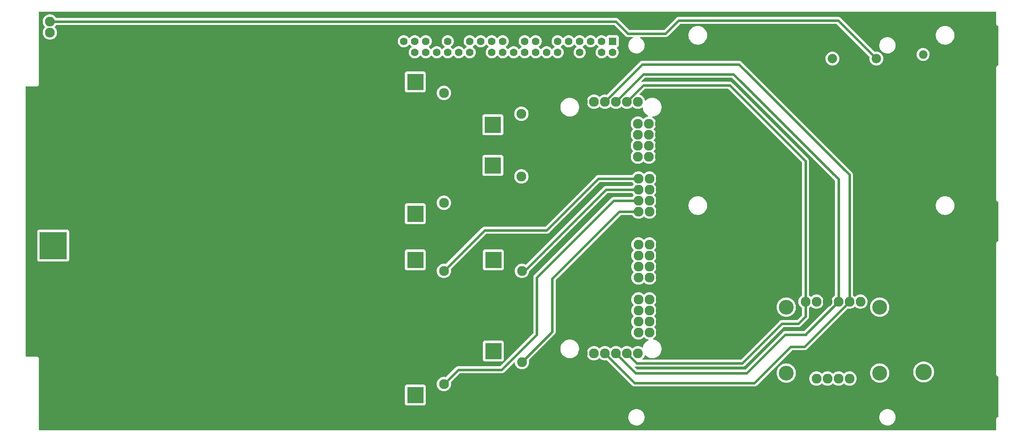
<source format=gbl>
G04 #@! TF.GenerationSoftware,KiCad,Pcbnew,(6.0.10-0)*
G04 #@! TF.CreationDate,2023-01-03T15:37:50-08:00*
G04 #@! TF.ProjectId,lasagna-motherboard,6c617361-676e-4612-9d6d-6f7468657262,v0.1*
G04 #@! TF.SameCoordinates,Original*
G04 #@! TF.FileFunction,Copper,L2,Bot*
G04 #@! TF.FilePolarity,Positive*
%FSLAX46Y46*%
G04 Gerber Fmt 4.6, Leading zero omitted, Abs format (unit mm)*
G04 Created by KiCad (PCBNEW (6.0.10-0)) date 2023-01-03 15:37:50*
%MOMM*%
%LPD*%
G01*
G04 APERTURE LIST*
G04 #@! TA.AperFunction,ComponentPad*
%ADD10C,2.184000*%
G04 #@! TD*
G04 #@! TA.AperFunction,ComponentPad*
%ADD11R,1.981000X1.981000*%
G04 #@! TD*
G04 #@! TA.AperFunction,ComponentPad*
%ADD12C,1.981000*%
G04 #@! TD*
G04 #@! TA.AperFunction,ComponentPad*
%ADD13C,2.286000*%
G04 #@! TD*
G04 #@! TA.AperFunction,ComponentPad*
%ADD14R,3.810000X3.810000*%
G04 #@! TD*
G04 #@! TA.AperFunction,ComponentPad*
%ADD15R,1.778000X1.778000*%
G04 #@! TD*
G04 #@! TA.AperFunction,ComponentPad*
%ADD16C,1.778000*%
G04 #@! TD*
G04 #@! TA.AperFunction,ComponentPad*
%ADD17R,6.350000X6.350000*%
G04 #@! TD*
G04 #@! TA.AperFunction,ComponentPad*
%ADD18C,3.810000*%
G04 #@! TD*
G04 #@! TA.AperFunction,WasherPad*
%ADD19C,3.429000*%
G04 #@! TD*
G04 #@! TA.AperFunction,Conductor*
%ADD20C,0.600000*%
G04 #@! TD*
G04 APERTURE END LIST*
D10*
X222250000Y-74612000D03*
X232410000Y-74612000D03*
D11*
X239712000Y-73660000D03*
D12*
X243213000Y-73660000D03*
D13*
X164592000Y-84582000D03*
X167132000Y-84582000D03*
X169672000Y-84582000D03*
X172212000Y-84582000D03*
X174752000Y-84582000D03*
X177292000Y-84582000D03*
X164592000Y-142748000D03*
X167132000Y-142748000D03*
X169672000Y-142748000D03*
X172212000Y-142748000D03*
X174752000Y-142748000D03*
X177292000Y-142748000D03*
X177292000Y-89662000D03*
X179832000Y-89662000D03*
X182372000Y-89662000D03*
X177292000Y-92202000D03*
X179832000Y-92202000D03*
X182372000Y-92202000D03*
X177292000Y-94742000D03*
X179832000Y-94742000D03*
X182372000Y-94742000D03*
X177292000Y-97282000D03*
X179832000Y-97282000D03*
X182372000Y-97282000D03*
X177419000Y-102362000D03*
X179959000Y-102362000D03*
X182499000Y-102362000D03*
X177419000Y-104902000D03*
X179959000Y-104902000D03*
X182499000Y-104902000D03*
X177419000Y-107442000D03*
X179959000Y-107442000D03*
X182499000Y-107442000D03*
X177419000Y-109982000D03*
X179959000Y-109982000D03*
X182499000Y-109982000D03*
X177419000Y-117602000D03*
X179959000Y-117602000D03*
X182499000Y-117602000D03*
X177419000Y-120142000D03*
X179959000Y-120142000D03*
X182499000Y-120142000D03*
X177419000Y-122682000D03*
X179959000Y-122682000D03*
X182499000Y-122682000D03*
X177419000Y-125222000D03*
X179959000Y-125222000D03*
X182499000Y-125222000D03*
X177419000Y-130302000D03*
X179959000Y-130302000D03*
X182499000Y-130302000D03*
X177419000Y-132842000D03*
X179959000Y-132842000D03*
X182499000Y-132842000D03*
X177419000Y-135382000D03*
X179959000Y-135382000D03*
X182499000Y-135382000D03*
X177419000Y-137922000D03*
X179959000Y-137922000D03*
X182499000Y-137922000D03*
D14*
X143891000Y-142240000D03*
X143891000Y-152400000D03*
D13*
X150495000Y-144780000D03*
X150495000Y-149860000D03*
D14*
X125857000Y-121158000D03*
X125857000Y-131318000D03*
D13*
X132461000Y-123698000D03*
X132461000Y-128778000D03*
D15*
X171450000Y-70612000D03*
D16*
X171450000Y-73152000D03*
X168910000Y-70612000D03*
X168910000Y-73152000D03*
X166370000Y-70612000D03*
X166370000Y-73152000D03*
X163830000Y-70612000D03*
X163830000Y-73152000D03*
X161290000Y-73152000D03*
X161290000Y-70612000D03*
X158750000Y-73152000D03*
X158750000Y-70612000D03*
X156210000Y-73152000D03*
X156210000Y-70612000D03*
X153670000Y-73152000D03*
X153670000Y-70612000D03*
X151130000Y-73152000D03*
X151130000Y-70612000D03*
X148590000Y-73152000D03*
X148590000Y-70612000D03*
X146050000Y-73152000D03*
X146050000Y-70612000D03*
X143510000Y-73152000D03*
X143510000Y-70612000D03*
X140970000Y-73152000D03*
X140970000Y-70612000D03*
X138430000Y-73152000D03*
X138430000Y-70612000D03*
X135890000Y-73152000D03*
X135890000Y-70612000D03*
X133350000Y-73152000D03*
X133350000Y-70612000D03*
X130810000Y-73152000D03*
X130810000Y-70612000D03*
X128270000Y-73152000D03*
X128270000Y-70612000D03*
X125730000Y-73152000D03*
X125730000Y-70612000D03*
X123190000Y-73152000D03*
X123190000Y-70612000D03*
D13*
X41402000Y-68580000D03*
X41402000Y-66040000D03*
D14*
X143764000Y-89916000D03*
X143764000Y-79756000D03*
D13*
X150368000Y-87376000D03*
X150368000Y-82296000D03*
D14*
X125857000Y-110490000D03*
X125857000Y-100330000D03*
D13*
X132461000Y-107950000D03*
X132461000Y-102870000D03*
D17*
X42164000Y-117856000D03*
X42164000Y-107696000D03*
D18*
X243332000Y-147066000D03*
X243332000Y-152146000D03*
D14*
X143764000Y-99314000D03*
X143764000Y-109474000D03*
D13*
X150368000Y-101854000D03*
X150368000Y-106934000D03*
D14*
X125857000Y-80010000D03*
X125857000Y-90170000D03*
D13*
X132461000Y-82550000D03*
X132461000Y-87630000D03*
D14*
X125857000Y-152400000D03*
X125857000Y-142240000D03*
D13*
X132461000Y-149860000D03*
X132461000Y-144780000D03*
D19*
X211582000Y-132080000D03*
X211582000Y-147320000D03*
X233172000Y-132080000D03*
X233172000Y-147320000D03*
D13*
X218567000Y-148590000D03*
X221107000Y-148590000D03*
X223647000Y-148590000D03*
X226187000Y-148590000D03*
X216027000Y-130810000D03*
X218567000Y-130810000D03*
X221107000Y-130810000D03*
X223647000Y-130810000D03*
X226187000Y-130810000D03*
X228727000Y-130810000D03*
D14*
X143891000Y-121158000D03*
X143891000Y-131318000D03*
D13*
X150495000Y-123698000D03*
X150495000Y-128778000D03*
D20*
X41402000Y-66040000D02*
X172212000Y-66040000D01*
X223584000Y-65786000D02*
X232410000Y-74612000D01*
X172212000Y-66040000D02*
X175006000Y-68834000D01*
X183642000Y-68834000D02*
X186690000Y-65786000D01*
X186690000Y-65786000D02*
X223584000Y-65786000D01*
X175006000Y-68834000D02*
X183642000Y-68834000D01*
X216027000Y-130810000D02*
X216027000Y-98298000D01*
X216027000Y-98298000D02*
X198501000Y-80772000D01*
X198501000Y-80772000D02*
X178562000Y-80772000D01*
X178562000Y-80772000D02*
X174752000Y-84582000D01*
X226187000Y-130810000D02*
X226187000Y-101473000D01*
X226187000Y-101473000D02*
X200660000Y-75946000D01*
X178308000Y-75946000D02*
X169672000Y-84582000D01*
X200660000Y-75946000D02*
X178308000Y-75946000D01*
X223647000Y-130810000D02*
X223647000Y-102489000D01*
X178562000Y-78232000D02*
X172212000Y-84582000D01*
X223647000Y-102489000D02*
X199390000Y-78232000D01*
X199390000Y-78232000D02*
X178562000Y-78232000D01*
X216027000Y-130810000D02*
X216027000Y-134239000D01*
X216027000Y-134239000D02*
X214376000Y-135890000D01*
X214376000Y-135890000D02*
X210566000Y-135890000D01*
X210566000Y-135890000D02*
X201422000Y-145034000D01*
X177038000Y-145034000D02*
X174752000Y-142748000D01*
X201422000Y-145034000D02*
X177038000Y-145034000D01*
X169672000Y-142748000D02*
X176530000Y-149606000D01*
X176530000Y-149606000D02*
X204216000Y-149606000D01*
X204216000Y-149606000D02*
X212598000Y-141224000D01*
X212598000Y-141224000D02*
X215773000Y-141224000D01*
X215773000Y-141224000D02*
X226187000Y-130810000D01*
X172212000Y-142748000D02*
X176784000Y-147320000D01*
X176784000Y-147320000D02*
X202438000Y-147320000D01*
X202438000Y-147320000D02*
X211328000Y-138430000D01*
X211328000Y-138430000D02*
X216154000Y-138430000D01*
X216154000Y-138430000D02*
X216154000Y-138303000D01*
X216154000Y-138303000D02*
X223647000Y-130810000D01*
X171704000Y-107442000D02*
X177419000Y-107442000D01*
X153924000Y-138430000D02*
X153924000Y-125222000D01*
X145796000Y-146558000D02*
X153924000Y-138430000D01*
X135763000Y-146558000D02*
X145796000Y-146558000D01*
X153924000Y-125222000D02*
X171704000Y-107442000D01*
X132461000Y-149860000D02*
X135763000Y-146558000D01*
X150495000Y-144780000D02*
X157480000Y-137795000D01*
X157480000Y-137795000D02*
X157480000Y-125476000D01*
X157480000Y-125476000D02*
X172974000Y-109982000D01*
X172974000Y-109982000D02*
X177419000Y-109982000D01*
X132461000Y-123698000D02*
X141859000Y-114300000D01*
X141859000Y-114300000D02*
X156210000Y-114300000D01*
X156210000Y-114300000D02*
X168148000Y-102362000D01*
X168148000Y-102362000D02*
X177419000Y-102362000D01*
X150495000Y-123698000D02*
X151130000Y-123698000D01*
X151130000Y-123698000D02*
X169926000Y-104902000D01*
X169926000Y-104902000D02*
X177419000Y-104902000D01*
G04 #@! TA.AperFunction,Conductor*
G36*
X260037621Y-63774502D02*
G01*
X260084114Y-63828158D01*
X260095500Y-63880500D01*
X260095500Y-66539377D01*
X260095498Y-66540147D01*
X260095024Y-66617721D01*
X260097491Y-66626352D01*
X260103150Y-66646153D01*
X260106728Y-66662915D01*
X260110920Y-66692187D01*
X260114634Y-66700355D01*
X260114634Y-66700356D01*
X260121548Y-66715562D01*
X260127996Y-66733086D01*
X260135051Y-66757771D01*
X260139843Y-66765365D01*
X260139844Y-66765368D01*
X260150830Y-66782780D01*
X260158969Y-66797863D01*
X260171208Y-66824782D01*
X260177069Y-66831584D01*
X260187970Y-66844235D01*
X260199073Y-66859239D01*
X260212776Y-66880958D01*
X260219501Y-66886897D01*
X260219504Y-66886901D01*
X260234938Y-66900532D01*
X260246982Y-66912724D01*
X260260427Y-66928327D01*
X260260430Y-66928329D01*
X260266287Y-66935127D01*
X260273816Y-66940007D01*
X260273817Y-66940008D01*
X260287835Y-66949094D01*
X260302709Y-66960385D01*
X260315217Y-66971431D01*
X260321951Y-66977378D01*
X260348711Y-66989942D01*
X260363691Y-66998263D01*
X260380983Y-67009471D01*
X260380988Y-67009473D01*
X260388515Y-67014352D01*
X260397108Y-67016922D01*
X260397113Y-67016924D01*
X260413120Y-67021711D01*
X260430564Y-67028372D01*
X260445676Y-67035467D01*
X260445678Y-67035468D01*
X260453800Y-67039281D01*
X260462667Y-67040662D01*
X260462668Y-67040662D01*
X260465353Y-67041080D01*
X260483017Y-67043830D01*
X260499736Y-67047614D01*
X260514106Y-67051912D01*
X260573638Y-67090595D01*
X260602806Y-67155324D01*
X260604000Y-67172628D01*
X260604000Y-76084064D01*
X260583998Y-76152185D01*
X260530342Y-76198678D01*
X260512625Y-76205213D01*
X260505844Y-76207151D01*
X260489085Y-76210728D01*
X260459813Y-76214920D01*
X260451645Y-76218634D01*
X260451644Y-76218634D01*
X260436438Y-76225548D01*
X260418914Y-76231996D01*
X260394229Y-76239051D01*
X260386635Y-76243843D01*
X260386632Y-76243844D01*
X260369220Y-76254830D01*
X260354137Y-76262969D01*
X260327218Y-76275208D01*
X260320416Y-76281069D01*
X260307765Y-76291970D01*
X260292761Y-76303073D01*
X260271042Y-76316776D01*
X260265103Y-76323501D01*
X260265099Y-76323504D01*
X260251468Y-76338938D01*
X260239276Y-76350982D01*
X260223673Y-76364427D01*
X260223671Y-76364430D01*
X260216873Y-76370287D01*
X260211993Y-76377816D01*
X260211992Y-76377817D01*
X260202906Y-76391835D01*
X260191615Y-76406709D01*
X260180569Y-76419217D01*
X260174622Y-76425951D01*
X260162058Y-76452711D01*
X260153737Y-76467691D01*
X260142529Y-76484983D01*
X260142527Y-76484988D01*
X260137648Y-76492515D01*
X260135078Y-76501108D01*
X260135076Y-76501113D01*
X260130289Y-76517120D01*
X260123628Y-76534564D01*
X260112719Y-76557800D01*
X260111338Y-76566667D01*
X260111338Y-76566668D01*
X260108170Y-76587015D01*
X260104387Y-76603732D01*
X260098485Y-76623466D01*
X260098484Y-76623472D01*
X260095914Y-76632066D01*
X260095859Y-76641037D01*
X260095859Y-76641038D01*
X260095704Y-76666497D01*
X260095671Y-76667289D01*
X260095500Y-76668386D01*
X260095500Y-76699377D01*
X260095498Y-76700147D01*
X260095024Y-76777721D01*
X260095408Y-76779065D01*
X260095500Y-76780410D01*
X260095500Y-107179377D01*
X260095498Y-107180147D01*
X260095024Y-107257721D01*
X260097491Y-107266352D01*
X260103150Y-107286153D01*
X260106728Y-107302915D01*
X260110920Y-107332187D01*
X260114634Y-107340355D01*
X260114634Y-107340356D01*
X260121548Y-107355562D01*
X260127996Y-107373086D01*
X260135051Y-107397771D01*
X260139843Y-107405365D01*
X260139844Y-107405368D01*
X260150830Y-107422780D01*
X260158969Y-107437863D01*
X260171208Y-107464782D01*
X260177069Y-107471584D01*
X260187970Y-107484235D01*
X260199073Y-107499239D01*
X260212776Y-107520958D01*
X260219501Y-107526897D01*
X260219504Y-107526901D01*
X260234938Y-107540532D01*
X260246982Y-107552724D01*
X260260427Y-107568327D01*
X260260430Y-107568329D01*
X260266287Y-107575127D01*
X260273816Y-107580007D01*
X260273817Y-107580008D01*
X260287835Y-107589094D01*
X260302709Y-107600385D01*
X260315217Y-107611431D01*
X260321951Y-107617378D01*
X260348711Y-107629942D01*
X260363691Y-107638263D01*
X260380983Y-107649471D01*
X260380988Y-107649473D01*
X260388515Y-107654352D01*
X260397108Y-107656922D01*
X260397113Y-107656924D01*
X260413120Y-107661711D01*
X260430564Y-107668372D01*
X260445676Y-107675467D01*
X260445678Y-107675468D01*
X260453800Y-107679281D01*
X260462667Y-107680662D01*
X260462668Y-107680662D01*
X260465353Y-107681080D01*
X260483017Y-107683830D01*
X260499736Y-107687614D01*
X260514106Y-107691912D01*
X260573638Y-107730595D01*
X260602806Y-107795324D01*
X260604000Y-107812628D01*
X260604000Y-116724064D01*
X260583998Y-116792185D01*
X260530342Y-116838678D01*
X260512625Y-116845213D01*
X260505844Y-116847151D01*
X260489085Y-116850728D01*
X260459813Y-116854920D01*
X260451645Y-116858634D01*
X260451644Y-116858634D01*
X260436438Y-116865548D01*
X260418914Y-116871996D01*
X260394229Y-116879051D01*
X260386635Y-116883843D01*
X260386632Y-116883844D01*
X260369220Y-116894830D01*
X260354137Y-116902969D01*
X260327218Y-116915208D01*
X260320416Y-116921069D01*
X260307765Y-116931970D01*
X260292761Y-116943073D01*
X260271042Y-116956776D01*
X260265103Y-116963501D01*
X260265099Y-116963504D01*
X260251468Y-116978938D01*
X260239276Y-116990982D01*
X260223673Y-117004427D01*
X260223671Y-117004430D01*
X260216873Y-117010287D01*
X260211993Y-117017816D01*
X260211992Y-117017817D01*
X260202906Y-117031835D01*
X260191615Y-117046709D01*
X260180569Y-117059217D01*
X260174622Y-117065951D01*
X260163293Y-117090080D01*
X260162058Y-117092711D01*
X260153737Y-117107691D01*
X260142529Y-117124983D01*
X260142527Y-117124988D01*
X260137648Y-117132515D01*
X260135078Y-117141108D01*
X260135076Y-117141113D01*
X260130289Y-117157120D01*
X260123628Y-117174564D01*
X260112719Y-117197800D01*
X260111338Y-117206667D01*
X260111338Y-117206668D01*
X260108170Y-117227015D01*
X260104387Y-117243732D01*
X260098485Y-117263466D01*
X260098484Y-117263472D01*
X260095914Y-117272066D01*
X260095859Y-117281037D01*
X260095859Y-117281038D01*
X260095704Y-117306497D01*
X260095671Y-117307289D01*
X260095500Y-117308386D01*
X260095500Y-117339377D01*
X260095498Y-117340147D01*
X260095024Y-117417721D01*
X260095408Y-117419065D01*
X260095500Y-117420410D01*
X260095500Y-147565377D01*
X260095498Y-147566147D01*
X260095024Y-147643721D01*
X260097491Y-147652352D01*
X260103150Y-147672153D01*
X260106728Y-147688915D01*
X260110920Y-147718187D01*
X260114634Y-147726355D01*
X260114634Y-147726356D01*
X260121548Y-147741562D01*
X260127996Y-147759086D01*
X260135051Y-147783771D01*
X260139843Y-147791365D01*
X260139844Y-147791368D01*
X260150830Y-147808780D01*
X260158969Y-147823863D01*
X260171208Y-147850782D01*
X260177069Y-147857584D01*
X260187970Y-147870235D01*
X260199073Y-147885239D01*
X260212776Y-147906958D01*
X260219501Y-147912897D01*
X260219504Y-147912901D01*
X260234938Y-147926532D01*
X260246982Y-147938724D01*
X260260427Y-147954327D01*
X260260430Y-147954329D01*
X260266287Y-147961127D01*
X260273816Y-147966007D01*
X260273817Y-147966008D01*
X260287835Y-147975094D01*
X260302709Y-147986385D01*
X260315217Y-147997431D01*
X260321951Y-148003378D01*
X260348711Y-148015942D01*
X260363691Y-148024263D01*
X260380983Y-148035471D01*
X260380988Y-148035473D01*
X260388515Y-148040352D01*
X260397108Y-148042922D01*
X260397113Y-148042924D01*
X260413120Y-148047711D01*
X260430564Y-148054372D01*
X260445676Y-148061467D01*
X260445678Y-148061468D01*
X260453800Y-148065281D01*
X260462667Y-148066662D01*
X260462668Y-148066662D01*
X260465353Y-148067080D01*
X260483017Y-148069830D01*
X260499736Y-148073614D01*
X260514106Y-148077912D01*
X260573638Y-148116595D01*
X260602806Y-148181324D01*
X260604000Y-148198628D01*
X260604000Y-157364064D01*
X260583998Y-157432185D01*
X260530342Y-157478678D01*
X260512625Y-157485213D01*
X260505844Y-157487151D01*
X260489085Y-157490728D01*
X260459813Y-157494920D01*
X260451645Y-157498634D01*
X260451644Y-157498634D01*
X260436438Y-157505548D01*
X260418914Y-157511996D01*
X260394229Y-157519051D01*
X260386635Y-157523843D01*
X260386632Y-157523844D01*
X260369220Y-157534830D01*
X260354137Y-157542969D01*
X260327218Y-157555208D01*
X260320416Y-157561069D01*
X260307765Y-157571970D01*
X260292761Y-157583073D01*
X260271042Y-157596776D01*
X260265103Y-157603501D01*
X260265099Y-157603504D01*
X260251468Y-157618938D01*
X260239276Y-157630982D01*
X260223673Y-157644427D01*
X260223671Y-157644430D01*
X260216873Y-157650287D01*
X260211993Y-157657816D01*
X260211992Y-157657817D01*
X260202906Y-157671835D01*
X260191615Y-157686709D01*
X260180569Y-157699217D01*
X260174622Y-157705951D01*
X260162058Y-157732711D01*
X260153737Y-157747691D01*
X260142529Y-157764983D01*
X260142527Y-157764988D01*
X260137648Y-157772515D01*
X260135078Y-157781108D01*
X260135076Y-157781113D01*
X260130289Y-157797120D01*
X260123628Y-157814564D01*
X260112719Y-157837800D01*
X260108735Y-157863389D01*
X260108170Y-157867015D01*
X260104387Y-157883732D01*
X260098485Y-157903466D01*
X260098484Y-157903472D01*
X260095914Y-157912066D01*
X260095859Y-157921037D01*
X260095859Y-157921038D01*
X260095704Y-157946497D01*
X260095671Y-157947289D01*
X260095500Y-157948386D01*
X260095500Y-157979377D01*
X260095498Y-157980147D01*
X260095024Y-158057721D01*
X260095408Y-158059065D01*
X260095500Y-158060410D01*
X260095500Y-160401500D01*
X260075498Y-160469621D01*
X260021842Y-160516114D01*
X259969500Y-160527500D01*
X38988500Y-160527500D01*
X38920379Y-160507498D01*
X38873886Y-160453842D01*
X38862500Y-160401500D01*
X38862500Y-157586846D01*
X175079948Y-157586846D01*
X175105909Y-157858949D01*
X175106994Y-157863383D01*
X175106995Y-157863389D01*
X175169793Y-158120021D01*
X175170878Y-158124455D01*
X175172590Y-158128681D01*
X175172591Y-158128685D01*
X175242011Y-158300074D01*
X175273493Y-158377801D01*
X175411606Y-158613680D01*
X175582323Y-158827151D01*
X175782068Y-159013742D01*
X176006656Y-159169544D01*
X176133501Y-159232648D01*
X176247296Y-159289261D01*
X176247299Y-159289262D01*
X176251383Y-159291294D01*
X176511121Y-159376440D01*
X176515612Y-159377220D01*
X176515613Y-159377220D01*
X176776650Y-159422544D01*
X176776658Y-159422545D01*
X176780431Y-159423200D01*
X176784268Y-159423391D01*
X176865233Y-159427422D01*
X176865241Y-159427422D01*
X176866804Y-159427500D01*
X177037434Y-159427500D01*
X177039702Y-159427335D01*
X177039714Y-159427335D01*
X177171273Y-159417789D01*
X177240622Y-159412757D01*
X177245077Y-159411773D01*
X177245080Y-159411773D01*
X177503073Y-159354814D01*
X177503077Y-159354813D01*
X177507533Y-159353829D01*
X177677957Y-159289261D01*
X177758872Y-159258605D01*
X177758875Y-159258604D01*
X177763142Y-159256987D01*
X178002094Y-159124261D01*
X178219383Y-158958431D01*
X178410458Y-158762971D01*
X178516527Y-158617247D01*
X178568629Y-158545667D01*
X178568632Y-158545661D01*
X178571315Y-158541976D01*
X178573437Y-158537943D01*
X178573440Y-158537938D01*
X178696460Y-158304115D01*
X178696460Y-158304114D01*
X178698586Y-158300074D01*
X178789603Y-158042334D01*
X178816974Y-157903466D01*
X178841580Y-157778627D01*
X178841581Y-157778621D01*
X178842461Y-157774155D01*
X178842918Y-157764983D01*
X178851786Y-157586846D01*
X233079948Y-157586846D01*
X233105909Y-157858949D01*
X233106994Y-157863383D01*
X233106995Y-157863389D01*
X233169793Y-158120021D01*
X233170878Y-158124455D01*
X233172590Y-158128681D01*
X233172591Y-158128685D01*
X233242011Y-158300074D01*
X233273493Y-158377801D01*
X233411606Y-158613680D01*
X233582323Y-158827151D01*
X233782068Y-159013742D01*
X234006656Y-159169544D01*
X234133501Y-159232648D01*
X234247296Y-159289261D01*
X234247299Y-159289262D01*
X234251383Y-159291294D01*
X234511121Y-159376440D01*
X234515612Y-159377220D01*
X234515613Y-159377220D01*
X234776650Y-159422544D01*
X234776658Y-159422545D01*
X234780431Y-159423200D01*
X234784268Y-159423391D01*
X234865233Y-159427422D01*
X234865241Y-159427422D01*
X234866804Y-159427500D01*
X235037434Y-159427500D01*
X235039702Y-159427335D01*
X235039714Y-159427335D01*
X235171273Y-159417789D01*
X235240622Y-159412757D01*
X235245077Y-159411773D01*
X235245080Y-159411773D01*
X235503073Y-159354814D01*
X235503077Y-159354813D01*
X235507533Y-159353829D01*
X235677957Y-159289261D01*
X235758872Y-159258605D01*
X235758875Y-159258604D01*
X235763142Y-159256987D01*
X236002094Y-159124261D01*
X236219383Y-158958431D01*
X236410458Y-158762971D01*
X236516527Y-158617247D01*
X236568629Y-158545667D01*
X236568632Y-158545661D01*
X236571315Y-158541976D01*
X236573437Y-158537943D01*
X236573440Y-158537938D01*
X236696460Y-158304115D01*
X236696460Y-158304114D01*
X236698586Y-158300074D01*
X236789603Y-158042334D01*
X236816974Y-157903466D01*
X236841580Y-157778627D01*
X236841581Y-157778621D01*
X236842461Y-157774155D01*
X236842918Y-157764983D01*
X236855825Y-157505723D01*
X236855825Y-157505717D01*
X236856052Y-157501154D01*
X236830091Y-157229051D01*
X236765122Y-156963545D01*
X236695732Y-156792227D01*
X236664220Y-156714427D01*
X236664217Y-156714421D01*
X236662507Y-156710199D01*
X236524394Y-156474320D01*
X236353677Y-156260849D01*
X236153932Y-156074258D01*
X235929344Y-155918456D01*
X235753577Y-155831013D01*
X235688704Y-155798739D01*
X235688701Y-155798738D01*
X235684617Y-155796706D01*
X235424879Y-155711560D01*
X235420387Y-155710780D01*
X235159350Y-155665456D01*
X235159342Y-155665455D01*
X235155569Y-155664800D01*
X235144238Y-155664236D01*
X235070767Y-155660578D01*
X235070759Y-155660578D01*
X235069196Y-155660500D01*
X234898566Y-155660500D01*
X234896298Y-155660665D01*
X234896286Y-155660665D01*
X234764727Y-155670211D01*
X234695378Y-155675243D01*
X234690923Y-155676227D01*
X234690920Y-155676227D01*
X234432927Y-155733186D01*
X234432923Y-155733187D01*
X234428467Y-155734171D01*
X234300662Y-155782592D01*
X234177128Y-155829395D01*
X234177125Y-155829396D01*
X234172858Y-155831013D01*
X233933906Y-155963739D01*
X233716617Y-156129569D01*
X233525542Y-156325029D01*
X233522855Y-156328721D01*
X233522853Y-156328723D01*
X233367371Y-156542333D01*
X233367368Y-156542339D01*
X233364685Y-156546024D01*
X233362563Y-156550057D01*
X233362560Y-156550062D01*
X233278308Y-156710199D01*
X233237414Y-156787926D01*
X233146397Y-157045666D01*
X233145517Y-157050132D01*
X233109355Y-157233603D01*
X233093539Y-157313845D01*
X233093312Y-157318398D01*
X233093312Y-157318401D01*
X233080689Y-157571970D01*
X233079948Y-157586846D01*
X178851786Y-157586846D01*
X178855825Y-157505723D01*
X178855825Y-157505717D01*
X178856052Y-157501154D01*
X178830091Y-157229051D01*
X178765122Y-156963545D01*
X178695732Y-156792227D01*
X178664220Y-156714427D01*
X178664217Y-156714421D01*
X178662507Y-156710199D01*
X178524394Y-156474320D01*
X178353677Y-156260849D01*
X178153932Y-156074258D01*
X177929344Y-155918456D01*
X177753577Y-155831013D01*
X177688704Y-155798739D01*
X177688701Y-155798738D01*
X177684617Y-155796706D01*
X177424879Y-155711560D01*
X177420387Y-155710780D01*
X177159350Y-155665456D01*
X177159342Y-155665455D01*
X177155569Y-155664800D01*
X177144238Y-155664236D01*
X177070767Y-155660578D01*
X177070759Y-155660578D01*
X177069196Y-155660500D01*
X176898566Y-155660500D01*
X176896298Y-155660665D01*
X176896286Y-155660665D01*
X176764727Y-155670211D01*
X176695378Y-155675243D01*
X176690923Y-155676227D01*
X176690920Y-155676227D01*
X176432927Y-155733186D01*
X176432923Y-155733187D01*
X176428467Y-155734171D01*
X176300662Y-155782592D01*
X176177128Y-155829395D01*
X176177125Y-155829396D01*
X176172858Y-155831013D01*
X175933906Y-155963739D01*
X175716617Y-156129569D01*
X175525542Y-156325029D01*
X175522855Y-156328721D01*
X175522853Y-156328723D01*
X175367371Y-156542333D01*
X175367368Y-156542339D01*
X175364685Y-156546024D01*
X175362563Y-156550057D01*
X175362560Y-156550062D01*
X175278308Y-156710199D01*
X175237414Y-156787926D01*
X175146397Y-157045666D01*
X175145517Y-157050132D01*
X175109355Y-157233603D01*
X175093539Y-157313845D01*
X175093312Y-157318398D01*
X175093312Y-157318401D01*
X175080689Y-157571970D01*
X175079948Y-157586846D01*
X38862500Y-157586846D01*
X38862500Y-154353134D01*
X123443500Y-154353134D01*
X123450255Y-154415316D01*
X123501385Y-154551705D01*
X123588739Y-154668261D01*
X123705295Y-154755615D01*
X123841684Y-154806745D01*
X123903866Y-154813500D01*
X127810134Y-154813500D01*
X127872316Y-154806745D01*
X128008705Y-154755615D01*
X128125261Y-154668261D01*
X128212615Y-154551705D01*
X128263745Y-154415316D01*
X128270500Y-154353134D01*
X128270500Y-150446866D01*
X128263745Y-150384684D01*
X128212615Y-150248295D01*
X128125261Y-150131739D01*
X128008705Y-150044385D01*
X127872316Y-149993255D01*
X127810134Y-149986500D01*
X123903866Y-149986500D01*
X123841684Y-149993255D01*
X123705295Y-150044385D01*
X123588739Y-150131739D01*
X123501385Y-150248295D01*
X123450255Y-150384684D01*
X123443500Y-150446866D01*
X123443500Y-154353134D01*
X38862500Y-154353134D01*
X38862500Y-149860000D01*
X130804393Y-149860000D01*
X130824789Y-150119150D01*
X130825943Y-150123957D01*
X130825944Y-150123963D01*
X130857812Y-150256703D01*
X130885473Y-150371920D01*
X130887366Y-150376491D01*
X130887367Y-150376493D01*
X130916517Y-150446866D01*
X130984952Y-150612084D01*
X131120777Y-150833729D01*
X131289602Y-151031398D01*
X131487271Y-151200223D01*
X131708916Y-151336048D01*
X131713486Y-151337941D01*
X131713488Y-151337942D01*
X131944507Y-151433633D01*
X131949080Y-151435527D01*
X132035543Y-151456285D01*
X132197037Y-151495056D01*
X132197043Y-151495057D01*
X132201850Y-151496211D01*
X132461000Y-151516607D01*
X132720150Y-151496211D01*
X132724957Y-151495057D01*
X132724963Y-151495056D01*
X132886457Y-151456285D01*
X132972920Y-151435527D01*
X132977493Y-151433633D01*
X133208512Y-151337942D01*
X133208514Y-151337941D01*
X133213084Y-151336048D01*
X133434729Y-151200223D01*
X133632398Y-151031398D01*
X133801223Y-150833729D01*
X133937048Y-150612084D01*
X134005484Y-150446866D01*
X134034633Y-150376493D01*
X134034634Y-150376491D01*
X134036527Y-150371920D01*
X134064188Y-150256703D01*
X134096056Y-150123963D01*
X134096057Y-150123957D01*
X134097211Y-150119150D01*
X134117607Y-149860000D01*
X134097211Y-149600850D01*
X134068445Y-149481031D01*
X134071992Y-149410124D01*
X134101869Y-149362523D01*
X136060987Y-147403405D01*
X136123299Y-147369379D01*
X136150082Y-147366500D01*
X145786786Y-147366500D01*
X145788106Y-147366507D01*
X145878221Y-147367451D01*
X145920597Y-147358289D01*
X145933163Y-147356231D01*
X145976255Y-147351397D01*
X145982906Y-147349081D01*
X145982910Y-147349080D01*
X146007930Y-147340367D01*
X146022742Y-147336204D01*
X146048619Y-147330609D01*
X146055510Y-147329119D01*
X146094813Y-147310792D01*
X146106589Y-147306010D01*
X146147552Y-147291745D01*
X146153527Y-147288011D01*
X146153530Y-147288010D01*
X146175995Y-147273973D01*
X146189512Y-147266634D01*
X146213514Y-147255441D01*
X146213515Y-147255440D01*
X146219902Y-147252462D01*
X146234625Y-147241042D01*
X146254153Y-147225894D01*
X146264612Y-147218598D01*
X146295404Y-147199358D01*
X146295407Y-147199356D01*
X146301376Y-147195626D01*
X146330179Y-147167024D01*
X146330804Y-147166439D01*
X146331470Y-147165922D01*
X146357460Y-147139932D01*
X146430082Y-147067815D01*
X146430740Y-147066778D01*
X146431843Y-147065549D01*
X148636302Y-144861090D01*
X148698614Y-144827064D01*
X148769429Y-144832129D01*
X148826265Y-144874676D01*
X148851009Y-144940299D01*
X148858789Y-145039150D01*
X148919473Y-145291920D01*
X148921366Y-145296491D01*
X148921367Y-145296493D01*
X148959631Y-145388869D01*
X149018952Y-145532084D01*
X149021540Y-145536307D01*
X149151649Y-145748624D01*
X149154777Y-145753729D01*
X149157994Y-145757496D01*
X149157995Y-145757497D01*
X149231407Y-145843451D01*
X149323602Y-145951398D01*
X149521271Y-146120223D01*
X149742916Y-146256048D01*
X149747486Y-146257941D01*
X149747488Y-146257942D01*
X149978507Y-146353633D01*
X149983080Y-146355527D01*
X150069543Y-146376285D01*
X150231037Y-146415056D01*
X150231043Y-146415057D01*
X150235850Y-146416211D01*
X150495000Y-146436607D01*
X150754150Y-146416211D01*
X150758957Y-146415057D01*
X150758963Y-146415056D01*
X150920457Y-146376285D01*
X151006920Y-146355527D01*
X151011493Y-146353633D01*
X151242512Y-146257942D01*
X151242514Y-146257941D01*
X151247084Y-146256048D01*
X151468729Y-146120223D01*
X151666398Y-145951398D01*
X151758593Y-145843451D01*
X151832005Y-145757497D01*
X151832006Y-145757496D01*
X151835223Y-145753729D01*
X151838352Y-145748624D01*
X151968460Y-145536307D01*
X151971048Y-145532084D01*
X152030370Y-145388869D01*
X152068633Y-145296493D01*
X152068634Y-145296491D01*
X152070527Y-145291920D01*
X152131211Y-145039150D01*
X152151607Y-144780000D01*
X152131211Y-144520850D01*
X152129844Y-144515152D01*
X152108004Y-144424186D01*
X152102445Y-144401031D01*
X152105992Y-144330124D01*
X152135869Y-144282523D01*
X154550479Y-141867913D01*
X159383725Y-141867913D01*
X159384284Y-141872157D01*
X159384284Y-141872161D01*
X159386367Y-141887982D01*
X159422158Y-142159838D01*
X159423291Y-142163978D01*
X159423291Y-142163980D01*
X159441764Y-142231507D01*
X159499854Y-142443847D01*
X159615375Y-142714683D01*
X159766585Y-142967336D01*
X159950684Y-143197129D01*
X159953786Y-143200073D01*
X159953790Y-143200077D01*
X160006753Y-143250337D01*
X160164266Y-143399811D01*
X160403380Y-143571632D01*
X160663600Y-143709411D01*
X160667623Y-143710883D01*
X160667627Y-143710885D01*
X160912872Y-143800632D01*
X160940111Y-143810600D01*
X161227797Y-143873325D01*
X161233998Y-143873813D01*
X161456273Y-143891307D01*
X161456282Y-143891307D01*
X161458730Y-143891500D01*
X161618016Y-143891500D01*
X161620152Y-143891354D01*
X161620163Y-143891354D01*
X161833486Y-143876811D01*
X161833492Y-143876810D01*
X161837763Y-143876519D01*
X161841958Y-143875650D01*
X161841960Y-143875650D01*
X162048330Y-143832913D01*
X162126089Y-143816810D01*
X162403645Y-143718522D01*
X162665293Y-143583475D01*
X162675847Y-143576058D01*
X162902688Y-143416631D01*
X162906193Y-143414168D01*
X163077362Y-143255108D01*
X163118743Y-143216655D01*
X163118746Y-143216652D01*
X163121886Y-143213734D01*
X163133065Y-143200077D01*
X163305666Y-142989199D01*
X163308382Y-142985881D01*
X163454155Y-142748000D01*
X165475393Y-142748000D01*
X165495789Y-143007150D01*
X165496943Y-143011957D01*
X165496944Y-143011963D01*
X165528593Y-143143789D01*
X165556473Y-143259920D01*
X165558366Y-143264491D01*
X165558367Y-143264493D01*
X165621385Y-143416631D01*
X165655952Y-143500084D01*
X165791777Y-143721729D01*
X165794994Y-143725496D01*
X165794995Y-143725497D01*
X165871762Y-143815380D01*
X165960602Y-143919398D01*
X165964364Y-143922611D01*
X166086147Y-144026623D01*
X166158271Y-144088223D01*
X166379916Y-144224048D01*
X166384486Y-144225941D01*
X166384488Y-144225942D01*
X166521087Y-144282523D01*
X166620080Y-144323527D01*
X166684418Y-144338973D01*
X166868037Y-144383056D01*
X166868043Y-144383057D01*
X166872850Y-144384211D01*
X167132000Y-144404607D01*
X167391150Y-144384211D01*
X167395957Y-144383057D01*
X167395963Y-144383056D01*
X167579582Y-144338973D01*
X167643920Y-144323527D01*
X167742913Y-144282523D01*
X167879512Y-144225942D01*
X167879514Y-144225941D01*
X167884084Y-144224048D01*
X168105729Y-144088223D01*
X168177854Y-144026623D01*
X168299636Y-143922611D01*
X168303398Y-143919398D01*
X168306611Y-143915636D01*
X168310114Y-143912133D01*
X168310982Y-143913001D01*
X168365637Y-143877321D01*
X168436631Y-143876813D01*
X168492988Y-143913031D01*
X168493886Y-143912133D01*
X168497389Y-143915636D01*
X168500602Y-143919398D01*
X168504364Y-143922611D01*
X168626147Y-144026623D01*
X168698271Y-144088223D01*
X168919916Y-144224048D01*
X168924486Y-144225941D01*
X168924488Y-144225942D01*
X169061087Y-144282523D01*
X169160080Y-144323527D01*
X169224418Y-144338973D01*
X169408037Y-144383056D01*
X169408043Y-144383057D01*
X169412850Y-144384211D01*
X169672000Y-144404607D01*
X169931150Y-144384211D01*
X169935957Y-144383057D01*
X169935963Y-144383056D01*
X169997884Y-144368190D01*
X170050969Y-144355445D01*
X170121876Y-144358992D01*
X170169477Y-144388869D01*
X175951719Y-150171110D01*
X175952647Y-150172047D01*
X175992021Y-150212254D01*
X176015771Y-150236507D01*
X176021691Y-150240322D01*
X176021697Y-150240327D01*
X176052214Y-150259994D01*
X176062559Y-150267427D01*
X176096443Y-150294476D01*
X176102782Y-150297540D01*
X176102783Y-150297541D01*
X176126637Y-150309072D01*
X176140054Y-150316601D01*
X176168238Y-150334765D01*
X176174855Y-150337173D01*
X176174860Y-150337176D01*
X176208973Y-150349592D01*
X176220716Y-150354553D01*
X176253400Y-150370353D01*
X176253409Y-150370356D01*
X176259749Y-150373421D01*
X176275766Y-150377119D01*
X176292428Y-150380966D01*
X176307168Y-150385332D01*
X176338685Y-150396803D01*
X176345670Y-150397685D01*
X176345677Y-150397687D01*
X176381692Y-150402237D01*
X176394243Y-150404472D01*
X176436485Y-150414225D01*
X176443529Y-150414250D01*
X176443533Y-150414250D01*
X176477074Y-150414367D01*
X176477943Y-150414396D01*
X176478769Y-150414500D01*
X176515133Y-150414500D01*
X176515573Y-150414501D01*
X176614336Y-150414846D01*
X176614342Y-150414846D01*
X176617870Y-150414858D01*
X176619073Y-150414589D01*
X176620717Y-150414500D01*
X204206786Y-150414500D01*
X204208106Y-150414507D01*
X204298221Y-150415451D01*
X204340597Y-150406289D01*
X204353163Y-150404231D01*
X204396255Y-150399397D01*
X204402906Y-150397081D01*
X204402910Y-150397080D01*
X204427930Y-150388367D01*
X204442742Y-150384204D01*
X204468619Y-150378609D01*
X204475510Y-150377119D01*
X204514813Y-150358792D01*
X204526589Y-150354010D01*
X204567552Y-150339745D01*
X204573527Y-150336011D01*
X204573530Y-150336010D01*
X204595995Y-150321973D01*
X204609512Y-150314634D01*
X204633514Y-150303441D01*
X204633515Y-150303440D01*
X204639902Y-150300462D01*
X204674153Y-150273894D01*
X204684612Y-150266598D01*
X204715404Y-150247358D01*
X204715407Y-150247356D01*
X204721376Y-150243626D01*
X204738913Y-150226211D01*
X204750179Y-150215024D01*
X204750804Y-150214439D01*
X204751470Y-150213922D01*
X204777460Y-150187932D01*
X204850082Y-150115815D01*
X204850740Y-150114778D01*
X204851843Y-150113549D01*
X207645392Y-147320000D01*
X209354230Y-147320000D01*
X209354500Y-147324119D01*
X209368260Y-147534050D01*
X209373289Y-147610782D01*
X209374093Y-147614822D01*
X209374093Y-147614825D01*
X209421028Y-147850782D01*
X209430139Y-147896589D01*
X209431464Y-147900492D01*
X209431465Y-147900496D01*
X209508984Y-148128857D01*
X209523809Y-148172531D01*
X209525632Y-148176227D01*
X209525635Y-148176235D01*
X209604317Y-148335784D01*
X209652695Y-148433885D01*
X209654989Y-148437318D01*
X209654990Y-148437320D01*
X209760302Y-148594930D01*
X209814591Y-148676180D01*
X209817305Y-148679274D01*
X209817309Y-148679280D01*
X209918461Y-148794621D01*
X210006729Y-148895271D01*
X210009818Y-148897980D01*
X210222720Y-149084691D01*
X210222726Y-149084695D01*
X210225820Y-149087409D01*
X210229246Y-149089698D01*
X210229251Y-149089702D01*
X210263353Y-149112488D01*
X210468115Y-149249305D01*
X210471818Y-149251131D01*
X210725765Y-149376365D01*
X210725773Y-149376368D01*
X210729469Y-149378191D01*
X210733384Y-149379520D01*
X211001504Y-149470535D01*
X211001508Y-149470536D01*
X211005411Y-149471861D01*
X211009450Y-149472664D01*
X211009456Y-149472666D01*
X211287175Y-149527907D01*
X211287178Y-149527907D01*
X211291218Y-149528711D01*
X211295329Y-149528980D01*
X211295333Y-149528981D01*
X211577881Y-149547500D01*
X211582000Y-149547770D01*
X211586119Y-149547500D01*
X211868667Y-149528981D01*
X211868671Y-149528980D01*
X211872782Y-149528711D01*
X211876822Y-149527907D01*
X211876825Y-149527907D01*
X212154544Y-149472666D01*
X212154550Y-149472664D01*
X212158589Y-149471861D01*
X212162492Y-149470536D01*
X212162496Y-149470535D01*
X212430616Y-149379520D01*
X212434531Y-149378191D01*
X212438227Y-149376368D01*
X212438235Y-149376365D01*
X212692182Y-149251131D01*
X212695885Y-149249305D01*
X212900647Y-149112488D01*
X212934749Y-149089702D01*
X212934754Y-149089698D01*
X212938180Y-149087409D01*
X212941274Y-149084695D01*
X212941280Y-149084691D01*
X213154182Y-148897980D01*
X213157271Y-148895271D01*
X213245539Y-148794621D01*
X213346691Y-148679280D01*
X213346695Y-148679274D01*
X213349409Y-148676180D01*
X213403699Y-148594930D01*
X213406993Y-148590000D01*
X216910393Y-148590000D01*
X216930789Y-148849150D01*
X216931943Y-148853957D01*
X216931944Y-148853963D01*
X216970715Y-149015457D01*
X216991473Y-149101920D01*
X216993366Y-149106491D01*
X216993367Y-149106493D01*
X217055118Y-149255572D01*
X217090952Y-149342084D01*
X217226777Y-149563729D01*
X217229994Y-149567496D01*
X217229995Y-149567497D01*
X217258481Y-149600850D01*
X217395602Y-149761398D01*
X217399364Y-149764611D01*
X217516823Y-149864930D01*
X217593271Y-149930223D01*
X217814916Y-150066048D01*
X217819486Y-150067941D01*
X217819488Y-150067942D01*
X217954735Y-150123963D01*
X218055080Y-150165527D01*
X218141543Y-150186285D01*
X218303037Y-150225056D01*
X218303043Y-150225057D01*
X218307850Y-150226211D01*
X218567000Y-150246607D01*
X218826150Y-150226211D01*
X218830957Y-150225057D01*
X218830963Y-150225056D01*
X218992457Y-150186285D01*
X219078920Y-150165527D01*
X219179265Y-150123963D01*
X219314512Y-150067942D01*
X219314514Y-150067941D01*
X219319084Y-150066048D01*
X219540729Y-149930223D01*
X219617178Y-149864930D01*
X219734636Y-149764611D01*
X219738398Y-149761398D01*
X219741611Y-149757636D01*
X219745114Y-149754133D01*
X219745982Y-149755001D01*
X219800637Y-149719321D01*
X219871631Y-149718813D01*
X219927988Y-149755031D01*
X219928886Y-149754133D01*
X219932389Y-149757636D01*
X219935602Y-149761398D01*
X219939364Y-149764611D01*
X220056823Y-149864930D01*
X220133271Y-149930223D01*
X220354916Y-150066048D01*
X220359486Y-150067941D01*
X220359488Y-150067942D01*
X220494735Y-150123963D01*
X220595080Y-150165527D01*
X220681543Y-150186285D01*
X220843037Y-150225056D01*
X220843043Y-150225057D01*
X220847850Y-150226211D01*
X221107000Y-150246607D01*
X221366150Y-150226211D01*
X221370957Y-150225057D01*
X221370963Y-150225056D01*
X221532457Y-150186285D01*
X221618920Y-150165527D01*
X221719265Y-150123963D01*
X221854512Y-150067942D01*
X221854514Y-150067941D01*
X221859084Y-150066048D01*
X222080729Y-149930223D01*
X222157178Y-149864930D01*
X222274636Y-149764611D01*
X222278398Y-149761398D01*
X222281611Y-149757636D01*
X222285114Y-149754133D01*
X222285982Y-149755001D01*
X222340637Y-149719321D01*
X222411631Y-149718813D01*
X222467988Y-149755031D01*
X222468886Y-149754133D01*
X222472389Y-149757636D01*
X222475602Y-149761398D01*
X222479364Y-149764611D01*
X222596823Y-149864930D01*
X222673271Y-149930223D01*
X222894916Y-150066048D01*
X222899486Y-150067941D01*
X222899488Y-150067942D01*
X223034735Y-150123963D01*
X223135080Y-150165527D01*
X223221543Y-150186285D01*
X223383037Y-150225056D01*
X223383043Y-150225057D01*
X223387850Y-150226211D01*
X223647000Y-150246607D01*
X223906150Y-150226211D01*
X223910957Y-150225057D01*
X223910963Y-150225056D01*
X224072457Y-150186285D01*
X224158920Y-150165527D01*
X224259265Y-150123963D01*
X224394512Y-150067942D01*
X224394514Y-150067941D01*
X224399084Y-150066048D01*
X224620729Y-149930223D01*
X224697178Y-149864930D01*
X224814636Y-149764611D01*
X224818398Y-149761398D01*
X224821611Y-149757636D01*
X224825114Y-149754133D01*
X224825982Y-149755001D01*
X224880637Y-149719321D01*
X224951631Y-149718813D01*
X225007988Y-149755031D01*
X225008886Y-149754133D01*
X225012389Y-149757636D01*
X225015602Y-149761398D01*
X225019364Y-149764611D01*
X225136823Y-149864930D01*
X225213271Y-149930223D01*
X225434916Y-150066048D01*
X225439486Y-150067941D01*
X225439488Y-150067942D01*
X225574735Y-150123963D01*
X225675080Y-150165527D01*
X225761543Y-150186285D01*
X225923037Y-150225056D01*
X225923043Y-150225057D01*
X225927850Y-150226211D01*
X226187000Y-150246607D01*
X226446150Y-150226211D01*
X226450957Y-150225057D01*
X226450963Y-150225056D01*
X226612457Y-150186285D01*
X226698920Y-150165527D01*
X226799265Y-150123963D01*
X226934512Y-150067942D01*
X226934514Y-150067941D01*
X226939084Y-150066048D01*
X227160729Y-149930223D01*
X227237178Y-149864930D01*
X227354636Y-149764611D01*
X227358398Y-149761398D01*
X227495519Y-149600850D01*
X227524005Y-149567497D01*
X227524006Y-149567496D01*
X227527223Y-149563729D01*
X227663048Y-149342084D01*
X227698883Y-149255572D01*
X227760633Y-149106493D01*
X227760634Y-149106491D01*
X227762527Y-149101920D01*
X227783285Y-149015457D01*
X227822056Y-148853963D01*
X227822057Y-148853957D01*
X227823211Y-148849150D01*
X227843607Y-148590000D01*
X227823211Y-148330850D01*
X227804415Y-148252555D01*
X227774502Y-148127962D01*
X227762527Y-148078080D01*
X227760340Y-148072799D01*
X227664942Y-147842488D01*
X227664941Y-147842486D01*
X227663048Y-147837916D01*
X227527223Y-147616271D01*
X227519021Y-147606667D01*
X227361611Y-147422364D01*
X227358398Y-147418602D01*
X227298421Y-147367377D01*
X227242950Y-147320000D01*
X230944230Y-147320000D01*
X230944500Y-147324119D01*
X230958260Y-147534050D01*
X230963289Y-147610782D01*
X230964093Y-147614822D01*
X230964093Y-147614825D01*
X231011028Y-147850782D01*
X231020139Y-147896589D01*
X231021464Y-147900492D01*
X231021465Y-147900496D01*
X231098984Y-148128857D01*
X231113809Y-148172531D01*
X231115632Y-148176227D01*
X231115635Y-148176235D01*
X231194317Y-148335784D01*
X231242695Y-148433885D01*
X231244989Y-148437318D01*
X231244990Y-148437320D01*
X231350302Y-148594930D01*
X231404591Y-148676180D01*
X231407305Y-148679274D01*
X231407309Y-148679280D01*
X231508461Y-148794621D01*
X231596729Y-148895271D01*
X231599818Y-148897980D01*
X231812720Y-149084691D01*
X231812726Y-149084695D01*
X231815820Y-149087409D01*
X231819246Y-149089698D01*
X231819251Y-149089702D01*
X231853353Y-149112488D01*
X232058115Y-149249305D01*
X232061818Y-149251131D01*
X232315765Y-149376365D01*
X232315773Y-149376368D01*
X232319469Y-149378191D01*
X232323384Y-149379520D01*
X232591504Y-149470535D01*
X232591508Y-149470536D01*
X232595411Y-149471861D01*
X232599450Y-149472664D01*
X232599456Y-149472666D01*
X232877175Y-149527907D01*
X232877178Y-149527907D01*
X232881218Y-149528711D01*
X232885329Y-149528980D01*
X232885333Y-149528981D01*
X233167881Y-149547500D01*
X233172000Y-149547770D01*
X233176119Y-149547500D01*
X233458667Y-149528981D01*
X233458671Y-149528980D01*
X233462782Y-149528711D01*
X233466822Y-149527907D01*
X233466825Y-149527907D01*
X233744544Y-149472666D01*
X233744550Y-149472664D01*
X233748589Y-149471861D01*
X233752492Y-149470536D01*
X233752496Y-149470535D01*
X234020616Y-149379520D01*
X234024531Y-149378191D01*
X234028227Y-149376368D01*
X234028235Y-149376365D01*
X234282182Y-149251131D01*
X234285885Y-149249305D01*
X234490647Y-149112488D01*
X234524749Y-149089702D01*
X234524754Y-149089698D01*
X234528180Y-149087409D01*
X234531274Y-149084695D01*
X234531280Y-149084691D01*
X234744182Y-148897980D01*
X234747271Y-148895271D01*
X234835539Y-148794621D01*
X234936691Y-148679280D01*
X234936695Y-148679274D01*
X234939409Y-148676180D01*
X234993699Y-148594930D01*
X235099010Y-148437320D01*
X235099011Y-148437318D01*
X235101305Y-148433885D01*
X235149683Y-148335784D01*
X235228365Y-148176235D01*
X235228368Y-148176227D01*
X235230191Y-148172531D01*
X235245016Y-148128857D01*
X235322535Y-147900496D01*
X235322536Y-147900492D01*
X235323861Y-147896589D01*
X235332973Y-147850782D01*
X235379907Y-147614825D01*
X235379907Y-147614822D01*
X235380711Y-147610782D01*
X235385741Y-147534050D01*
X235399500Y-147324119D01*
X235399770Y-147320000D01*
X235389743Y-147167024D01*
X235383122Y-147066000D01*
X240913728Y-147066000D01*
X240932797Y-147369090D01*
X240989702Y-147667400D01*
X240996693Y-147688915D01*
X241077862Y-147938724D01*
X241083548Y-147956225D01*
X241117621Y-148028634D01*
X241211164Y-148227425D01*
X241211168Y-148227432D01*
X241212852Y-148231011D01*
X241375577Y-148487425D01*
X241569156Y-148721421D01*
X241572046Y-148724135D01*
X241572047Y-148724136D01*
X241705173Y-148849150D01*
X241790535Y-148929311D01*
X242036225Y-149107815D01*
X242039694Y-149109722D01*
X242039697Y-149109724D01*
X242298888Y-149252215D01*
X242302350Y-149254118D01*
X242456389Y-149315106D01*
X242576151Y-149362523D01*
X242584713Y-149365913D01*
X242588552Y-149366899D01*
X242588556Y-149366900D01*
X242632532Y-149378191D01*
X242878861Y-149441438D01*
X242882789Y-149441934D01*
X242882793Y-149441935D01*
X243002232Y-149457023D01*
X243180155Y-149479500D01*
X243483845Y-149479500D01*
X243661768Y-149457023D01*
X243781207Y-149441935D01*
X243781211Y-149441934D01*
X243785139Y-149441438D01*
X244031468Y-149378191D01*
X244075444Y-149366900D01*
X244075448Y-149366899D01*
X244079287Y-149365913D01*
X244087850Y-149362523D01*
X244207611Y-149315106D01*
X244361650Y-149254118D01*
X244365112Y-149252215D01*
X244624303Y-149109724D01*
X244624306Y-149109722D01*
X244627775Y-149107815D01*
X244873465Y-148929311D01*
X244958827Y-148849150D01*
X245091953Y-148724136D01*
X245091954Y-148724135D01*
X245094844Y-148721421D01*
X245288423Y-148487425D01*
X245451148Y-148231011D01*
X245452832Y-148227432D01*
X245452836Y-148227425D01*
X245546379Y-148028634D01*
X245580452Y-147956225D01*
X245586139Y-147938724D01*
X245667307Y-147688915D01*
X245674298Y-147667400D01*
X245731203Y-147369090D01*
X245750272Y-147066000D01*
X245731203Y-146762910D01*
X245674298Y-146464600D01*
X245605694Y-146253460D01*
X245581673Y-146179532D01*
X245581672Y-146179528D01*
X245580452Y-146175775D01*
X245486411Y-145975926D01*
X245452836Y-145904575D01*
X245452832Y-145904568D01*
X245451148Y-145900989D01*
X245288423Y-145644575D01*
X245094844Y-145410579D01*
X245071726Y-145388869D01*
X244876351Y-145205399D01*
X244876350Y-145205398D01*
X244873465Y-145202689D01*
X244627775Y-145024185D01*
X244475187Y-144940299D01*
X244365112Y-144879785D01*
X244365109Y-144879784D01*
X244361650Y-144877882D01*
X244126879Y-144784930D01*
X244082970Y-144767545D01*
X244082967Y-144767544D01*
X244079287Y-144766087D01*
X244075448Y-144765101D01*
X244075444Y-144765100D01*
X243938874Y-144730035D01*
X243785139Y-144690562D01*
X243781211Y-144690066D01*
X243781207Y-144690065D01*
X243661768Y-144674977D01*
X243483845Y-144652500D01*
X243180155Y-144652500D01*
X243002232Y-144674977D01*
X242882793Y-144690065D01*
X242882789Y-144690066D01*
X242878861Y-144690562D01*
X242725126Y-144730035D01*
X242588556Y-144765100D01*
X242588552Y-144765101D01*
X242584713Y-144766087D01*
X242581033Y-144767544D01*
X242581030Y-144767545D01*
X242537121Y-144784930D01*
X242302350Y-144877882D01*
X242298891Y-144879784D01*
X242298888Y-144879785D01*
X242188814Y-144940299D01*
X242036225Y-145024185D01*
X241790535Y-145202689D01*
X241787650Y-145205398D01*
X241787649Y-145205399D01*
X241592275Y-145388869D01*
X241569156Y-145410579D01*
X241375577Y-145644575D01*
X241212852Y-145900989D01*
X241211168Y-145904568D01*
X241211164Y-145904575D01*
X241177589Y-145975926D01*
X241083548Y-146175775D01*
X241082328Y-146179528D01*
X241082327Y-146179532D01*
X241058306Y-146253460D01*
X240989702Y-146464600D01*
X240932797Y-146762910D01*
X240913728Y-147066000D01*
X235383122Y-147066000D01*
X235380981Y-147033333D01*
X235380980Y-147033329D01*
X235380711Y-147029218D01*
X235377778Y-147014473D01*
X235324666Y-146747456D01*
X235324664Y-146747450D01*
X235323861Y-146743411D01*
X235230191Y-146467469D01*
X235228368Y-146463773D01*
X235228365Y-146463765D01*
X235103131Y-146209818D01*
X235101305Y-146206115D01*
X235041764Y-146117005D01*
X234941702Y-145967251D01*
X234941698Y-145967246D01*
X234939409Y-145963820D01*
X234936695Y-145960726D01*
X234936691Y-145960720D01*
X234749980Y-145747818D01*
X234747271Y-145744729D01*
X234698427Y-145701894D01*
X234531280Y-145555309D01*
X234531274Y-145555305D01*
X234528180Y-145552591D01*
X234524754Y-145550302D01*
X234524749Y-145550298D01*
X234289320Y-145392990D01*
X234289318Y-145392989D01*
X234285885Y-145390695D01*
X234239654Y-145367897D01*
X234028235Y-145263635D01*
X234028227Y-145263632D01*
X234024531Y-145261809D01*
X234020616Y-145260480D01*
X233752496Y-145169465D01*
X233752492Y-145169464D01*
X233748589Y-145168139D01*
X233744550Y-145167336D01*
X233744544Y-145167334D01*
X233466825Y-145112093D01*
X233466822Y-145112093D01*
X233462782Y-145111289D01*
X233458671Y-145111020D01*
X233458667Y-145111019D01*
X233176119Y-145092500D01*
X233172000Y-145092230D01*
X233167881Y-145092500D01*
X232885333Y-145111019D01*
X232885329Y-145111020D01*
X232881218Y-145111289D01*
X232877178Y-145112093D01*
X232877175Y-145112093D01*
X232599456Y-145167334D01*
X232599450Y-145167336D01*
X232595411Y-145168139D01*
X232591508Y-145169464D01*
X232591504Y-145169465D01*
X232323384Y-145260480D01*
X232319469Y-145261809D01*
X232315773Y-145263632D01*
X232315765Y-145263635D01*
X232104346Y-145367897D01*
X232058115Y-145390695D01*
X232054682Y-145392989D01*
X232054680Y-145392990D01*
X231819251Y-145550298D01*
X231819246Y-145550302D01*
X231815820Y-145552591D01*
X231812726Y-145555305D01*
X231812720Y-145555309D01*
X231645573Y-145701894D01*
X231596729Y-145744729D01*
X231594020Y-145747818D01*
X231407309Y-145960720D01*
X231407305Y-145960726D01*
X231404591Y-145963820D01*
X231402302Y-145967246D01*
X231402298Y-145967251D01*
X231302236Y-146117005D01*
X231242695Y-146206115D01*
X231240869Y-146209818D01*
X231115635Y-146463765D01*
X231115632Y-146463773D01*
X231113809Y-146467469D01*
X231020139Y-146743411D01*
X231019336Y-146747450D01*
X231019334Y-146747456D01*
X230966222Y-147014473D01*
X230963289Y-147029218D01*
X230963020Y-147033329D01*
X230963019Y-147033333D01*
X230954257Y-147167024D01*
X230944230Y-147320000D01*
X227242950Y-147320000D01*
X227164497Y-147252995D01*
X227164496Y-147252994D01*
X227160729Y-147249777D01*
X226939084Y-147113952D01*
X226934514Y-147112059D01*
X226934512Y-147112058D01*
X226703493Y-147016367D01*
X226703491Y-147016366D01*
X226698920Y-147014473D01*
X226612457Y-146993715D01*
X226450963Y-146954944D01*
X226450957Y-146954943D01*
X226446150Y-146953789D01*
X226187000Y-146933393D01*
X225927850Y-146953789D01*
X225923043Y-146954943D01*
X225923037Y-146954944D01*
X225761543Y-146993715D01*
X225675080Y-147014473D01*
X225670509Y-147016366D01*
X225670507Y-147016367D01*
X225439488Y-147112058D01*
X225439486Y-147112059D01*
X225434916Y-147113952D01*
X225213271Y-147249777D01*
X225209504Y-147252994D01*
X225209503Y-147252995D01*
X225075579Y-147367377D01*
X225015602Y-147418602D01*
X225012389Y-147422364D01*
X225008886Y-147425867D01*
X225008018Y-147424999D01*
X224953363Y-147460679D01*
X224882369Y-147461187D01*
X224826012Y-147424969D01*
X224825114Y-147425867D01*
X224821611Y-147422364D01*
X224818398Y-147418602D01*
X224758421Y-147367377D01*
X224624497Y-147252995D01*
X224624496Y-147252994D01*
X224620729Y-147249777D01*
X224399084Y-147113952D01*
X224394514Y-147112059D01*
X224394512Y-147112058D01*
X224163493Y-147016367D01*
X224163491Y-147016366D01*
X224158920Y-147014473D01*
X224072457Y-146993715D01*
X223910963Y-146954944D01*
X223910957Y-146954943D01*
X223906150Y-146953789D01*
X223647000Y-146933393D01*
X223387850Y-146953789D01*
X223383043Y-146954943D01*
X223383037Y-146954944D01*
X223221543Y-146993715D01*
X223135080Y-147014473D01*
X223130509Y-147016366D01*
X223130507Y-147016367D01*
X222899488Y-147112058D01*
X222899486Y-147112059D01*
X222894916Y-147113952D01*
X222673271Y-147249777D01*
X222669504Y-147252994D01*
X222669503Y-147252995D01*
X222535579Y-147367377D01*
X222475602Y-147418602D01*
X222472389Y-147422364D01*
X222468886Y-147425867D01*
X222468018Y-147424999D01*
X222413363Y-147460679D01*
X222342369Y-147461187D01*
X222286012Y-147424969D01*
X222285114Y-147425867D01*
X222281611Y-147422364D01*
X222278398Y-147418602D01*
X222218421Y-147367377D01*
X222084497Y-147252995D01*
X222084496Y-147252994D01*
X222080729Y-147249777D01*
X221859084Y-147113952D01*
X221854514Y-147112059D01*
X221854512Y-147112058D01*
X221623493Y-147016367D01*
X221623491Y-147016366D01*
X221618920Y-147014473D01*
X221532457Y-146993715D01*
X221370963Y-146954944D01*
X221370957Y-146954943D01*
X221366150Y-146953789D01*
X221107000Y-146933393D01*
X220847850Y-146953789D01*
X220843043Y-146954943D01*
X220843037Y-146954944D01*
X220681543Y-146993715D01*
X220595080Y-147014473D01*
X220590509Y-147016366D01*
X220590507Y-147016367D01*
X220359488Y-147112058D01*
X220359486Y-147112059D01*
X220354916Y-147113952D01*
X220133271Y-147249777D01*
X220129504Y-147252994D01*
X220129503Y-147252995D01*
X219995579Y-147367377D01*
X219935602Y-147418602D01*
X219932389Y-147422364D01*
X219928886Y-147425867D01*
X219928018Y-147424999D01*
X219873363Y-147460679D01*
X219802369Y-147461187D01*
X219746012Y-147424969D01*
X219745114Y-147425867D01*
X219741611Y-147422364D01*
X219738398Y-147418602D01*
X219678421Y-147367377D01*
X219544497Y-147252995D01*
X219544496Y-147252994D01*
X219540729Y-147249777D01*
X219319084Y-147113952D01*
X219314514Y-147112059D01*
X219314512Y-147112058D01*
X219083493Y-147016367D01*
X219083491Y-147016366D01*
X219078920Y-147014473D01*
X218992457Y-146993715D01*
X218830963Y-146954944D01*
X218830957Y-146954943D01*
X218826150Y-146953789D01*
X218567000Y-146933393D01*
X218307850Y-146953789D01*
X218303043Y-146954943D01*
X218303037Y-146954944D01*
X218141543Y-146993715D01*
X218055080Y-147014473D01*
X218050509Y-147016366D01*
X218050507Y-147016367D01*
X217819488Y-147112058D01*
X217819486Y-147112059D01*
X217814916Y-147113952D01*
X217593271Y-147249777D01*
X217589504Y-147252994D01*
X217589503Y-147252995D01*
X217455579Y-147367377D01*
X217395602Y-147418602D01*
X217392389Y-147422364D01*
X217234980Y-147606667D01*
X217226777Y-147616271D01*
X217090952Y-147837916D01*
X217089059Y-147842486D01*
X217089058Y-147842488D01*
X216993660Y-148072799D01*
X216991473Y-148078080D01*
X216979498Y-148127962D01*
X216949586Y-148252555D01*
X216930789Y-148330850D01*
X216910393Y-148590000D01*
X213406993Y-148590000D01*
X213509010Y-148437320D01*
X213509011Y-148437318D01*
X213511305Y-148433885D01*
X213559683Y-148335784D01*
X213638365Y-148176235D01*
X213638368Y-148176227D01*
X213640191Y-148172531D01*
X213655016Y-148128857D01*
X213732535Y-147900496D01*
X213732536Y-147900492D01*
X213733861Y-147896589D01*
X213742973Y-147850782D01*
X213789907Y-147614825D01*
X213789907Y-147614822D01*
X213790711Y-147610782D01*
X213795741Y-147534050D01*
X213809500Y-147324119D01*
X213809770Y-147320000D01*
X213799743Y-147167024D01*
X213790981Y-147033333D01*
X213790980Y-147033329D01*
X213790711Y-147029218D01*
X213787778Y-147014473D01*
X213734666Y-146747456D01*
X213734664Y-146747450D01*
X213733861Y-146743411D01*
X213640191Y-146467469D01*
X213638368Y-146463773D01*
X213638365Y-146463765D01*
X213513131Y-146209818D01*
X213511305Y-146206115D01*
X213451764Y-146117005D01*
X213351702Y-145967251D01*
X213351698Y-145967246D01*
X213349409Y-145963820D01*
X213346695Y-145960726D01*
X213346691Y-145960720D01*
X213159980Y-145747818D01*
X213157271Y-145744729D01*
X213108427Y-145701894D01*
X212941280Y-145555309D01*
X212941274Y-145555305D01*
X212938180Y-145552591D01*
X212934754Y-145550302D01*
X212934749Y-145550298D01*
X212699320Y-145392990D01*
X212699318Y-145392989D01*
X212695885Y-145390695D01*
X212649654Y-145367897D01*
X212438235Y-145263635D01*
X212438227Y-145263632D01*
X212434531Y-145261809D01*
X212430616Y-145260480D01*
X212162496Y-145169465D01*
X212162492Y-145169464D01*
X212158589Y-145168139D01*
X212154550Y-145167336D01*
X212154544Y-145167334D01*
X211876825Y-145112093D01*
X211876822Y-145112093D01*
X211872782Y-145111289D01*
X211868671Y-145111020D01*
X211868667Y-145111019D01*
X211586119Y-145092500D01*
X211582000Y-145092230D01*
X211577881Y-145092500D01*
X211295333Y-145111019D01*
X211295329Y-145111020D01*
X211291218Y-145111289D01*
X211287178Y-145112093D01*
X211287175Y-145112093D01*
X211009456Y-145167334D01*
X211009450Y-145167336D01*
X211005411Y-145168139D01*
X211001508Y-145169464D01*
X211001504Y-145169465D01*
X210733384Y-145260480D01*
X210729469Y-145261809D01*
X210725773Y-145263632D01*
X210725765Y-145263635D01*
X210514346Y-145367897D01*
X210468115Y-145390695D01*
X210464682Y-145392989D01*
X210464680Y-145392990D01*
X210229251Y-145550298D01*
X210229246Y-145550302D01*
X210225820Y-145552591D01*
X210222726Y-145555305D01*
X210222720Y-145555309D01*
X210055573Y-145701894D01*
X210006729Y-145744729D01*
X210004020Y-145747818D01*
X209817309Y-145960720D01*
X209817305Y-145960726D01*
X209814591Y-145963820D01*
X209812302Y-145967246D01*
X209812298Y-145967251D01*
X209712236Y-146117005D01*
X209652695Y-146206115D01*
X209650869Y-146209818D01*
X209525635Y-146463765D01*
X209525632Y-146463773D01*
X209523809Y-146467469D01*
X209430139Y-146743411D01*
X209429336Y-146747450D01*
X209429334Y-146747456D01*
X209376222Y-147014473D01*
X209373289Y-147029218D01*
X209373020Y-147033329D01*
X209373019Y-147033333D01*
X209364257Y-147167024D01*
X209354230Y-147320000D01*
X207645392Y-147320000D01*
X212895987Y-142069405D01*
X212958299Y-142035379D01*
X212985082Y-142032500D01*
X215763786Y-142032500D01*
X215765106Y-142032507D01*
X215855221Y-142033451D01*
X215897597Y-142024289D01*
X215910163Y-142022231D01*
X215953255Y-142017397D01*
X215959906Y-142015081D01*
X215959910Y-142015080D01*
X215984930Y-142006367D01*
X215999742Y-142002204D01*
X216025619Y-141996609D01*
X216032510Y-141995119D01*
X216071813Y-141976792D01*
X216083589Y-141972010D01*
X216124552Y-141957745D01*
X216130527Y-141954011D01*
X216130530Y-141954010D01*
X216152995Y-141939973D01*
X216166512Y-141932634D01*
X216190514Y-141921441D01*
X216190515Y-141921440D01*
X216196902Y-141918462D01*
X216231153Y-141891894D01*
X216241612Y-141884598D01*
X216272404Y-141865358D01*
X216272407Y-141865356D01*
X216278376Y-141861626D01*
X216307179Y-141833024D01*
X216307804Y-141832439D01*
X216308470Y-141831922D01*
X216334460Y-141805932D01*
X216407082Y-141733815D01*
X216407740Y-141732778D01*
X216408843Y-141731549D01*
X225689523Y-132450869D01*
X225751835Y-132416843D01*
X225808030Y-132417445D01*
X225861116Y-132430190D01*
X225923037Y-132445056D01*
X225923043Y-132445057D01*
X225927850Y-132446211D01*
X226187000Y-132466607D01*
X226446150Y-132446211D01*
X226450957Y-132445057D01*
X226450963Y-132445056D01*
X226634582Y-132400973D01*
X226698920Y-132385527D01*
X226734518Y-132370782D01*
X226934512Y-132287942D01*
X226934514Y-132287941D01*
X226939084Y-132286048D01*
X227160729Y-132150223D01*
X227225987Y-132094488D01*
X227354636Y-131984611D01*
X227358398Y-131981398D01*
X227361611Y-131977636D01*
X227365114Y-131974133D01*
X227365982Y-131975001D01*
X227420637Y-131939321D01*
X227491631Y-131938813D01*
X227547988Y-131975031D01*
X227548886Y-131974133D01*
X227552389Y-131977636D01*
X227555602Y-131981398D01*
X227559364Y-131984611D01*
X227688014Y-132094488D01*
X227753271Y-132150223D01*
X227974916Y-132286048D01*
X227979486Y-132287941D01*
X227979488Y-132287942D01*
X228179482Y-132370782D01*
X228215080Y-132385527D01*
X228279418Y-132400973D01*
X228463037Y-132445056D01*
X228463043Y-132445057D01*
X228467850Y-132446211D01*
X228727000Y-132466607D01*
X228986150Y-132446211D01*
X228990957Y-132445057D01*
X228990963Y-132445056D01*
X229174582Y-132400973D01*
X229238920Y-132385527D01*
X229274518Y-132370782D01*
X229474512Y-132287942D01*
X229474514Y-132287941D01*
X229479084Y-132286048D01*
X229700729Y-132150223D01*
X229765987Y-132094488D01*
X229782950Y-132080000D01*
X230944230Y-132080000D01*
X230944500Y-132084119D01*
X230960937Y-132334892D01*
X230963289Y-132370782D01*
X230964093Y-132374822D01*
X230964093Y-132374825D01*
X231005472Y-132582850D01*
X231020139Y-132656589D01*
X231113809Y-132932531D01*
X231115632Y-132936227D01*
X231115635Y-132936235D01*
X231219897Y-133147654D01*
X231242695Y-133193885D01*
X231244989Y-133197318D01*
X231244990Y-133197320D01*
X231349627Y-133353920D01*
X231404591Y-133436180D01*
X231407305Y-133439274D01*
X231407309Y-133439280D01*
X231539060Y-133589512D01*
X231596729Y-133655271D01*
X231599818Y-133657980D01*
X231812720Y-133844691D01*
X231812726Y-133844695D01*
X231815820Y-133847409D01*
X231819246Y-133849698D01*
X231819251Y-133849702D01*
X232054680Y-134007010D01*
X232058115Y-134009305D01*
X232081794Y-134020982D01*
X232315765Y-134136365D01*
X232315773Y-134136368D01*
X232319469Y-134138191D01*
X232323384Y-134139520D01*
X232591504Y-134230535D01*
X232591508Y-134230536D01*
X232595411Y-134231861D01*
X232599450Y-134232664D01*
X232599456Y-134232666D01*
X232877175Y-134287907D01*
X232877178Y-134287907D01*
X232881218Y-134288711D01*
X232885329Y-134288980D01*
X232885333Y-134288981D01*
X233167881Y-134307500D01*
X233172000Y-134307770D01*
X233176119Y-134307500D01*
X233458667Y-134288981D01*
X233458671Y-134288980D01*
X233462782Y-134288711D01*
X233466822Y-134287907D01*
X233466825Y-134287907D01*
X233744544Y-134232666D01*
X233744550Y-134232664D01*
X233748589Y-134231861D01*
X233752492Y-134230536D01*
X233752496Y-134230535D01*
X234020616Y-134139520D01*
X234024531Y-134138191D01*
X234028227Y-134136368D01*
X234028235Y-134136365D01*
X234262206Y-134020982D01*
X234285885Y-134009305D01*
X234289320Y-134007010D01*
X234524749Y-133849702D01*
X234524754Y-133849698D01*
X234528180Y-133847409D01*
X234531274Y-133844695D01*
X234531280Y-133844691D01*
X234744182Y-133657980D01*
X234747271Y-133655271D01*
X234804940Y-133589512D01*
X234936691Y-133439280D01*
X234936695Y-133439274D01*
X234939409Y-133436180D01*
X234994374Y-133353920D01*
X235099010Y-133197320D01*
X235099011Y-133197318D01*
X235101305Y-133193885D01*
X235124103Y-133147654D01*
X235228365Y-132936235D01*
X235228368Y-132936227D01*
X235230191Y-132932531D01*
X235323861Y-132656589D01*
X235338529Y-132582850D01*
X235379907Y-132374825D01*
X235379907Y-132374822D01*
X235380711Y-132370782D01*
X235383064Y-132334892D01*
X235399500Y-132084119D01*
X235399770Y-132080000D01*
X235390516Y-131938813D01*
X235380981Y-131793333D01*
X235380980Y-131793329D01*
X235380711Y-131789218D01*
X235378779Y-131779504D01*
X235324666Y-131507456D01*
X235324664Y-131507450D01*
X235323861Y-131503411D01*
X235316248Y-131480982D01*
X235231520Y-131231384D01*
X235230191Y-131227469D01*
X235228368Y-131223773D01*
X235228365Y-131223765D01*
X235103131Y-130969818D01*
X235101305Y-130966115D01*
X235099010Y-130962680D01*
X234941702Y-130727251D01*
X234941698Y-130727246D01*
X234939409Y-130723820D01*
X234936695Y-130720726D01*
X234936691Y-130720720D01*
X234749980Y-130507818D01*
X234747271Y-130504729D01*
X234744182Y-130502020D01*
X234531280Y-130315309D01*
X234531274Y-130315305D01*
X234528180Y-130312591D01*
X234524754Y-130310302D01*
X234524749Y-130310298D01*
X234289320Y-130152990D01*
X234289318Y-130152989D01*
X234285885Y-130150695D01*
X234107020Y-130062488D01*
X234028235Y-130023635D01*
X234028227Y-130023632D01*
X234024531Y-130021809D01*
X234020616Y-130020480D01*
X233752496Y-129929465D01*
X233752492Y-129929464D01*
X233748589Y-129928139D01*
X233744550Y-129927336D01*
X233744544Y-129927334D01*
X233466825Y-129872093D01*
X233466822Y-129872093D01*
X233462782Y-129871289D01*
X233458671Y-129871020D01*
X233458667Y-129871019D01*
X233176119Y-129852500D01*
X233172000Y-129852230D01*
X233167881Y-129852500D01*
X232885333Y-129871019D01*
X232885329Y-129871020D01*
X232881218Y-129871289D01*
X232877178Y-129872093D01*
X232877175Y-129872093D01*
X232599456Y-129927334D01*
X232599450Y-129927336D01*
X232595411Y-129928139D01*
X232591508Y-129929464D01*
X232591504Y-129929465D01*
X232323384Y-130020480D01*
X232319469Y-130021809D01*
X232315773Y-130023632D01*
X232315765Y-130023635D01*
X232236980Y-130062488D01*
X232058115Y-130150695D01*
X232054682Y-130152989D01*
X232054680Y-130152990D01*
X231819251Y-130310298D01*
X231819246Y-130310302D01*
X231815820Y-130312591D01*
X231812726Y-130315305D01*
X231812720Y-130315309D01*
X231599818Y-130502020D01*
X231596729Y-130504729D01*
X231594020Y-130507818D01*
X231407309Y-130720720D01*
X231407305Y-130720726D01*
X231404591Y-130723820D01*
X231402302Y-130727246D01*
X231402298Y-130727251D01*
X231244990Y-130962680D01*
X231242695Y-130966115D01*
X231240869Y-130969818D01*
X231115635Y-131223765D01*
X231115632Y-131223773D01*
X231113809Y-131227469D01*
X231112480Y-131231384D01*
X231027753Y-131480982D01*
X231020139Y-131503411D01*
X231019336Y-131507450D01*
X231019334Y-131507456D01*
X230965221Y-131779504D01*
X230963289Y-131789218D01*
X230963020Y-131793329D01*
X230963019Y-131793333D01*
X230953484Y-131938813D01*
X230944230Y-132080000D01*
X229782950Y-132080000D01*
X229894636Y-131984611D01*
X229898398Y-131981398D01*
X229991409Y-131872496D01*
X230064005Y-131787497D01*
X230064006Y-131787496D01*
X230067223Y-131783729D01*
X230203048Y-131562084D01*
X230228970Y-131499504D01*
X230300633Y-131326493D01*
X230300634Y-131326491D01*
X230302527Y-131321920D01*
X230363211Y-131069150D01*
X230383607Y-130810000D01*
X230363211Y-130550850D01*
X230352139Y-130504729D01*
X230305460Y-130310298D01*
X230302527Y-130298080D01*
X230203048Y-130057916D01*
X230067223Y-129836271D01*
X229898398Y-129638602D01*
X229700729Y-129469777D01*
X229479084Y-129333952D01*
X229474514Y-129332059D01*
X229474512Y-129332058D01*
X229243493Y-129236367D01*
X229243491Y-129236366D01*
X229238920Y-129234473D01*
X229152457Y-129213715D01*
X228990963Y-129174944D01*
X228990957Y-129174943D01*
X228986150Y-129173789D01*
X228727000Y-129153393D01*
X228467850Y-129173789D01*
X228463043Y-129174943D01*
X228463037Y-129174944D01*
X228301543Y-129213715D01*
X228215080Y-129234473D01*
X228210509Y-129236366D01*
X228210507Y-129236367D01*
X227979488Y-129332058D01*
X227979486Y-129332059D01*
X227974916Y-129333952D01*
X227753271Y-129469777D01*
X227555602Y-129638602D01*
X227552389Y-129642364D01*
X227548886Y-129645867D01*
X227548018Y-129644999D01*
X227493363Y-129680679D01*
X227422369Y-129681187D01*
X227366012Y-129644969D01*
X227365114Y-129645867D01*
X227361611Y-129642364D01*
X227358398Y-129638602D01*
X227254560Y-129549916D01*
X227164494Y-129472992D01*
X227164489Y-129472989D01*
X227160729Y-129469777D01*
X227156514Y-129467194D01*
X227156503Y-129467186D01*
X227055665Y-129405392D01*
X227008033Y-129352745D01*
X226995500Y-129297960D01*
X226995500Y-108720913D01*
X246124725Y-108720913D01*
X246125284Y-108725157D01*
X246125284Y-108725161D01*
X246127702Y-108743527D01*
X246163158Y-109012838D01*
X246164291Y-109016978D01*
X246164291Y-109016980D01*
X246238307Y-109287538D01*
X246240854Y-109296847D01*
X246356375Y-109567683D01*
X246507585Y-109820336D01*
X246691684Y-110050129D01*
X246694786Y-110053073D01*
X246694790Y-110053077D01*
X246709182Y-110066734D01*
X246905266Y-110252811D01*
X247144380Y-110424632D01*
X247404600Y-110562411D01*
X247408623Y-110563883D01*
X247408627Y-110563885D01*
X247677080Y-110662125D01*
X247681111Y-110663600D01*
X247968797Y-110726325D01*
X247998339Y-110728650D01*
X248197273Y-110744307D01*
X248197282Y-110744307D01*
X248199730Y-110744500D01*
X248359016Y-110744500D01*
X248361152Y-110744354D01*
X248361163Y-110744354D01*
X248574486Y-110729811D01*
X248574492Y-110729810D01*
X248578763Y-110729519D01*
X248582958Y-110728650D01*
X248582960Y-110728650D01*
X248722926Y-110699665D01*
X248867089Y-110669810D01*
X249144645Y-110571522D01*
X249406293Y-110436475D01*
X249647193Y-110267168D01*
X249862886Y-110066734D01*
X249874065Y-110053077D01*
X250046666Y-109842199D01*
X250049382Y-109838881D01*
X250203228Y-109587826D01*
X250230069Y-109526682D01*
X250262404Y-109453020D01*
X250321580Y-109318214D01*
X250402245Y-109035034D01*
X250443733Y-108743527D01*
X250444546Y-108588376D01*
X250445253Y-108453373D01*
X250445253Y-108453366D01*
X250445275Y-108449087D01*
X250442864Y-108430769D01*
X250407402Y-108161418D01*
X250406842Y-108157162D01*
X250399643Y-108130845D01*
X250330280Y-107877298D01*
X250330280Y-107877297D01*
X250329146Y-107873153D01*
X250213625Y-107602317D01*
X250086040Y-107389138D01*
X250064619Y-107353346D01*
X250064616Y-107353342D01*
X250062415Y-107349664D01*
X249878316Y-107119871D01*
X249875214Y-107116927D01*
X249875210Y-107116923D01*
X249780917Y-107027443D01*
X249664734Y-106917189D01*
X249425620Y-106745368D01*
X249233734Y-106643770D01*
X249169187Y-106609594D01*
X249169186Y-106609593D01*
X249165400Y-106607589D01*
X249161377Y-106606117D01*
X249161373Y-106606115D01*
X248892920Y-106507875D01*
X248892918Y-106507874D01*
X248888889Y-106506400D01*
X248601203Y-106443675D01*
X248556910Y-106440189D01*
X248372727Y-106425693D01*
X248372718Y-106425693D01*
X248370270Y-106425500D01*
X248210984Y-106425500D01*
X248208848Y-106425646D01*
X248208837Y-106425646D01*
X247995514Y-106440189D01*
X247995508Y-106440190D01*
X247991237Y-106440481D01*
X247987042Y-106441350D01*
X247987040Y-106441350D01*
X247875238Y-106464503D01*
X247702911Y-106500190D01*
X247425355Y-106598478D01*
X247359342Y-106632550D01*
X247256380Y-106685693D01*
X247163707Y-106733525D01*
X247160206Y-106735986D01*
X247160202Y-106735988D01*
X247099569Y-106778602D01*
X246922807Y-106902832D01*
X246707114Y-107103266D01*
X246704400Y-107106581D01*
X246704397Y-107106585D01*
X246589135Y-107247408D01*
X246520618Y-107331119D01*
X246366772Y-107582174D01*
X246365045Y-107586108D01*
X246365044Y-107586110D01*
X246325819Y-107675467D01*
X246248420Y-107851786D01*
X246167755Y-108134966D01*
X246126267Y-108426473D01*
X246125893Y-108497950D01*
X246124772Y-108712000D01*
X246124725Y-108720913D01*
X226995500Y-108720913D01*
X226995500Y-101482260D01*
X226995507Y-101480941D01*
X226995591Y-101472891D01*
X226996451Y-101390779D01*
X226987289Y-101348403D01*
X226985230Y-101335832D01*
X226981182Y-101299744D01*
X226980397Y-101292745D01*
X226972662Y-101270531D01*
X226969367Y-101261070D01*
X226965204Y-101246258D01*
X226959609Y-101220381D01*
X226958119Y-101213490D01*
X226939793Y-101174189D01*
X226935008Y-101162406D01*
X226920745Y-101121448D01*
X226902979Y-101093016D01*
X226895640Y-101079499D01*
X226884440Y-101055481D01*
X226884438Y-101055477D01*
X226881463Y-101049098D01*
X226877146Y-101043532D01*
X226854891Y-101014840D01*
X226847597Y-101004385D01*
X226828359Y-100973598D01*
X226824626Y-100967624D01*
X226796024Y-100938821D01*
X226795439Y-100938196D01*
X226794922Y-100937530D01*
X226768932Y-100911540D01*
X226696815Y-100838918D01*
X226695778Y-100838260D01*
X226694549Y-100837157D01*
X201238234Y-75380842D01*
X201237306Y-75379905D01*
X201179157Y-75320525D01*
X201179156Y-75320524D01*
X201174229Y-75315493D01*
X201137779Y-75292002D01*
X201127454Y-75284583D01*
X201093557Y-75257524D01*
X201063362Y-75242927D01*
X201049945Y-75235398D01*
X201021762Y-75217235D01*
X201015145Y-75214827D01*
X201015140Y-75214824D01*
X200981027Y-75202408D01*
X200969284Y-75197447D01*
X200936597Y-75181646D01*
X200936592Y-75181644D01*
X200930251Y-75178579D01*
X200923393Y-75176996D01*
X200923391Y-75176995D01*
X200897574Y-75171035D01*
X200882831Y-75166668D01*
X200851315Y-75155197D01*
X200844325Y-75154314D01*
X200844317Y-75154312D01*
X200808299Y-75149762D01*
X200795747Y-75147526D01*
X200760386Y-75139362D01*
X200760383Y-75139362D01*
X200753515Y-75137776D01*
X200746469Y-75137751D01*
X200746466Y-75137751D01*
X200712944Y-75137634D01*
X200712062Y-75137605D01*
X200711231Y-75137500D01*
X200674581Y-75137500D01*
X200674141Y-75137499D01*
X200575657Y-75137155D01*
X200575652Y-75137155D01*
X200572130Y-75137143D01*
X200570930Y-75137411D01*
X200569293Y-75137500D01*
X178317165Y-75137500D01*
X178315846Y-75137493D01*
X178225779Y-75136550D01*
X178218893Y-75138039D01*
X178218891Y-75138039D01*
X178200313Y-75142056D01*
X178183414Y-75145710D01*
X178170835Y-75147770D01*
X178134741Y-75151818D01*
X178134738Y-75151819D01*
X178127745Y-75152603D01*
X178100953Y-75161933D01*
X178096068Y-75163634D01*
X178081258Y-75167796D01*
X178055378Y-75173391D01*
X178055374Y-75173392D01*
X178048489Y-75174881D01*
X178042105Y-75177858D01*
X178042099Y-75177860D01*
X178009193Y-75193204D01*
X177997384Y-75197999D01*
X177956448Y-75212255D01*
X177950476Y-75215987D01*
X177950469Y-75215990D01*
X177928005Y-75230027D01*
X177914488Y-75237366D01*
X177890481Y-75248561D01*
X177890477Y-75248563D01*
X177884098Y-75251538D01*
X177876381Y-75257524D01*
X177849844Y-75278108D01*
X177839395Y-75285397D01*
X177802624Y-75308374D01*
X177797625Y-75313339D01*
X177797623Y-75313340D01*
X177773815Y-75336983D01*
X177773192Y-75337566D01*
X177772530Y-75338079D01*
X177746683Y-75363926D01*
X177729649Y-75380842D01*
X177673918Y-75436185D01*
X177673259Y-75437223D01*
X177672153Y-75438456D01*
X170169477Y-82941131D01*
X170107165Y-82975157D01*
X170050970Y-82974555D01*
X169986907Y-82959175D01*
X169935963Y-82946944D01*
X169935957Y-82946943D01*
X169931150Y-82945789D01*
X169672000Y-82925393D01*
X169412850Y-82945789D01*
X169408043Y-82946943D01*
X169408037Y-82946944D01*
X169246543Y-82985715D01*
X169160080Y-83006473D01*
X169155509Y-83008366D01*
X169155507Y-83008367D01*
X168924488Y-83104058D01*
X168924486Y-83104059D01*
X168919916Y-83105952D01*
X168698271Y-83241777D01*
X168694504Y-83244994D01*
X168694503Y-83244995D01*
X168627660Y-83302084D01*
X168500602Y-83410602D01*
X168497389Y-83414364D01*
X168493886Y-83417867D01*
X168493018Y-83416999D01*
X168438363Y-83452679D01*
X168367369Y-83453187D01*
X168311012Y-83416969D01*
X168310114Y-83417867D01*
X168306611Y-83414364D01*
X168303398Y-83410602D01*
X168176340Y-83302084D01*
X168109497Y-83244995D01*
X168109496Y-83244994D01*
X168105729Y-83241777D01*
X167884084Y-83105952D01*
X167879514Y-83104059D01*
X167879512Y-83104058D01*
X167648493Y-83008367D01*
X167648491Y-83008366D01*
X167643920Y-83006473D01*
X167557457Y-82985715D01*
X167395963Y-82946944D01*
X167395957Y-82946943D01*
X167391150Y-82945789D01*
X167132000Y-82925393D01*
X166872850Y-82945789D01*
X166868043Y-82946943D01*
X166868037Y-82946944D01*
X166706543Y-82985715D01*
X166620080Y-83006473D01*
X166615509Y-83008366D01*
X166615507Y-83008367D01*
X166384488Y-83104058D01*
X166384486Y-83104059D01*
X166379916Y-83105952D01*
X166158271Y-83241777D01*
X166154504Y-83244994D01*
X166154503Y-83244995D01*
X166087660Y-83302084D01*
X165960602Y-83410602D01*
X165957389Y-83414364D01*
X165863983Y-83523729D01*
X165791777Y-83608271D01*
X165655952Y-83829916D01*
X165654059Y-83834486D01*
X165654058Y-83834488D01*
X165573927Y-84027942D01*
X165556473Y-84070080D01*
X165555318Y-84074892D01*
X165498072Y-84313342D01*
X165495789Y-84322850D01*
X165475393Y-84582000D01*
X165495789Y-84841150D01*
X165496943Y-84845957D01*
X165496944Y-84845963D01*
X165535715Y-85007457D01*
X165556473Y-85093920D01*
X165558366Y-85098491D01*
X165558367Y-85098493D01*
X165568484Y-85122916D01*
X165655952Y-85334084D01*
X165791777Y-85555729D01*
X165960602Y-85753398D01*
X166158271Y-85922223D01*
X166379916Y-86058048D01*
X166384486Y-86059941D01*
X166384488Y-86059942D01*
X166615507Y-86155633D01*
X166620080Y-86157527D01*
X166706543Y-86178285D01*
X166868037Y-86217056D01*
X166868043Y-86217057D01*
X166872850Y-86218211D01*
X167132000Y-86238607D01*
X167391150Y-86218211D01*
X167395957Y-86217057D01*
X167395963Y-86217056D01*
X167557457Y-86178285D01*
X167643920Y-86157527D01*
X167648493Y-86155633D01*
X167879512Y-86059942D01*
X167879514Y-86059941D01*
X167884084Y-86058048D01*
X168105729Y-85922223D01*
X168303398Y-85753398D01*
X168306611Y-85749636D01*
X168310114Y-85746133D01*
X168310982Y-85747001D01*
X168365637Y-85711321D01*
X168436631Y-85710813D01*
X168492988Y-85747031D01*
X168493886Y-85746133D01*
X168497389Y-85749636D01*
X168500602Y-85753398D01*
X168698271Y-85922223D01*
X168919916Y-86058048D01*
X168924486Y-86059941D01*
X168924488Y-86059942D01*
X169155507Y-86155633D01*
X169160080Y-86157527D01*
X169246543Y-86178285D01*
X169408037Y-86217056D01*
X169408043Y-86217057D01*
X169412850Y-86218211D01*
X169672000Y-86238607D01*
X169931150Y-86218211D01*
X169935957Y-86217057D01*
X169935963Y-86217056D01*
X170097457Y-86178285D01*
X170183920Y-86157527D01*
X170188493Y-86155633D01*
X170419512Y-86059942D01*
X170419514Y-86059941D01*
X170424084Y-86058048D01*
X170645729Y-85922223D01*
X170843398Y-85753398D01*
X170846611Y-85749636D01*
X170850114Y-85746133D01*
X170850982Y-85747001D01*
X170905637Y-85711321D01*
X170976631Y-85710813D01*
X171032988Y-85747031D01*
X171033886Y-85746133D01*
X171037389Y-85749636D01*
X171040602Y-85753398D01*
X171238271Y-85922223D01*
X171459916Y-86058048D01*
X171464486Y-86059941D01*
X171464488Y-86059942D01*
X171695507Y-86155633D01*
X171700080Y-86157527D01*
X171786543Y-86178285D01*
X171948037Y-86217056D01*
X171948043Y-86217057D01*
X171952850Y-86218211D01*
X172212000Y-86238607D01*
X172471150Y-86218211D01*
X172475957Y-86217057D01*
X172475963Y-86217056D01*
X172637457Y-86178285D01*
X172723920Y-86157527D01*
X172728493Y-86155633D01*
X172959512Y-86059942D01*
X172959514Y-86059941D01*
X172964084Y-86058048D01*
X173185729Y-85922223D01*
X173383398Y-85753398D01*
X173386611Y-85749636D01*
X173390114Y-85746133D01*
X173390982Y-85747001D01*
X173445637Y-85711321D01*
X173516631Y-85710813D01*
X173572988Y-85747031D01*
X173573886Y-85746133D01*
X173577389Y-85749636D01*
X173580602Y-85753398D01*
X173778271Y-85922223D01*
X173999916Y-86058048D01*
X174004486Y-86059941D01*
X174004488Y-86059942D01*
X174235507Y-86155633D01*
X174240080Y-86157527D01*
X174326543Y-86178285D01*
X174488037Y-86217056D01*
X174488043Y-86217057D01*
X174492850Y-86218211D01*
X174752000Y-86238607D01*
X175011150Y-86218211D01*
X175015957Y-86217057D01*
X175015963Y-86217056D01*
X175177457Y-86178285D01*
X175263920Y-86157527D01*
X175268493Y-86155633D01*
X175499512Y-86059942D01*
X175499514Y-86059941D01*
X175504084Y-86058048D01*
X175725729Y-85922223D01*
X175923398Y-85753398D01*
X175926611Y-85749636D01*
X175930114Y-85746133D01*
X175930982Y-85747001D01*
X175985637Y-85711321D01*
X176056631Y-85710813D01*
X176112988Y-85747031D01*
X176113886Y-85746133D01*
X176117389Y-85749636D01*
X176120602Y-85753398D01*
X176318271Y-85922223D01*
X176539916Y-86058048D01*
X176544486Y-86059941D01*
X176544488Y-86059942D01*
X176775507Y-86155633D01*
X176780080Y-86157527D01*
X176866543Y-86178285D01*
X177028037Y-86217056D01*
X177028043Y-86217057D01*
X177032850Y-86218211D01*
X177292000Y-86238607D01*
X177551150Y-86218211D01*
X177555957Y-86217057D01*
X177555963Y-86217056D01*
X177717457Y-86178285D01*
X177803920Y-86157527D01*
X177808493Y-86155633D01*
X178039512Y-86059942D01*
X178039514Y-86059941D01*
X178044084Y-86058048D01*
X178247750Y-85933241D01*
X178316282Y-85914702D01*
X178383959Y-85936158D01*
X178429292Y-85990797D01*
X178438506Y-86024226D01*
X178472158Y-86279838D01*
X178473291Y-86283978D01*
X178473291Y-86283980D01*
X178504621Y-86398503D01*
X178549854Y-86563847D01*
X178665375Y-86834683D01*
X178816585Y-87087336D01*
X179000684Y-87317129D01*
X179003786Y-87320073D01*
X179003790Y-87320077D01*
X179018182Y-87333734D01*
X179214266Y-87519811D01*
X179453380Y-87691632D01*
X179457169Y-87693638D01*
X179634997Y-87787793D01*
X179685840Y-87837346D01*
X179701822Y-87906521D01*
X179677868Y-87973354D01*
X179621584Y-88016628D01*
X179585924Y-88024760D01*
X179572850Y-88025789D01*
X179568043Y-88026943D01*
X179568037Y-88026944D01*
X179406543Y-88065715D01*
X179320080Y-88086473D01*
X179315509Y-88088366D01*
X179315507Y-88088367D01*
X179084488Y-88184058D01*
X179084486Y-88184059D01*
X179079916Y-88185952D01*
X178858271Y-88321777D01*
X178854504Y-88324994D01*
X178854503Y-88324995D01*
X178704921Y-88452750D01*
X178660602Y-88490602D01*
X178657389Y-88494364D01*
X178653886Y-88497867D01*
X178653018Y-88496999D01*
X178598363Y-88532679D01*
X178527369Y-88533187D01*
X178471012Y-88496969D01*
X178470114Y-88497867D01*
X178466611Y-88494364D01*
X178463398Y-88490602D01*
X178419079Y-88452750D01*
X178269497Y-88324995D01*
X178269496Y-88324994D01*
X178265729Y-88321777D01*
X178044084Y-88185952D01*
X178039514Y-88184059D01*
X178039512Y-88184058D01*
X177808493Y-88088367D01*
X177808491Y-88088366D01*
X177803920Y-88086473D01*
X177717457Y-88065715D01*
X177555963Y-88026944D01*
X177555957Y-88026943D01*
X177551150Y-88025789D01*
X177292000Y-88005393D01*
X177032850Y-88025789D01*
X177028043Y-88026943D01*
X177028037Y-88026944D01*
X176866543Y-88065715D01*
X176780080Y-88086473D01*
X176775509Y-88088366D01*
X176775507Y-88088367D01*
X176544488Y-88184058D01*
X176544486Y-88184059D01*
X176539916Y-88185952D01*
X176318271Y-88321777D01*
X176314504Y-88324994D01*
X176314503Y-88324995D01*
X176164921Y-88452750D01*
X176120602Y-88490602D01*
X175951777Y-88688271D01*
X175815952Y-88909916D01*
X175814059Y-88914486D01*
X175814058Y-88914488D01*
X175765132Y-89032607D01*
X175716473Y-89150080D01*
X175655789Y-89402850D01*
X175635393Y-89662000D01*
X175655789Y-89921150D01*
X175716473Y-90173920D01*
X175815952Y-90414084D01*
X175951777Y-90635729D01*
X176120602Y-90833398D01*
X176124364Y-90836611D01*
X176127867Y-90840114D01*
X176126999Y-90840982D01*
X176162679Y-90895637D01*
X176163187Y-90966631D01*
X176126969Y-91022988D01*
X176127867Y-91023886D01*
X176124364Y-91027389D01*
X176120602Y-91030602D01*
X175951777Y-91228271D01*
X175815952Y-91449916D01*
X175716473Y-91690080D01*
X175655789Y-91942850D01*
X175635393Y-92202000D01*
X175655789Y-92461150D01*
X175716473Y-92713920D01*
X175815952Y-92954084D01*
X175951777Y-93175729D01*
X176120602Y-93373398D01*
X176124364Y-93376611D01*
X176127867Y-93380114D01*
X176126999Y-93380982D01*
X176162679Y-93435637D01*
X176163187Y-93506631D01*
X176126969Y-93562988D01*
X176127867Y-93563886D01*
X176124364Y-93567389D01*
X176120602Y-93570602D01*
X175951777Y-93768271D01*
X175815952Y-93989916D01*
X175716473Y-94230080D01*
X175655789Y-94482850D01*
X175635393Y-94742000D01*
X175655789Y-95001150D01*
X175716473Y-95253920D01*
X175815952Y-95494084D01*
X175951777Y-95715729D01*
X176120602Y-95913398D01*
X176124364Y-95916611D01*
X176127867Y-95920114D01*
X176126999Y-95920982D01*
X176162679Y-95975637D01*
X176163187Y-96046631D01*
X176126969Y-96102988D01*
X176127867Y-96103886D01*
X176124364Y-96107389D01*
X176120602Y-96110602D01*
X175951777Y-96308271D01*
X175815952Y-96529916D01*
X175716473Y-96770080D01*
X175715318Y-96774892D01*
X175682875Y-96910029D01*
X175655789Y-97022850D01*
X175635393Y-97282000D01*
X175655789Y-97541150D01*
X175716473Y-97793920D01*
X175718366Y-97798491D01*
X175718367Y-97798493D01*
X175799108Y-97993418D01*
X175815952Y-98034084D01*
X175951777Y-98255729D01*
X176120602Y-98453398D01*
X176124364Y-98456611D01*
X176287553Y-98595987D01*
X176318271Y-98622223D01*
X176539916Y-98758048D01*
X176544486Y-98759941D01*
X176544488Y-98759942D01*
X176775507Y-98855633D01*
X176780080Y-98857527D01*
X176866543Y-98878285D01*
X177028037Y-98917056D01*
X177028043Y-98917057D01*
X177032850Y-98918211D01*
X177292000Y-98938607D01*
X177551150Y-98918211D01*
X177555957Y-98917057D01*
X177555963Y-98917056D01*
X177717457Y-98878285D01*
X177803920Y-98857527D01*
X177808493Y-98855633D01*
X178039512Y-98759942D01*
X178039514Y-98759941D01*
X178044084Y-98758048D01*
X178265729Y-98622223D01*
X178296448Y-98595987D01*
X178459636Y-98456611D01*
X178463398Y-98453398D01*
X178466611Y-98449636D01*
X178470114Y-98446133D01*
X178470982Y-98447001D01*
X178525637Y-98411321D01*
X178596631Y-98410813D01*
X178652988Y-98447031D01*
X178653886Y-98446133D01*
X178657389Y-98449636D01*
X178660602Y-98453398D01*
X178664364Y-98456611D01*
X178827553Y-98595987D01*
X178858271Y-98622223D01*
X179079916Y-98758048D01*
X179084486Y-98759941D01*
X179084488Y-98759942D01*
X179315507Y-98855633D01*
X179320080Y-98857527D01*
X179406543Y-98878285D01*
X179568037Y-98917056D01*
X179568043Y-98917057D01*
X179572850Y-98918211D01*
X179832000Y-98938607D01*
X180091150Y-98918211D01*
X180095957Y-98917057D01*
X180095963Y-98917056D01*
X180257457Y-98878285D01*
X180343920Y-98857527D01*
X180348493Y-98855633D01*
X180579512Y-98759942D01*
X180579514Y-98759941D01*
X180584084Y-98758048D01*
X180805729Y-98622223D01*
X180836448Y-98595987D01*
X180999636Y-98456611D01*
X181003398Y-98453398D01*
X181172223Y-98255729D01*
X181308048Y-98034084D01*
X181324893Y-97993418D01*
X181405633Y-97798493D01*
X181405634Y-97798491D01*
X181407527Y-97793920D01*
X181468211Y-97541150D01*
X181488607Y-97282000D01*
X181468211Y-97022850D01*
X181441126Y-96910029D01*
X181408682Y-96774892D01*
X181407527Y-96770080D01*
X181308048Y-96529916D01*
X181172223Y-96308271D01*
X181003398Y-96110602D01*
X180999636Y-96107389D01*
X180996133Y-96103886D01*
X180997001Y-96103018D01*
X180961321Y-96048363D01*
X180960813Y-95977369D01*
X180997031Y-95921012D01*
X180996133Y-95920114D01*
X180999636Y-95916611D01*
X181003398Y-95913398D01*
X181172223Y-95715729D01*
X181308048Y-95494084D01*
X181407527Y-95253920D01*
X181468211Y-95001150D01*
X181488607Y-94742000D01*
X181468211Y-94482850D01*
X181407527Y-94230080D01*
X181308048Y-93989916D01*
X181172223Y-93768271D01*
X181003398Y-93570602D01*
X180999636Y-93567389D01*
X180996133Y-93563886D01*
X180997001Y-93563018D01*
X180961321Y-93508363D01*
X180960813Y-93437369D01*
X180997031Y-93381012D01*
X180996133Y-93380114D01*
X180999636Y-93376611D01*
X181003398Y-93373398D01*
X181172223Y-93175729D01*
X181308048Y-92954084D01*
X181407527Y-92713920D01*
X181468211Y-92461150D01*
X181488607Y-92202000D01*
X181468211Y-91942850D01*
X181407527Y-91690080D01*
X181308048Y-91449916D01*
X181172223Y-91228271D01*
X181003398Y-91030602D01*
X180999636Y-91027389D01*
X180996133Y-91023886D01*
X180997001Y-91023018D01*
X180961321Y-90968363D01*
X180960813Y-90897369D01*
X180997031Y-90841012D01*
X180996133Y-90840114D01*
X180999636Y-90836611D01*
X181003398Y-90833398D01*
X181172223Y-90635729D01*
X181308048Y-90414084D01*
X181407527Y-90173920D01*
X181468211Y-89921150D01*
X181488607Y-89662000D01*
X181468211Y-89402850D01*
X181407527Y-89150080D01*
X181358868Y-89032607D01*
X181309942Y-88914488D01*
X181309941Y-88914486D01*
X181308048Y-88909916D01*
X181172223Y-88688271D01*
X181003398Y-88490602D01*
X180959079Y-88452750D01*
X180809497Y-88324995D01*
X180809496Y-88324994D01*
X180805729Y-88321777D01*
X180672934Y-88240399D01*
X180625305Y-88187754D01*
X180613698Y-88117712D01*
X180641801Y-88052515D01*
X180700692Y-88012861D01*
X180730201Y-88007261D01*
X180883486Y-87996811D01*
X180883492Y-87996810D01*
X180887763Y-87996519D01*
X180891958Y-87995650D01*
X180891960Y-87995650D01*
X181066672Y-87959469D01*
X181176089Y-87936810D01*
X181453645Y-87838522D01*
X181715293Y-87703475D01*
X181784382Y-87654919D01*
X181918890Y-87560385D01*
X181956193Y-87534168D01*
X182121097Y-87380930D01*
X182168743Y-87336655D01*
X182168746Y-87336652D01*
X182171886Y-87333734D01*
X182183065Y-87320077D01*
X182289865Y-87189592D01*
X182358382Y-87105881D01*
X182506557Y-86864080D01*
X182509984Y-86858488D01*
X182509984Y-86858487D01*
X182512228Y-86854826D01*
X182630580Y-86585214D01*
X182711245Y-86302034D01*
X182752733Y-86010527D01*
X182754080Y-85753398D01*
X182754253Y-85720373D01*
X182754253Y-85720366D01*
X182754275Y-85716087D01*
X182751864Y-85697769D01*
X182716402Y-85428418D01*
X182715842Y-85424162D01*
X182708643Y-85397845D01*
X182639280Y-85144298D01*
X182639280Y-85144297D01*
X182638146Y-85140153D01*
X182522625Y-84869317D01*
X182371415Y-84616664D01*
X182187316Y-84386871D01*
X182184214Y-84383927D01*
X182184210Y-84383923D01*
X182054765Y-84261085D01*
X181973734Y-84184189D01*
X181734620Y-84012368D01*
X181474400Y-83874589D01*
X181470377Y-83873117D01*
X181470373Y-83873115D01*
X181201920Y-83774875D01*
X181201918Y-83774874D01*
X181197889Y-83773400D01*
X180910203Y-83710675D01*
X180865910Y-83707189D01*
X180681727Y-83692693D01*
X180681718Y-83692693D01*
X180679270Y-83692500D01*
X180519984Y-83692500D01*
X180517848Y-83692646D01*
X180517837Y-83692646D01*
X180304514Y-83707189D01*
X180304508Y-83707190D01*
X180300237Y-83707481D01*
X180296042Y-83708350D01*
X180296040Y-83708350D01*
X180156074Y-83737336D01*
X180011911Y-83767190D01*
X179734355Y-83865478D01*
X179472707Y-84000525D01*
X179469206Y-84002986D01*
X179469202Y-84002988D01*
X179436391Y-84026048D01*
X179231807Y-84169832D01*
X179111505Y-84281624D01*
X179047989Y-84313342D01*
X178977406Y-84305686D01*
X178922168Y-84261085D01*
X178903216Y-84218737D01*
X178868682Y-84074892D01*
X178867527Y-84070080D01*
X178850073Y-84027942D01*
X178769942Y-83834488D01*
X178769941Y-83834486D01*
X178768048Y-83829916D01*
X178632223Y-83608271D01*
X178560018Y-83523729D01*
X178466611Y-83414364D01*
X178463398Y-83410602D01*
X178336340Y-83302084D01*
X178269497Y-83244995D01*
X178269496Y-83244994D01*
X178265729Y-83241777D01*
X178044084Y-83105952D01*
X178039514Y-83104059D01*
X178039512Y-83104058D01*
X177808493Y-83008367D01*
X177808491Y-83008366D01*
X177803920Y-83006473D01*
X177754161Y-82994527D01*
X177692591Y-82959175D01*
X177659908Y-82896149D01*
X177666488Y-82825458D01*
X177694479Y-82782913D01*
X178859986Y-81617405D01*
X178922298Y-81583380D01*
X178949081Y-81580500D01*
X198113918Y-81580500D01*
X198182039Y-81600502D01*
X198203013Y-81617405D01*
X215181595Y-98595987D01*
X215215621Y-98658299D01*
X215218500Y-98685082D01*
X215218500Y-129297960D01*
X215198498Y-129366081D01*
X215158335Y-129405392D01*
X215057497Y-129467186D01*
X215057486Y-129467194D01*
X215053271Y-129469777D01*
X215049511Y-129472989D01*
X215049506Y-129472992D01*
X214959440Y-129549916D01*
X214855602Y-129638602D01*
X214686777Y-129836271D01*
X214550952Y-130057916D01*
X214451473Y-130298080D01*
X214448540Y-130310298D01*
X214401862Y-130504729D01*
X214390789Y-130550850D01*
X214370393Y-130810000D01*
X214390789Y-131069150D01*
X214451473Y-131321920D01*
X214453366Y-131326491D01*
X214453367Y-131326493D01*
X214525031Y-131499504D01*
X214550952Y-131562084D01*
X214686777Y-131783729D01*
X214689994Y-131787496D01*
X214689995Y-131787497D01*
X214762591Y-131872496D01*
X214855602Y-131981398D01*
X214859364Y-131984611D01*
X215049506Y-132147008D01*
X215049511Y-132147011D01*
X215053271Y-132150223D01*
X215057486Y-132152806D01*
X215057497Y-132152814D01*
X215158335Y-132214608D01*
X215205967Y-132267255D01*
X215218500Y-132322040D01*
X215218500Y-133851918D01*
X215198498Y-133920039D01*
X215181595Y-133941013D01*
X214078013Y-135044595D01*
X214015701Y-135078621D01*
X213988918Y-135081500D01*
X210575214Y-135081500D01*
X210573894Y-135081493D01*
X210572819Y-135081482D01*
X210483779Y-135080549D01*
X210441403Y-135089711D01*
X210428837Y-135091769D01*
X210385745Y-135096603D01*
X210379094Y-135098919D01*
X210379090Y-135098920D01*
X210354070Y-135107633D01*
X210339257Y-135111796D01*
X210306490Y-135118881D01*
X210267187Y-135137208D01*
X210255411Y-135141990D01*
X210214448Y-135156255D01*
X210208473Y-135159989D01*
X210208470Y-135159990D01*
X210186005Y-135174027D01*
X210172488Y-135181366D01*
X210148486Y-135192559D01*
X210142098Y-135195538D01*
X210136533Y-135199855D01*
X210136531Y-135199856D01*
X210107847Y-135222106D01*
X210097388Y-135229402D01*
X210066596Y-135248642D01*
X210066593Y-135248644D01*
X210060624Y-135252374D01*
X210055629Y-135257334D01*
X210055628Y-135257335D01*
X210031821Y-135280976D01*
X210031196Y-135281561D01*
X210030530Y-135282078D01*
X210004540Y-135308068D01*
X209931918Y-135380185D01*
X209931260Y-135381222D01*
X209930157Y-135382451D01*
X201124013Y-144188595D01*
X201061701Y-144222621D01*
X201034918Y-144225500D01*
X178446536Y-144225500D01*
X178378415Y-144205498D01*
X178331922Y-144151842D01*
X178321818Y-144081568D01*
X178351312Y-144016988D01*
X178364706Y-144003689D01*
X178459636Y-143922611D01*
X178463398Y-143919398D01*
X178552238Y-143815380D01*
X178629005Y-143725497D01*
X178629006Y-143725496D01*
X178632223Y-143721729D01*
X178768048Y-143500084D01*
X178853611Y-143293516D01*
X178898159Y-143238235D01*
X178965523Y-143215814D01*
X179034314Y-143233372D01*
X179056753Y-143250337D01*
X179211157Y-143396861D01*
X179214266Y-143399811D01*
X179453380Y-143571632D01*
X179713600Y-143709411D01*
X179717623Y-143710883D01*
X179717627Y-143710885D01*
X179962872Y-143800632D01*
X179990111Y-143810600D01*
X180277797Y-143873325D01*
X180283998Y-143873813D01*
X180506273Y-143891307D01*
X180506282Y-143891307D01*
X180508730Y-143891500D01*
X180668016Y-143891500D01*
X180670152Y-143891354D01*
X180670163Y-143891354D01*
X180883486Y-143876811D01*
X180883492Y-143876810D01*
X180887763Y-143876519D01*
X180891958Y-143875650D01*
X180891960Y-143875650D01*
X181098330Y-143832913D01*
X181176089Y-143816810D01*
X181453645Y-143718522D01*
X181715293Y-143583475D01*
X181725847Y-143576058D01*
X181952688Y-143416631D01*
X181956193Y-143414168D01*
X182127362Y-143255108D01*
X182168743Y-143216655D01*
X182168746Y-143216652D01*
X182171886Y-143213734D01*
X182183065Y-143200077D01*
X182355666Y-142989199D01*
X182358382Y-142985881D01*
X182512228Y-142734826D01*
X182630580Y-142465214D01*
X182711245Y-142182034D01*
X182752733Y-141890527D01*
X182753566Y-141731549D01*
X182754253Y-141600373D01*
X182754253Y-141600366D01*
X182754275Y-141596087D01*
X182751864Y-141577769D01*
X182732576Y-141431268D01*
X182715842Y-141304162D01*
X182708643Y-141277845D01*
X182639280Y-141024298D01*
X182639280Y-141024297D01*
X182638146Y-141020153D01*
X182522625Y-140749317D01*
X182409332Y-140560018D01*
X182373619Y-140500346D01*
X182373616Y-140500342D01*
X182371415Y-140496664D01*
X182187316Y-140266871D01*
X182184214Y-140263927D01*
X182184210Y-140263923D01*
X182089917Y-140174443D01*
X181973734Y-140064189D01*
X181734620Y-139892368D01*
X181474400Y-139754589D01*
X181470377Y-139753117D01*
X181470373Y-139753115D01*
X181201920Y-139654875D01*
X181201918Y-139654874D01*
X181197889Y-139653400D01*
X180910203Y-139590675D01*
X180841775Y-139585290D01*
X180775434Y-139560005D01*
X180733294Y-139502867D01*
X180728735Y-139432017D01*
X180763203Y-139369949D01*
X180785826Y-139352246D01*
X180928504Y-139264812D01*
X180932729Y-139262223D01*
X180954539Y-139243596D01*
X181126636Y-139096611D01*
X181130398Y-139093398D01*
X181299223Y-138895729D01*
X181435048Y-138674084D01*
X181437746Y-138667572D01*
X181532633Y-138438493D01*
X181532634Y-138438491D01*
X181534527Y-138433920D01*
X181583830Y-138228557D01*
X181594056Y-138185963D01*
X181594057Y-138185957D01*
X181595211Y-138181150D01*
X181615607Y-137922000D01*
X181595211Y-137662850D01*
X181593901Y-137657391D01*
X181550362Y-137476039D01*
X181534527Y-137410080D01*
X181435048Y-137169916D01*
X181299223Y-136948271D01*
X181130398Y-136750602D01*
X181126636Y-136747389D01*
X181123133Y-136743886D01*
X181124001Y-136743018D01*
X181088321Y-136688363D01*
X181087813Y-136617369D01*
X181124031Y-136561012D01*
X181123133Y-136560114D01*
X181126636Y-136556611D01*
X181130398Y-136553398D01*
X181261570Y-136399815D01*
X181296005Y-136359497D01*
X181296006Y-136359496D01*
X181299223Y-136355729D01*
X181435048Y-136134084D01*
X181534527Y-135893920D01*
X181595211Y-135641150D01*
X181615607Y-135382000D01*
X181595211Y-135122850D01*
X181593901Y-135117391D01*
X181535682Y-134874892D01*
X181534527Y-134870080D01*
X181532633Y-134865507D01*
X181436942Y-134634488D01*
X181436941Y-134634486D01*
X181435048Y-134629916D01*
X181299223Y-134408271D01*
X181270600Y-134374757D01*
X181133611Y-134214364D01*
X181130398Y-134210602D01*
X181126636Y-134207389D01*
X181123133Y-134203886D01*
X181124001Y-134203018D01*
X181088321Y-134148363D01*
X181087813Y-134077369D01*
X181124031Y-134021012D01*
X181123133Y-134020114D01*
X181126636Y-134016611D01*
X181130398Y-134013398D01*
X181268315Y-133851918D01*
X181296005Y-133819497D01*
X181296006Y-133819496D01*
X181299223Y-133815729D01*
X181435048Y-133594084D01*
X181534527Y-133353920D01*
X181595211Y-133101150D01*
X181615607Y-132842000D01*
X181595211Y-132582850D01*
X181562501Y-132446599D01*
X181545269Y-132374825D01*
X181534527Y-132330080D01*
X181517073Y-132287942D01*
X181436942Y-132094488D01*
X181436941Y-132094486D01*
X181435048Y-132089916D01*
X181428971Y-132080000D01*
X209354230Y-132080000D01*
X209354500Y-132084119D01*
X209370937Y-132334892D01*
X209373289Y-132370782D01*
X209374093Y-132374822D01*
X209374093Y-132374825D01*
X209415472Y-132582850D01*
X209430139Y-132656589D01*
X209523809Y-132932531D01*
X209525632Y-132936227D01*
X209525635Y-132936235D01*
X209629897Y-133147654D01*
X209652695Y-133193885D01*
X209654989Y-133197318D01*
X209654990Y-133197320D01*
X209759627Y-133353920D01*
X209814591Y-133436180D01*
X209817305Y-133439274D01*
X209817309Y-133439280D01*
X209949060Y-133589512D01*
X210006729Y-133655271D01*
X210009818Y-133657980D01*
X210222720Y-133844691D01*
X210222726Y-133844695D01*
X210225820Y-133847409D01*
X210229246Y-133849698D01*
X210229251Y-133849702D01*
X210464680Y-134007010D01*
X210468115Y-134009305D01*
X210491794Y-134020982D01*
X210725765Y-134136365D01*
X210725773Y-134136368D01*
X210729469Y-134138191D01*
X210733384Y-134139520D01*
X211001504Y-134230535D01*
X211001508Y-134230536D01*
X211005411Y-134231861D01*
X211009450Y-134232664D01*
X211009456Y-134232666D01*
X211287175Y-134287907D01*
X211287178Y-134287907D01*
X211291218Y-134288711D01*
X211295329Y-134288980D01*
X211295333Y-134288981D01*
X211577881Y-134307500D01*
X211582000Y-134307770D01*
X211586119Y-134307500D01*
X211868667Y-134288981D01*
X211868671Y-134288980D01*
X211872782Y-134288711D01*
X211876822Y-134287907D01*
X211876825Y-134287907D01*
X212154544Y-134232666D01*
X212154550Y-134232664D01*
X212158589Y-134231861D01*
X212162492Y-134230536D01*
X212162496Y-134230535D01*
X212430616Y-134139520D01*
X212434531Y-134138191D01*
X212438227Y-134136368D01*
X212438235Y-134136365D01*
X212672206Y-134020982D01*
X212695885Y-134009305D01*
X212699320Y-134007010D01*
X212934749Y-133849702D01*
X212934754Y-133849698D01*
X212938180Y-133847409D01*
X212941274Y-133844695D01*
X212941280Y-133844691D01*
X213154182Y-133657980D01*
X213157271Y-133655271D01*
X213214940Y-133589512D01*
X213346691Y-133439280D01*
X213346695Y-133439274D01*
X213349409Y-133436180D01*
X213404374Y-133353920D01*
X213509010Y-133197320D01*
X213509011Y-133197318D01*
X213511305Y-133193885D01*
X213534103Y-133147654D01*
X213638365Y-132936235D01*
X213638368Y-132936227D01*
X213640191Y-132932531D01*
X213733861Y-132656589D01*
X213748529Y-132582850D01*
X213789907Y-132374825D01*
X213789907Y-132374822D01*
X213790711Y-132370782D01*
X213793064Y-132334892D01*
X213809500Y-132084119D01*
X213809770Y-132080000D01*
X213800516Y-131938813D01*
X213790981Y-131793333D01*
X213790980Y-131793329D01*
X213790711Y-131789218D01*
X213788779Y-131779504D01*
X213734666Y-131507456D01*
X213734664Y-131507450D01*
X213733861Y-131503411D01*
X213726248Y-131480982D01*
X213641520Y-131231384D01*
X213640191Y-131227469D01*
X213638368Y-131223773D01*
X213638365Y-131223765D01*
X213513131Y-130969818D01*
X213511305Y-130966115D01*
X213509010Y-130962680D01*
X213351702Y-130727251D01*
X213351698Y-130727246D01*
X213349409Y-130723820D01*
X213346695Y-130720726D01*
X213346691Y-130720720D01*
X213159980Y-130507818D01*
X213157271Y-130504729D01*
X213154182Y-130502020D01*
X212941280Y-130315309D01*
X212941274Y-130315305D01*
X212938180Y-130312591D01*
X212934754Y-130310302D01*
X212934749Y-130310298D01*
X212699320Y-130152990D01*
X212699318Y-130152989D01*
X212695885Y-130150695D01*
X212517020Y-130062488D01*
X212438235Y-130023635D01*
X212438227Y-130023632D01*
X212434531Y-130021809D01*
X212430616Y-130020480D01*
X212162496Y-129929465D01*
X212162492Y-129929464D01*
X212158589Y-129928139D01*
X212154550Y-129927336D01*
X212154544Y-129927334D01*
X211876825Y-129872093D01*
X211876822Y-129872093D01*
X211872782Y-129871289D01*
X211868671Y-129871020D01*
X211868667Y-129871019D01*
X211586119Y-129852500D01*
X211582000Y-129852230D01*
X211577881Y-129852500D01*
X211295333Y-129871019D01*
X211295329Y-129871020D01*
X211291218Y-129871289D01*
X211287178Y-129872093D01*
X211287175Y-129872093D01*
X211009456Y-129927334D01*
X211009450Y-129927336D01*
X211005411Y-129928139D01*
X211001508Y-129929464D01*
X211001504Y-129929465D01*
X210733384Y-130020480D01*
X210729469Y-130021809D01*
X210725773Y-130023632D01*
X210725765Y-130023635D01*
X210646980Y-130062488D01*
X210468115Y-130150695D01*
X210464682Y-130152989D01*
X210464680Y-130152990D01*
X210229251Y-130310298D01*
X210229246Y-130310302D01*
X210225820Y-130312591D01*
X210222726Y-130315305D01*
X210222720Y-130315309D01*
X210009818Y-130502020D01*
X210006729Y-130504729D01*
X210004020Y-130507818D01*
X209817309Y-130720720D01*
X209817305Y-130720726D01*
X209814591Y-130723820D01*
X209812302Y-130727246D01*
X209812298Y-130727251D01*
X209654990Y-130962680D01*
X209652695Y-130966115D01*
X209650869Y-130969818D01*
X209525635Y-131223765D01*
X209525632Y-131223773D01*
X209523809Y-131227469D01*
X209522480Y-131231384D01*
X209437753Y-131480982D01*
X209430139Y-131503411D01*
X209429336Y-131507450D01*
X209429334Y-131507456D01*
X209375221Y-131779504D01*
X209373289Y-131789218D01*
X209373020Y-131793329D01*
X209373019Y-131793333D01*
X209363484Y-131938813D01*
X209354230Y-132080000D01*
X181428971Y-132080000D01*
X181299223Y-131868271D01*
X181231706Y-131789218D01*
X181133611Y-131674364D01*
X181130398Y-131670602D01*
X181126636Y-131667389D01*
X181123133Y-131663886D01*
X181124001Y-131663018D01*
X181088321Y-131608363D01*
X181087813Y-131537369D01*
X181124031Y-131481012D01*
X181123133Y-131480114D01*
X181126636Y-131476611D01*
X181130398Y-131473398D01*
X181299223Y-131275729D01*
X181435048Y-131054084D01*
X181534527Y-130813920D01*
X181595211Y-130561150D01*
X181615607Y-130302000D01*
X181595211Y-130042850D01*
X181567479Y-129927334D01*
X181554023Y-129871289D01*
X181534527Y-129790080D01*
X181435048Y-129549916D01*
X181299223Y-129328271D01*
X181130398Y-129130602D01*
X180932729Y-128961777D01*
X180711084Y-128825952D01*
X180706514Y-128824059D01*
X180706512Y-128824058D01*
X180475493Y-128728367D01*
X180475491Y-128728366D01*
X180470920Y-128726473D01*
X180384457Y-128705715D01*
X180222963Y-128666944D01*
X180222957Y-128666943D01*
X180218150Y-128665789D01*
X179959000Y-128645393D01*
X179699850Y-128665789D01*
X179695043Y-128666943D01*
X179695037Y-128666944D01*
X179533543Y-128705715D01*
X179447080Y-128726473D01*
X179442509Y-128728366D01*
X179442507Y-128728367D01*
X179211488Y-128824058D01*
X179211486Y-128824059D01*
X179206916Y-128825952D01*
X178985271Y-128961777D01*
X178787602Y-129130602D01*
X178784389Y-129134364D01*
X178780886Y-129137867D01*
X178780018Y-129136999D01*
X178725363Y-129172679D01*
X178654369Y-129173187D01*
X178598012Y-129136969D01*
X178597114Y-129137867D01*
X178593611Y-129134364D01*
X178590398Y-129130602D01*
X178392729Y-128961777D01*
X178171084Y-128825952D01*
X178166514Y-128824059D01*
X178166512Y-128824058D01*
X177935493Y-128728367D01*
X177935491Y-128728366D01*
X177930920Y-128726473D01*
X177844457Y-128705715D01*
X177682963Y-128666944D01*
X177682957Y-128666943D01*
X177678150Y-128665789D01*
X177419000Y-128645393D01*
X177159850Y-128665789D01*
X177155043Y-128666943D01*
X177155037Y-128666944D01*
X176993543Y-128705715D01*
X176907080Y-128726473D01*
X176902509Y-128728366D01*
X176902507Y-128728367D01*
X176671488Y-128824058D01*
X176671486Y-128824059D01*
X176666916Y-128825952D01*
X176445271Y-128961777D01*
X176247602Y-129130602D01*
X176078777Y-129328271D01*
X175942952Y-129549916D01*
X175843473Y-129790080D01*
X175823977Y-129871289D01*
X175810522Y-129927334D01*
X175782789Y-130042850D01*
X175762393Y-130302000D01*
X175782789Y-130561150D01*
X175843473Y-130813920D01*
X175942952Y-131054084D01*
X176078777Y-131275729D01*
X176247602Y-131473398D01*
X176251364Y-131476611D01*
X176254867Y-131480114D01*
X176253999Y-131480982D01*
X176289679Y-131535637D01*
X176290187Y-131606631D01*
X176253969Y-131662988D01*
X176254867Y-131663886D01*
X176251364Y-131667389D01*
X176247602Y-131670602D01*
X176244389Y-131674364D01*
X176146295Y-131789218D01*
X176078777Y-131868271D01*
X175942952Y-132089916D01*
X175941059Y-132094486D01*
X175941058Y-132094488D01*
X175860927Y-132287942D01*
X175843473Y-132330080D01*
X175832731Y-132374825D01*
X175815500Y-132446599D01*
X175782789Y-132582850D01*
X175762393Y-132842000D01*
X175782789Y-133101150D01*
X175843473Y-133353920D01*
X175942952Y-133594084D01*
X176078777Y-133815729D01*
X176081994Y-133819496D01*
X176081995Y-133819497D01*
X176109685Y-133851918D01*
X176247602Y-134013398D01*
X176251364Y-134016611D01*
X176254867Y-134020114D01*
X176253999Y-134020982D01*
X176289679Y-134075637D01*
X176290187Y-134146631D01*
X176253969Y-134202988D01*
X176254867Y-134203886D01*
X176251364Y-134207389D01*
X176247602Y-134210602D01*
X176244389Y-134214364D01*
X176107401Y-134374757D01*
X176078777Y-134408271D01*
X175942952Y-134629916D01*
X175941059Y-134634486D01*
X175941058Y-134634488D01*
X175845367Y-134865507D01*
X175843473Y-134870080D01*
X175842318Y-134874892D01*
X175784100Y-135117391D01*
X175782789Y-135122850D01*
X175762393Y-135382000D01*
X175782789Y-135641150D01*
X175843473Y-135893920D01*
X175942952Y-136134084D01*
X176078777Y-136355729D01*
X176081994Y-136359496D01*
X176081995Y-136359497D01*
X176116430Y-136399815D01*
X176247602Y-136553398D01*
X176251364Y-136556611D01*
X176254867Y-136560114D01*
X176253999Y-136560982D01*
X176289679Y-136615637D01*
X176290187Y-136686631D01*
X176253969Y-136742988D01*
X176254867Y-136743886D01*
X176251364Y-136747389D01*
X176247602Y-136750602D01*
X176078777Y-136948271D01*
X175942952Y-137169916D01*
X175843473Y-137410080D01*
X175827638Y-137476039D01*
X175784100Y-137657391D01*
X175782789Y-137662850D01*
X175762393Y-137922000D01*
X175782789Y-138181150D01*
X175783943Y-138185957D01*
X175783944Y-138185963D01*
X175794170Y-138228557D01*
X175843473Y-138433920D01*
X175845366Y-138438491D01*
X175845367Y-138438493D01*
X175940255Y-138667572D01*
X175942952Y-138674084D01*
X176078777Y-138895729D01*
X176247602Y-139093398D01*
X176251364Y-139096611D01*
X176423462Y-139243596D01*
X176445271Y-139262223D01*
X176666916Y-139398048D01*
X176671486Y-139399941D01*
X176671488Y-139399942D01*
X176770534Y-139440968D01*
X176907080Y-139497527D01*
X176993543Y-139518285D01*
X177155037Y-139557056D01*
X177155043Y-139557057D01*
X177159850Y-139558211D01*
X177419000Y-139578607D01*
X177678150Y-139558211D01*
X177682957Y-139557057D01*
X177682963Y-139557056D01*
X177844457Y-139518285D01*
X177930920Y-139497527D01*
X178067466Y-139440968D01*
X178166512Y-139399942D01*
X178166514Y-139399941D01*
X178171084Y-139398048D01*
X178392729Y-139262223D01*
X178414539Y-139243596D01*
X178586636Y-139096611D01*
X178590398Y-139093398D01*
X178593611Y-139089636D01*
X178597114Y-139086133D01*
X178597982Y-139087001D01*
X178652637Y-139051321D01*
X178723631Y-139050813D01*
X178779988Y-139087031D01*
X178780886Y-139086133D01*
X178784389Y-139089636D01*
X178787602Y-139093398D01*
X178791364Y-139096611D01*
X178963462Y-139243596D01*
X178985271Y-139262223D01*
X179206916Y-139398048D01*
X179211486Y-139399941D01*
X179211488Y-139399942D01*
X179310534Y-139440968D01*
X179447080Y-139497527D01*
X179584725Y-139530572D01*
X179641593Y-139544225D01*
X179703162Y-139579577D01*
X179735845Y-139642604D01*
X179729265Y-139713295D01*
X179685510Y-139769206D01*
X179669969Y-139778710D01*
X179558916Y-139836029D01*
X179472707Y-139880525D01*
X179469206Y-139882986D01*
X179469202Y-139882988D01*
X179459551Y-139889771D01*
X179231807Y-140049832D01*
X179198149Y-140081109D01*
X179043644Y-140224684D01*
X179016114Y-140250266D01*
X179013400Y-140253581D01*
X179013397Y-140253585D01*
X178986157Y-140286866D01*
X178829618Y-140478119D01*
X178675772Y-140729174D01*
X178557420Y-140998786D01*
X178476755Y-141281966D01*
X178476151Y-141286211D01*
X178470178Y-141328177D01*
X178440777Y-141392800D01*
X178381105Y-141431268D01*
X178310109Y-141431370D01*
X178271373Y-141412359D01*
X178269504Y-141411001D01*
X178265729Y-141407777D01*
X178044084Y-141271952D01*
X178039514Y-141270059D01*
X178039512Y-141270058D01*
X177808493Y-141174367D01*
X177808491Y-141174366D01*
X177803920Y-141172473D01*
X177717457Y-141151715D01*
X177555963Y-141112944D01*
X177555957Y-141112943D01*
X177551150Y-141111789D01*
X177292000Y-141091393D01*
X177032850Y-141111789D01*
X177028043Y-141112943D01*
X177028037Y-141112944D01*
X176866543Y-141151715D01*
X176780080Y-141172473D01*
X176775509Y-141174366D01*
X176775507Y-141174367D01*
X176544488Y-141270058D01*
X176544486Y-141270059D01*
X176539916Y-141271952D01*
X176318271Y-141407777D01*
X176314504Y-141410994D01*
X176314503Y-141410995D01*
X176290647Y-141431370D01*
X176120602Y-141576602D01*
X176117389Y-141580364D01*
X176113886Y-141583867D01*
X176113018Y-141582999D01*
X176058363Y-141618679D01*
X175987369Y-141619187D01*
X175931012Y-141582969D01*
X175930114Y-141583867D01*
X175926611Y-141580364D01*
X175923398Y-141576602D01*
X175753353Y-141431370D01*
X175729497Y-141410995D01*
X175729496Y-141410994D01*
X175725729Y-141407777D01*
X175504084Y-141271952D01*
X175499514Y-141270059D01*
X175499512Y-141270058D01*
X175268493Y-141174367D01*
X175268491Y-141174366D01*
X175263920Y-141172473D01*
X175177457Y-141151715D01*
X175015963Y-141112944D01*
X175015957Y-141112943D01*
X175011150Y-141111789D01*
X174752000Y-141091393D01*
X174492850Y-141111789D01*
X174488043Y-141112943D01*
X174488037Y-141112944D01*
X174326543Y-141151715D01*
X174240080Y-141172473D01*
X174235509Y-141174366D01*
X174235507Y-141174367D01*
X174004488Y-141270058D01*
X174004486Y-141270059D01*
X173999916Y-141271952D01*
X173778271Y-141407777D01*
X173774504Y-141410994D01*
X173774503Y-141410995D01*
X173750647Y-141431370D01*
X173580602Y-141576602D01*
X173577389Y-141580364D01*
X173573886Y-141583867D01*
X173573018Y-141582999D01*
X173518363Y-141618679D01*
X173447369Y-141619187D01*
X173391012Y-141582969D01*
X173390114Y-141583867D01*
X173386611Y-141580364D01*
X173383398Y-141576602D01*
X173213353Y-141431370D01*
X173189497Y-141410995D01*
X173189496Y-141410994D01*
X173185729Y-141407777D01*
X172964084Y-141271952D01*
X172959514Y-141270059D01*
X172959512Y-141270058D01*
X172728493Y-141174367D01*
X172728491Y-141174366D01*
X172723920Y-141172473D01*
X172637457Y-141151715D01*
X172475963Y-141112944D01*
X172475957Y-141112943D01*
X172471150Y-141111789D01*
X172212000Y-141091393D01*
X171952850Y-141111789D01*
X171948043Y-141112943D01*
X171948037Y-141112944D01*
X171786543Y-141151715D01*
X171700080Y-141172473D01*
X171695509Y-141174366D01*
X171695507Y-141174367D01*
X171464488Y-141270058D01*
X171464486Y-141270059D01*
X171459916Y-141271952D01*
X171238271Y-141407777D01*
X171234504Y-141410994D01*
X171234503Y-141410995D01*
X171210647Y-141431370D01*
X171040602Y-141576602D01*
X171037389Y-141580364D01*
X171033886Y-141583867D01*
X171033018Y-141582999D01*
X170978363Y-141618679D01*
X170907369Y-141619187D01*
X170851012Y-141582969D01*
X170850114Y-141583867D01*
X170846611Y-141580364D01*
X170843398Y-141576602D01*
X170673353Y-141431370D01*
X170649497Y-141410995D01*
X170649496Y-141410994D01*
X170645729Y-141407777D01*
X170424084Y-141271952D01*
X170419514Y-141270059D01*
X170419512Y-141270058D01*
X170188493Y-141174367D01*
X170188491Y-141174366D01*
X170183920Y-141172473D01*
X170097457Y-141151715D01*
X169935963Y-141112944D01*
X169935957Y-141112943D01*
X169931150Y-141111789D01*
X169672000Y-141091393D01*
X169412850Y-141111789D01*
X169408043Y-141112943D01*
X169408037Y-141112944D01*
X169246543Y-141151715D01*
X169160080Y-141172473D01*
X169155509Y-141174366D01*
X169155507Y-141174367D01*
X168924488Y-141270058D01*
X168924486Y-141270059D01*
X168919916Y-141271952D01*
X168698271Y-141407777D01*
X168694504Y-141410994D01*
X168694503Y-141410995D01*
X168670647Y-141431370D01*
X168500602Y-141576602D01*
X168497389Y-141580364D01*
X168493886Y-141583867D01*
X168493018Y-141582999D01*
X168438363Y-141618679D01*
X168367369Y-141619187D01*
X168311012Y-141582969D01*
X168310114Y-141583867D01*
X168306611Y-141580364D01*
X168303398Y-141576602D01*
X168133353Y-141431370D01*
X168109497Y-141410995D01*
X168109496Y-141410994D01*
X168105729Y-141407777D01*
X167884084Y-141271952D01*
X167879514Y-141270059D01*
X167879512Y-141270058D01*
X167648493Y-141174367D01*
X167648491Y-141174366D01*
X167643920Y-141172473D01*
X167557457Y-141151715D01*
X167395963Y-141112944D01*
X167395957Y-141112943D01*
X167391150Y-141111789D01*
X167132000Y-141091393D01*
X166872850Y-141111789D01*
X166868043Y-141112943D01*
X166868037Y-141112944D01*
X166706543Y-141151715D01*
X166620080Y-141172473D01*
X166615509Y-141174366D01*
X166615507Y-141174367D01*
X166384488Y-141270058D01*
X166384486Y-141270059D01*
X166379916Y-141271952D01*
X166158271Y-141407777D01*
X166154504Y-141410994D01*
X166154503Y-141410995D01*
X166130647Y-141431370D01*
X165960602Y-141576602D01*
X165791777Y-141774271D01*
X165655952Y-141995916D01*
X165654059Y-142000486D01*
X165654058Y-142000488D01*
X165558367Y-142231507D01*
X165556473Y-142236080D01*
X165555318Y-142240892D01*
X165505645Y-142447797D01*
X165495789Y-142488850D01*
X165475393Y-142748000D01*
X163454155Y-142748000D01*
X163462228Y-142734826D01*
X163580580Y-142465214D01*
X163661245Y-142182034D01*
X163702733Y-141890527D01*
X163703566Y-141731549D01*
X163704253Y-141600373D01*
X163704253Y-141600366D01*
X163704275Y-141596087D01*
X163701864Y-141577769D01*
X163682576Y-141431268D01*
X163665842Y-141304162D01*
X163658643Y-141277845D01*
X163589280Y-141024298D01*
X163589280Y-141024297D01*
X163588146Y-141020153D01*
X163472625Y-140749317D01*
X163359332Y-140560018D01*
X163323619Y-140500346D01*
X163323616Y-140500342D01*
X163321415Y-140496664D01*
X163137316Y-140266871D01*
X163134214Y-140263927D01*
X163134210Y-140263923D01*
X163039917Y-140174443D01*
X162923734Y-140064189D01*
X162684620Y-139892368D01*
X162424400Y-139754589D01*
X162420377Y-139753117D01*
X162420373Y-139753115D01*
X162151920Y-139654875D01*
X162151918Y-139654874D01*
X162147889Y-139653400D01*
X161860203Y-139590675D01*
X161815910Y-139587189D01*
X161631727Y-139572693D01*
X161631718Y-139572693D01*
X161629270Y-139572500D01*
X161469984Y-139572500D01*
X161467848Y-139572646D01*
X161467837Y-139572646D01*
X161254514Y-139587189D01*
X161254508Y-139587190D01*
X161250237Y-139587481D01*
X161246042Y-139588350D01*
X161246040Y-139588350D01*
X161106074Y-139617335D01*
X160961911Y-139647190D01*
X160684355Y-139745478D01*
X160422707Y-139880525D01*
X160419206Y-139882986D01*
X160419202Y-139882988D01*
X160409551Y-139889771D01*
X160181807Y-140049832D01*
X160148149Y-140081109D01*
X159993644Y-140224684D01*
X159966114Y-140250266D01*
X159963400Y-140253581D01*
X159963397Y-140253585D01*
X159936157Y-140286866D01*
X159779618Y-140478119D01*
X159625772Y-140729174D01*
X159507420Y-140998786D01*
X159426755Y-141281966D01*
X159385267Y-141573473D01*
X159385028Y-141619187D01*
X159383758Y-141861626D01*
X159383725Y-141867913D01*
X154550479Y-141867913D01*
X158045158Y-138373234D01*
X158046095Y-138372306D01*
X158105475Y-138314157D01*
X158105476Y-138314156D01*
X158110507Y-138309229D01*
X158133998Y-138272779D01*
X158141417Y-138262454D01*
X158168476Y-138228557D01*
X158183073Y-138198362D01*
X158190602Y-138184945D01*
X158193048Y-138181150D01*
X158208765Y-138156762D01*
X158211173Y-138150145D01*
X158211176Y-138150140D01*
X158223592Y-138116027D01*
X158228553Y-138104284D01*
X158244353Y-138071600D01*
X158244356Y-138071591D01*
X158247421Y-138065251D01*
X158254966Y-138032572D01*
X158259334Y-138017825D01*
X158270803Y-137986315D01*
X158271685Y-137979330D01*
X158271687Y-137979323D01*
X158276237Y-137943308D01*
X158278472Y-137930757D01*
X158286640Y-137895378D01*
X158288225Y-137888515D01*
X158288367Y-137848068D01*
X158288367Y-137847926D01*
X158288396Y-137847057D01*
X158288500Y-137846231D01*
X158288500Y-137809714D01*
X158288641Y-137769403D01*
X158288846Y-137710664D01*
X158288846Y-137710658D01*
X158288858Y-137707130D01*
X158288589Y-137705927D01*
X158288500Y-137704283D01*
X158288500Y-125863082D01*
X158308502Y-125794961D01*
X158325405Y-125773987D01*
X158877392Y-125222000D01*
X175762393Y-125222000D01*
X175782789Y-125481150D01*
X175783943Y-125485957D01*
X175783944Y-125485963D01*
X175797148Y-125540961D01*
X175843473Y-125733920D01*
X175845366Y-125738491D01*
X175845367Y-125738493D01*
X175896974Y-125863082D01*
X175942952Y-125974084D01*
X176078777Y-126195729D01*
X176247602Y-126393398D01*
X176445271Y-126562223D01*
X176666916Y-126698048D01*
X176671486Y-126699941D01*
X176671488Y-126699942D01*
X176902507Y-126795633D01*
X176907080Y-126797527D01*
X176993543Y-126818285D01*
X177155037Y-126857056D01*
X177155043Y-126857057D01*
X177159850Y-126858211D01*
X177419000Y-126878607D01*
X177678150Y-126858211D01*
X177682957Y-126857057D01*
X177682963Y-126857056D01*
X177844457Y-126818285D01*
X177930920Y-126797527D01*
X177935493Y-126795633D01*
X178166512Y-126699942D01*
X178166514Y-126699941D01*
X178171084Y-126698048D01*
X178392729Y-126562223D01*
X178590398Y-126393398D01*
X178593611Y-126389636D01*
X178597114Y-126386133D01*
X178597982Y-126387001D01*
X178652637Y-126351321D01*
X178723631Y-126350813D01*
X178779988Y-126387031D01*
X178780886Y-126386133D01*
X178784389Y-126389636D01*
X178787602Y-126393398D01*
X178985271Y-126562223D01*
X179206916Y-126698048D01*
X179211486Y-126699941D01*
X179211488Y-126699942D01*
X179442507Y-126795633D01*
X179447080Y-126797527D01*
X179533543Y-126818285D01*
X179695037Y-126857056D01*
X179695043Y-126857057D01*
X179699850Y-126858211D01*
X179959000Y-126878607D01*
X180218150Y-126858211D01*
X180222957Y-126857057D01*
X180222963Y-126857056D01*
X180384457Y-126818285D01*
X180470920Y-126797527D01*
X180475493Y-126795633D01*
X180706512Y-126699942D01*
X180706514Y-126699941D01*
X180711084Y-126698048D01*
X180932729Y-126562223D01*
X181130398Y-126393398D01*
X181299223Y-126195729D01*
X181435048Y-125974084D01*
X181481027Y-125863082D01*
X181532633Y-125738493D01*
X181532634Y-125738491D01*
X181534527Y-125733920D01*
X181580852Y-125540961D01*
X181594056Y-125485963D01*
X181594057Y-125485957D01*
X181595211Y-125481150D01*
X181615607Y-125222000D01*
X181595211Y-124962850D01*
X181591023Y-124945403D01*
X181544008Y-124749572D01*
X181534527Y-124710080D01*
X181532633Y-124705507D01*
X181436942Y-124474488D01*
X181436941Y-124474486D01*
X181435048Y-124469916D01*
X181299223Y-124248271D01*
X181262359Y-124205108D01*
X181133611Y-124054364D01*
X181130398Y-124050602D01*
X181126636Y-124047389D01*
X181123133Y-124043886D01*
X181124001Y-124043018D01*
X181088321Y-123988363D01*
X181087813Y-123917369D01*
X181124031Y-123861012D01*
X181123133Y-123860114D01*
X181126636Y-123856611D01*
X181130398Y-123853398D01*
X181299223Y-123655729D01*
X181435048Y-123434084D01*
X181438289Y-123426261D01*
X181532633Y-123198493D01*
X181532634Y-123198491D01*
X181534527Y-123193920D01*
X181555285Y-123107457D01*
X181594056Y-122945963D01*
X181594057Y-122945957D01*
X181595211Y-122941150D01*
X181615607Y-122682000D01*
X181595211Y-122422850D01*
X181534527Y-122170080D01*
X181490150Y-122062944D01*
X181436942Y-121934488D01*
X181436941Y-121934486D01*
X181435048Y-121929916D01*
X181299223Y-121708271D01*
X181130398Y-121510602D01*
X181126636Y-121507389D01*
X181123133Y-121503886D01*
X181124001Y-121503018D01*
X181088321Y-121448363D01*
X181087813Y-121377369D01*
X181124031Y-121321012D01*
X181123133Y-121320114D01*
X181126636Y-121316611D01*
X181130398Y-121313398D01*
X181299223Y-121115729D01*
X181435048Y-120894084D01*
X181534527Y-120653920D01*
X181595211Y-120401150D01*
X181615607Y-120142000D01*
X181595211Y-119882850D01*
X181534527Y-119630080D01*
X181435048Y-119389916D01*
X181299223Y-119168271D01*
X181130398Y-118970602D01*
X181126636Y-118967389D01*
X181123133Y-118963886D01*
X181124001Y-118963018D01*
X181088321Y-118908363D01*
X181087813Y-118837369D01*
X181124031Y-118781012D01*
X181123133Y-118780114D01*
X181126636Y-118776611D01*
X181130398Y-118773398D01*
X181299223Y-118575729D01*
X181435048Y-118354084D01*
X181534527Y-118113920D01*
X181595211Y-117861150D01*
X181615607Y-117602000D01*
X181595211Y-117342850D01*
X181587656Y-117311378D01*
X181546086Y-117138229D01*
X181534527Y-117090080D01*
X181527899Y-117074078D01*
X181436942Y-116854488D01*
X181436941Y-116854486D01*
X181435048Y-116849916D01*
X181299223Y-116628271D01*
X181130398Y-116430602D01*
X180932729Y-116261777D01*
X180711084Y-116125952D01*
X180706514Y-116124059D01*
X180706512Y-116124058D01*
X180475493Y-116028367D01*
X180475491Y-116028366D01*
X180470920Y-116026473D01*
X180384457Y-116005715D01*
X180222963Y-115966944D01*
X180222957Y-115966943D01*
X180218150Y-115965789D01*
X179959000Y-115945393D01*
X179699850Y-115965789D01*
X179695043Y-115966943D01*
X179695037Y-115966944D01*
X179533543Y-116005715D01*
X179447080Y-116026473D01*
X179442509Y-116028366D01*
X179442507Y-116028367D01*
X179211488Y-116124058D01*
X179211486Y-116124059D01*
X179206916Y-116125952D01*
X178985271Y-116261777D01*
X178787602Y-116430602D01*
X178784389Y-116434364D01*
X178780886Y-116437867D01*
X178780018Y-116436999D01*
X178725363Y-116472679D01*
X178654369Y-116473187D01*
X178598012Y-116436969D01*
X178597114Y-116437867D01*
X178593611Y-116434364D01*
X178590398Y-116430602D01*
X178392729Y-116261777D01*
X178171084Y-116125952D01*
X178166514Y-116124059D01*
X178166512Y-116124058D01*
X177935493Y-116028367D01*
X177935491Y-116028366D01*
X177930920Y-116026473D01*
X177844457Y-116005715D01*
X177682963Y-115966944D01*
X177682957Y-115966943D01*
X177678150Y-115965789D01*
X177419000Y-115945393D01*
X177159850Y-115965789D01*
X177155043Y-115966943D01*
X177155037Y-115966944D01*
X176993543Y-116005715D01*
X176907080Y-116026473D01*
X176902509Y-116028366D01*
X176902507Y-116028367D01*
X176671488Y-116124058D01*
X176671486Y-116124059D01*
X176666916Y-116125952D01*
X176445271Y-116261777D01*
X176247602Y-116430602D01*
X176078777Y-116628271D01*
X175942952Y-116849916D01*
X175941059Y-116854486D01*
X175941058Y-116854488D01*
X175850101Y-117074078D01*
X175843473Y-117090080D01*
X175831914Y-117138229D01*
X175790345Y-117311378D01*
X175782789Y-117342850D01*
X175762393Y-117602000D01*
X175782789Y-117861150D01*
X175843473Y-118113920D01*
X175942952Y-118354084D01*
X176078777Y-118575729D01*
X176247602Y-118773398D01*
X176251364Y-118776611D01*
X176254867Y-118780114D01*
X176253999Y-118780982D01*
X176289679Y-118835637D01*
X176290187Y-118906631D01*
X176253969Y-118962988D01*
X176254867Y-118963886D01*
X176251364Y-118967389D01*
X176247602Y-118970602D01*
X176078777Y-119168271D01*
X175942952Y-119389916D01*
X175843473Y-119630080D01*
X175782789Y-119882850D01*
X175762393Y-120142000D01*
X175782789Y-120401150D01*
X175843473Y-120653920D01*
X175942952Y-120894084D01*
X176078777Y-121115729D01*
X176247602Y-121313398D01*
X176251364Y-121316611D01*
X176254867Y-121320114D01*
X176253999Y-121320982D01*
X176289679Y-121375637D01*
X176290187Y-121446631D01*
X176253969Y-121502988D01*
X176254867Y-121503886D01*
X176251364Y-121507389D01*
X176247602Y-121510602D01*
X176078777Y-121708271D01*
X175942952Y-121929916D01*
X175941059Y-121934486D01*
X175941058Y-121934488D01*
X175887850Y-122062944D01*
X175843473Y-122170080D01*
X175782789Y-122422850D01*
X175762393Y-122682000D01*
X175782789Y-122941150D01*
X175783943Y-122945957D01*
X175783944Y-122945963D01*
X175822715Y-123107457D01*
X175843473Y-123193920D01*
X175845366Y-123198491D01*
X175845367Y-123198493D01*
X175939712Y-123426261D01*
X175942952Y-123434084D01*
X176078777Y-123655729D01*
X176247602Y-123853398D01*
X176251364Y-123856611D01*
X176254867Y-123860114D01*
X176253999Y-123860982D01*
X176289679Y-123915637D01*
X176290187Y-123986631D01*
X176253969Y-124042988D01*
X176254867Y-124043886D01*
X176251364Y-124047389D01*
X176247602Y-124050602D01*
X176244389Y-124054364D01*
X176115642Y-124205108D01*
X176078777Y-124248271D01*
X175942952Y-124469916D01*
X175941059Y-124474486D01*
X175941058Y-124474488D01*
X175845367Y-124705507D01*
X175843473Y-124710080D01*
X175833992Y-124749572D01*
X175786978Y-124945403D01*
X175782789Y-124962850D01*
X175762393Y-125222000D01*
X158877392Y-125222000D01*
X173271987Y-110827405D01*
X173334299Y-110793379D01*
X173361082Y-110790500D01*
X175906960Y-110790500D01*
X175975081Y-110810502D01*
X176014392Y-110850665D01*
X176076186Y-110951503D01*
X176076194Y-110951514D01*
X176078777Y-110955729D01*
X176081989Y-110959489D01*
X176081992Y-110959494D01*
X176081995Y-110959497D01*
X176247602Y-111153398D01*
X176445271Y-111322223D01*
X176666916Y-111458048D01*
X176671486Y-111459941D01*
X176671488Y-111459942D01*
X176902507Y-111555633D01*
X176907080Y-111557527D01*
X176993543Y-111578285D01*
X177155037Y-111617056D01*
X177155043Y-111617057D01*
X177159850Y-111618211D01*
X177419000Y-111638607D01*
X177678150Y-111618211D01*
X177682957Y-111617057D01*
X177682963Y-111617056D01*
X177844457Y-111578285D01*
X177930920Y-111557527D01*
X177935493Y-111555633D01*
X178166512Y-111459942D01*
X178166514Y-111459941D01*
X178171084Y-111458048D01*
X178392729Y-111322223D01*
X178590398Y-111153398D01*
X178593611Y-111149636D01*
X178597114Y-111146133D01*
X178597982Y-111147001D01*
X178652637Y-111111321D01*
X178723631Y-111110813D01*
X178779988Y-111147031D01*
X178780886Y-111146133D01*
X178784389Y-111149636D01*
X178787602Y-111153398D01*
X178985271Y-111322223D01*
X179206916Y-111458048D01*
X179211486Y-111459941D01*
X179211488Y-111459942D01*
X179442507Y-111555633D01*
X179447080Y-111557527D01*
X179533543Y-111578285D01*
X179695037Y-111617056D01*
X179695043Y-111617057D01*
X179699850Y-111618211D01*
X179959000Y-111638607D01*
X180218150Y-111618211D01*
X180222957Y-111617057D01*
X180222963Y-111617056D01*
X180384457Y-111578285D01*
X180470920Y-111557527D01*
X180475493Y-111555633D01*
X180706512Y-111459942D01*
X180706514Y-111459941D01*
X180711084Y-111458048D01*
X180932729Y-111322223D01*
X181130398Y-111153398D01*
X181299223Y-110955729D01*
X181435048Y-110734084D01*
X181462264Y-110668380D01*
X181532633Y-110498493D01*
X181532634Y-110498491D01*
X181534527Y-110493920D01*
X181555285Y-110407457D01*
X181594056Y-110245963D01*
X181594057Y-110245957D01*
X181595211Y-110241150D01*
X181615607Y-109982000D01*
X181595211Y-109722850D01*
X181562501Y-109586599D01*
X181535682Y-109474892D01*
X181534527Y-109470080D01*
X181517073Y-109427942D01*
X181436942Y-109234488D01*
X181436941Y-109234486D01*
X181435048Y-109229916D01*
X181299223Y-109008271D01*
X181227018Y-108923729D01*
X181133611Y-108814364D01*
X181130398Y-108810602D01*
X181126636Y-108807389D01*
X181123133Y-108803886D01*
X181124001Y-108803018D01*
X181088321Y-108748363D01*
X181088125Y-108720913D01*
X188974725Y-108720913D01*
X188975284Y-108725157D01*
X188975284Y-108725161D01*
X188977702Y-108743527D01*
X189013158Y-109012838D01*
X189014291Y-109016978D01*
X189014291Y-109016980D01*
X189088307Y-109287538D01*
X189090854Y-109296847D01*
X189206375Y-109567683D01*
X189357585Y-109820336D01*
X189541684Y-110050129D01*
X189544786Y-110053073D01*
X189544790Y-110053077D01*
X189559182Y-110066734D01*
X189755266Y-110252811D01*
X189994380Y-110424632D01*
X190254600Y-110562411D01*
X190258623Y-110563883D01*
X190258627Y-110563885D01*
X190527080Y-110662125D01*
X190531111Y-110663600D01*
X190818797Y-110726325D01*
X190848339Y-110728650D01*
X191047273Y-110744307D01*
X191047282Y-110744307D01*
X191049730Y-110744500D01*
X191209016Y-110744500D01*
X191211152Y-110744354D01*
X191211163Y-110744354D01*
X191424486Y-110729811D01*
X191424492Y-110729810D01*
X191428763Y-110729519D01*
X191432958Y-110728650D01*
X191432960Y-110728650D01*
X191572926Y-110699665D01*
X191717089Y-110669810D01*
X191994645Y-110571522D01*
X192256293Y-110436475D01*
X192497193Y-110267168D01*
X192712886Y-110066734D01*
X192724065Y-110053077D01*
X192896666Y-109842199D01*
X192899382Y-109838881D01*
X193053228Y-109587826D01*
X193080069Y-109526682D01*
X193112404Y-109453020D01*
X193171580Y-109318214D01*
X193252245Y-109035034D01*
X193293733Y-108743527D01*
X193294546Y-108588376D01*
X193295253Y-108453373D01*
X193295253Y-108453366D01*
X193295275Y-108449087D01*
X193292864Y-108430769D01*
X193257402Y-108161418D01*
X193256842Y-108157162D01*
X193249643Y-108130845D01*
X193180280Y-107877298D01*
X193180280Y-107877297D01*
X193179146Y-107873153D01*
X193063625Y-107602317D01*
X192936040Y-107389138D01*
X192914619Y-107353346D01*
X192914616Y-107353342D01*
X192912415Y-107349664D01*
X192728316Y-107119871D01*
X192725214Y-107116927D01*
X192725210Y-107116923D01*
X192630917Y-107027443D01*
X192514734Y-106917189D01*
X192275620Y-106745368D01*
X192083734Y-106643770D01*
X192019187Y-106609594D01*
X192019186Y-106609593D01*
X192015400Y-106607589D01*
X192011377Y-106606117D01*
X192011373Y-106606115D01*
X191742920Y-106507875D01*
X191742918Y-106507874D01*
X191738889Y-106506400D01*
X191451203Y-106443675D01*
X191406910Y-106440189D01*
X191222727Y-106425693D01*
X191222718Y-106425693D01*
X191220270Y-106425500D01*
X191060984Y-106425500D01*
X191058848Y-106425646D01*
X191058837Y-106425646D01*
X190845514Y-106440189D01*
X190845508Y-106440190D01*
X190841237Y-106440481D01*
X190837042Y-106441350D01*
X190837040Y-106441350D01*
X190725238Y-106464503D01*
X190552911Y-106500190D01*
X190275355Y-106598478D01*
X190209342Y-106632550D01*
X190106380Y-106685693D01*
X190013707Y-106733525D01*
X190010206Y-106735986D01*
X190010202Y-106735988D01*
X189949569Y-106778602D01*
X189772807Y-106902832D01*
X189557114Y-107103266D01*
X189554400Y-107106581D01*
X189554397Y-107106585D01*
X189439135Y-107247408D01*
X189370618Y-107331119D01*
X189216772Y-107582174D01*
X189215045Y-107586108D01*
X189215044Y-107586110D01*
X189175819Y-107675467D01*
X189098420Y-107851786D01*
X189017755Y-108134966D01*
X188976267Y-108426473D01*
X188975893Y-108497950D01*
X188974772Y-108712000D01*
X188974725Y-108720913D01*
X181088125Y-108720913D01*
X181087813Y-108677369D01*
X181124031Y-108621012D01*
X181123133Y-108620114D01*
X181126636Y-108616611D01*
X181130398Y-108613398D01*
X181290047Y-108426473D01*
X181296005Y-108419497D01*
X181296007Y-108419494D01*
X181299223Y-108415729D01*
X181435048Y-108194084D01*
X181459536Y-108134966D01*
X181532633Y-107958493D01*
X181532634Y-107958491D01*
X181534527Y-107953920D01*
X181595211Y-107701150D01*
X181615607Y-107442000D01*
X181595211Y-107182850D01*
X181580092Y-107119871D01*
X181535682Y-106934892D01*
X181534527Y-106930080D01*
X181532633Y-106925507D01*
X181436942Y-106694488D01*
X181436941Y-106694486D01*
X181435048Y-106689916D01*
X181299223Y-106468271D01*
X181130398Y-106270602D01*
X181126636Y-106267389D01*
X181123133Y-106263886D01*
X181124001Y-106263018D01*
X181088321Y-106208363D01*
X181087813Y-106137369D01*
X181124031Y-106081012D01*
X181123133Y-106080114D01*
X181126636Y-106076611D01*
X181130398Y-106073398D01*
X181299223Y-105875729D01*
X181435048Y-105654084D01*
X181534527Y-105413920D01*
X181595211Y-105161150D01*
X181615607Y-104902000D01*
X181595211Y-104642850D01*
X181534527Y-104390080D01*
X181469921Y-104234106D01*
X181436942Y-104154488D01*
X181436941Y-104154486D01*
X181435048Y-104149916D01*
X181299223Y-103928271D01*
X181130398Y-103730602D01*
X181126636Y-103727389D01*
X181123133Y-103723886D01*
X181124001Y-103723018D01*
X181088321Y-103668363D01*
X181087813Y-103597369D01*
X181124031Y-103541012D01*
X181123133Y-103540114D01*
X181126636Y-103536611D01*
X181130398Y-103533398D01*
X181299223Y-103335729D01*
X181435048Y-103114084D01*
X181534527Y-102873920D01*
X181595211Y-102621150D01*
X181615607Y-102362000D01*
X181595211Y-102102850D01*
X181568023Y-101989600D01*
X181536928Y-101860081D01*
X181534527Y-101850080D01*
X181459776Y-101669615D01*
X181436942Y-101614488D01*
X181436941Y-101614486D01*
X181435048Y-101609916D01*
X181299223Y-101388271D01*
X181259848Y-101342168D01*
X181133611Y-101194364D01*
X181130398Y-101190602D01*
X181000313Y-101079499D01*
X180936497Y-101024995D01*
X180936496Y-101024994D01*
X180932729Y-101021777D01*
X180711084Y-100885952D01*
X180706514Y-100884059D01*
X180706512Y-100884058D01*
X180475493Y-100788367D01*
X180475491Y-100788366D01*
X180470920Y-100786473D01*
X180384457Y-100765715D01*
X180222963Y-100726944D01*
X180222957Y-100726943D01*
X180218150Y-100725789D01*
X179959000Y-100705393D01*
X179699850Y-100725789D01*
X179695043Y-100726943D01*
X179695037Y-100726944D01*
X179533543Y-100765715D01*
X179447080Y-100786473D01*
X179442509Y-100788366D01*
X179442507Y-100788367D01*
X179211488Y-100884058D01*
X179211486Y-100884059D01*
X179206916Y-100885952D01*
X178985271Y-101021777D01*
X178981504Y-101024994D01*
X178981503Y-101024995D01*
X178917687Y-101079499D01*
X178787602Y-101190602D01*
X178784389Y-101194364D01*
X178780886Y-101197867D01*
X178780018Y-101196999D01*
X178725363Y-101232679D01*
X178654369Y-101233187D01*
X178598012Y-101196969D01*
X178597114Y-101197867D01*
X178593611Y-101194364D01*
X178590398Y-101190602D01*
X178460313Y-101079499D01*
X178396497Y-101024995D01*
X178396496Y-101024994D01*
X178392729Y-101021777D01*
X178171084Y-100885952D01*
X178166514Y-100884059D01*
X178166512Y-100884058D01*
X177935493Y-100788367D01*
X177935491Y-100788366D01*
X177930920Y-100786473D01*
X177844457Y-100765715D01*
X177682963Y-100726944D01*
X177682957Y-100726943D01*
X177678150Y-100725789D01*
X177419000Y-100705393D01*
X177159850Y-100725789D01*
X177155043Y-100726943D01*
X177155037Y-100726944D01*
X176993543Y-100765715D01*
X176907080Y-100786473D01*
X176902509Y-100788366D01*
X176902507Y-100788367D01*
X176671488Y-100884058D01*
X176671486Y-100884059D01*
X176666916Y-100885952D01*
X176445271Y-101021777D01*
X176441504Y-101024994D01*
X176441503Y-101024995D01*
X176377687Y-101079499D01*
X176247602Y-101190602D01*
X176244389Y-101194364D01*
X176081992Y-101384506D01*
X176081989Y-101384511D01*
X176078777Y-101388271D01*
X176076194Y-101392486D01*
X176076186Y-101392497D01*
X176014392Y-101493335D01*
X175961745Y-101540967D01*
X175906960Y-101553500D01*
X168157260Y-101553500D01*
X168155941Y-101553493D01*
X168065779Y-101552549D01*
X168058893Y-101554038D01*
X168058891Y-101554038D01*
X168049563Y-101556055D01*
X168023403Y-101561711D01*
X168010837Y-101563769D01*
X167967745Y-101568603D01*
X167961094Y-101570919D01*
X167961090Y-101570920D01*
X167936070Y-101579633D01*
X167921257Y-101583796D01*
X167888490Y-101590881D01*
X167849189Y-101609207D01*
X167837406Y-101613992D01*
X167796448Y-101628255D01*
X167790471Y-101631990D01*
X167768016Y-101646021D01*
X167754499Y-101653360D01*
X167730481Y-101664560D01*
X167730477Y-101664562D01*
X167724098Y-101667537D01*
X167718534Y-101671853D01*
X167718532Y-101671854D01*
X167689840Y-101694109D01*
X167679385Y-101701403D01*
X167642624Y-101724374D01*
X167637627Y-101729336D01*
X167637626Y-101729337D01*
X167613821Y-101752976D01*
X167613196Y-101753561D01*
X167612530Y-101754078D01*
X167586540Y-101780068D01*
X167513918Y-101852185D01*
X167513260Y-101853222D01*
X167512157Y-101854451D01*
X155912013Y-113454595D01*
X155849701Y-113488621D01*
X155822918Y-113491500D01*
X141868214Y-113491500D01*
X141866894Y-113491493D01*
X141865819Y-113491482D01*
X141776779Y-113490549D01*
X141734403Y-113499711D01*
X141721837Y-113501769D01*
X141678745Y-113506603D01*
X141672094Y-113508919D01*
X141672090Y-113508920D01*
X141647070Y-113517633D01*
X141632257Y-113521796D01*
X141599490Y-113528881D01*
X141560187Y-113547208D01*
X141548411Y-113551990D01*
X141507448Y-113566255D01*
X141501473Y-113569989D01*
X141501470Y-113569990D01*
X141479005Y-113584027D01*
X141465488Y-113591366D01*
X141441486Y-113602559D01*
X141435098Y-113605538D01*
X141429533Y-113609855D01*
X141429531Y-113609856D01*
X141400847Y-113632106D01*
X141390388Y-113639402D01*
X141359596Y-113658642D01*
X141359593Y-113658644D01*
X141353624Y-113662374D01*
X141348629Y-113667334D01*
X141348628Y-113667335D01*
X141324821Y-113690976D01*
X141324196Y-113691561D01*
X141323530Y-113692078D01*
X141297540Y-113718068D01*
X141224918Y-113790185D01*
X141224260Y-113791222D01*
X141223157Y-113792451D01*
X132958477Y-122057131D01*
X132896165Y-122091157D01*
X132839970Y-122090555D01*
X132786884Y-122077810D01*
X132724963Y-122062944D01*
X132724957Y-122062943D01*
X132720150Y-122061789D01*
X132461000Y-122041393D01*
X132201850Y-122061789D01*
X132197043Y-122062943D01*
X132197037Y-122062944D01*
X132035543Y-122101715D01*
X131949080Y-122122473D01*
X131944509Y-122124366D01*
X131944507Y-122124367D01*
X131713488Y-122220058D01*
X131713486Y-122220059D01*
X131708916Y-122221952D01*
X131487271Y-122357777D01*
X131289602Y-122526602D01*
X131120777Y-122724271D01*
X130984952Y-122945916D01*
X130983059Y-122950486D01*
X130983058Y-122950488D01*
X130894014Y-123165460D01*
X130885473Y-123186080D01*
X130884318Y-123190892D01*
X130827031Y-123429512D01*
X130824789Y-123438850D01*
X130804393Y-123698000D01*
X130824789Y-123957150D01*
X130825943Y-123961957D01*
X130825944Y-123961963D01*
X130848128Y-124054364D01*
X130885473Y-124209920D01*
X130887366Y-124214491D01*
X130887367Y-124214493D01*
X130903109Y-124252496D01*
X130984952Y-124450084D01*
X131120777Y-124671729D01*
X131123994Y-124675496D01*
X131123995Y-124675497D01*
X131182677Y-124744205D01*
X131289602Y-124869398D01*
X131487271Y-125038223D01*
X131708916Y-125174048D01*
X131713486Y-125175941D01*
X131713488Y-125175942D01*
X131899955Y-125253179D01*
X131949080Y-125273527D01*
X131995557Y-125284685D01*
X132197037Y-125333056D01*
X132197043Y-125333057D01*
X132201850Y-125334211D01*
X132461000Y-125354607D01*
X132720150Y-125334211D01*
X132724957Y-125333057D01*
X132724963Y-125333056D01*
X132926443Y-125284685D01*
X132972920Y-125273527D01*
X133022045Y-125253179D01*
X133208512Y-125175942D01*
X133208514Y-125175941D01*
X133213084Y-125174048D01*
X133434729Y-125038223D01*
X133632398Y-124869398D01*
X133739323Y-124744205D01*
X133798005Y-124675497D01*
X133798006Y-124675496D01*
X133801223Y-124671729D01*
X133937048Y-124450084D01*
X134018892Y-124252496D01*
X134034633Y-124214493D01*
X134034634Y-124214491D01*
X134036527Y-124209920D01*
X134073872Y-124054364D01*
X134096056Y-123961963D01*
X134096057Y-123961957D01*
X134097211Y-123957150D01*
X134117607Y-123698000D01*
X134097211Y-123438850D01*
X134094970Y-123429512D01*
X134068445Y-123319032D01*
X134071992Y-123248124D01*
X134101869Y-123200523D01*
X134191258Y-123111134D01*
X141477500Y-123111134D01*
X141484255Y-123173316D01*
X141535385Y-123309705D01*
X141622739Y-123426261D01*
X141739295Y-123513615D01*
X141875684Y-123564745D01*
X141937866Y-123571500D01*
X145844134Y-123571500D01*
X145906316Y-123564745D01*
X146042705Y-123513615D01*
X146159261Y-123426261D01*
X146246615Y-123309705D01*
X146297745Y-123173316D01*
X146304500Y-123111134D01*
X146304500Y-119204866D01*
X146297745Y-119142684D01*
X146246615Y-119006295D01*
X146159261Y-118889739D01*
X146042705Y-118802385D01*
X145906316Y-118751255D01*
X145844134Y-118744500D01*
X141937866Y-118744500D01*
X141875684Y-118751255D01*
X141739295Y-118802385D01*
X141622739Y-118889739D01*
X141535385Y-119006295D01*
X141484255Y-119142684D01*
X141477500Y-119204866D01*
X141477500Y-123111134D01*
X134191258Y-123111134D01*
X142156987Y-115145405D01*
X142219299Y-115111379D01*
X142246082Y-115108500D01*
X156200786Y-115108500D01*
X156202106Y-115108507D01*
X156292221Y-115109451D01*
X156334597Y-115100289D01*
X156347163Y-115098231D01*
X156390255Y-115093397D01*
X156396906Y-115091081D01*
X156396910Y-115091080D01*
X156421930Y-115082367D01*
X156436742Y-115078204D01*
X156462619Y-115072609D01*
X156469510Y-115071119D01*
X156508813Y-115052792D01*
X156520589Y-115048010D01*
X156561552Y-115033745D01*
X156567527Y-115030011D01*
X156567530Y-115030010D01*
X156589995Y-115015973D01*
X156603512Y-115008634D01*
X156627514Y-114997441D01*
X156627515Y-114997440D01*
X156633902Y-114994462D01*
X156668153Y-114967894D01*
X156678612Y-114960598D01*
X156709404Y-114941358D01*
X156709407Y-114941356D01*
X156715376Y-114937626D01*
X156744179Y-114909024D01*
X156744804Y-114908439D01*
X156745470Y-114907922D01*
X156771460Y-114881932D01*
X156844082Y-114809815D01*
X156844740Y-114808778D01*
X156845843Y-114807549D01*
X162645121Y-109008271D01*
X168445986Y-103207405D01*
X168508298Y-103173379D01*
X168535081Y-103170500D01*
X175906960Y-103170500D01*
X175975081Y-103190502D01*
X176014392Y-103230665D01*
X176076186Y-103331503D01*
X176076194Y-103331514D01*
X176078777Y-103335729D01*
X176081989Y-103339489D01*
X176081992Y-103339494D01*
X176081995Y-103339497D01*
X176247602Y-103533398D01*
X176251364Y-103536611D01*
X176254867Y-103540114D01*
X176253999Y-103540982D01*
X176289679Y-103595637D01*
X176290187Y-103666631D01*
X176253969Y-103722988D01*
X176254867Y-103723886D01*
X176251364Y-103727389D01*
X176247602Y-103730602D01*
X176244389Y-103734364D01*
X176081992Y-103924506D01*
X176081989Y-103924511D01*
X176078777Y-103928271D01*
X176076194Y-103932486D01*
X176076186Y-103932497D01*
X176014392Y-104033335D01*
X175961745Y-104080967D01*
X175906960Y-104093500D01*
X169935214Y-104093500D01*
X169933894Y-104093493D01*
X169932819Y-104093482D01*
X169843779Y-104092549D01*
X169801403Y-104101711D01*
X169788837Y-104103769D01*
X169745745Y-104108603D01*
X169739094Y-104110919D01*
X169739090Y-104110920D01*
X169714070Y-104119633D01*
X169699257Y-104123796D01*
X169666490Y-104130881D01*
X169627187Y-104149208D01*
X169615411Y-104153990D01*
X169574448Y-104168255D01*
X169568473Y-104171989D01*
X169568470Y-104171990D01*
X169546005Y-104186027D01*
X169532488Y-104193366D01*
X169508486Y-104204559D01*
X169502098Y-104207538D01*
X169496533Y-104211855D01*
X169496531Y-104211856D01*
X169467847Y-104234106D01*
X169457388Y-104241402D01*
X169426596Y-104260642D01*
X169426593Y-104260644D01*
X169420624Y-104264374D01*
X169415629Y-104269334D01*
X169415628Y-104269335D01*
X169391821Y-104292976D01*
X169391196Y-104293561D01*
X169390530Y-104294078D01*
X169364540Y-104320068D01*
X169291918Y-104392185D01*
X169291260Y-104393222D01*
X169290157Y-104394451D01*
X151450985Y-122233623D01*
X151388673Y-122267649D01*
X151317858Y-122262584D01*
X151296056Y-122251961D01*
X151251310Y-122224541D01*
X151251303Y-122224538D01*
X151247084Y-122221952D01*
X151242514Y-122220059D01*
X151242510Y-122220057D01*
X151011493Y-122124367D01*
X151011491Y-122124366D01*
X151006920Y-122122473D01*
X150920457Y-122101715D01*
X150758963Y-122062944D01*
X150758957Y-122062943D01*
X150754150Y-122061789D01*
X150495000Y-122041393D01*
X150235850Y-122061789D01*
X150231043Y-122062943D01*
X150231037Y-122062944D01*
X150069543Y-122101715D01*
X149983080Y-122122473D01*
X149978509Y-122124366D01*
X149978507Y-122124367D01*
X149747488Y-122220058D01*
X149747486Y-122220059D01*
X149742916Y-122221952D01*
X149521271Y-122357777D01*
X149323602Y-122526602D01*
X149154777Y-122724271D01*
X149018952Y-122945916D01*
X149017059Y-122950486D01*
X149017058Y-122950488D01*
X148928014Y-123165460D01*
X148919473Y-123186080D01*
X148918318Y-123190892D01*
X148861031Y-123429512D01*
X148858789Y-123438850D01*
X148838393Y-123698000D01*
X148858789Y-123957150D01*
X148859943Y-123961957D01*
X148859944Y-123961963D01*
X148882128Y-124054364D01*
X148919473Y-124209920D01*
X148921366Y-124214491D01*
X148921367Y-124214493D01*
X148937109Y-124252496D01*
X149018952Y-124450084D01*
X149154777Y-124671729D01*
X149157994Y-124675496D01*
X149157995Y-124675497D01*
X149216677Y-124744205D01*
X149323602Y-124869398D01*
X149521271Y-125038223D01*
X149742916Y-125174048D01*
X149747486Y-125175941D01*
X149747488Y-125175942D01*
X149933955Y-125253179D01*
X149983080Y-125273527D01*
X150029557Y-125284685D01*
X150231037Y-125333056D01*
X150231043Y-125333057D01*
X150235850Y-125334211D01*
X150495000Y-125354607D01*
X150754150Y-125334211D01*
X150758957Y-125333057D01*
X150758963Y-125333056D01*
X150960443Y-125284685D01*
X151006920Y-125273527D01*
X151056045Y-125253179D01*
X151242512Y-125175942D01*
X151242514Y-125175941D01*
X151247084Y-125174048D01*
X151468729Y-125038223D01*
X151666398Y-124869398D01*
X151773323Y-124744205D01*
X151832005Y-124675497D01*
X151832006Y-124675496D01*
X151835223Y-124671729D01*
X151971048Y-124450084D01*
X152052892Y-124252496D01*
X152068633Y-124214493D01*
X152068634Y-124214491D01*
X152070527Y-124209920D01*
X152107872Y-124054364D01*
X152130056Y-123961963D01*
X152130057Y-123961957D01*
X152131211Y-123957150D01*
X152137556Y-123876528D01*
X152162841Y-123810187D01*
X152174073Y-123797319D01*
X170223987Y-105747405D01*
X170286299Y-105713379D01*
X170313082Y-105710500D01*
X175906960Y-105710500D01*
X175975081Y-105730502D01*
X176014392Y-105770665D01*
X176076186Y-105871503D01*
X176076194Y-105871514D01*
X176078777Y-105875729D01*
X176081989Y-105879489D01*
X176081992Y-105879494D01*
X176081995Y-105879497D01*
X176247602Y-106073398D01*
X176251364Y-106076611D01*
X176254867Y-106080114D01*
X176253999Y-106080982D01*
X176289679Y-106135637D01*
X176290187Y-106206631D01*
X176253969Y-106262988D01*
X176254867Y-106263886D01*
X176251364Y-106267389D01*
X176247602Y-106270602D01*
X176244389Y-106274364D01*
X176081992Y-106464506D01*
X176081989Y-106464511D01*
X176078777Y-106468271D01*
X176076194Y-106472486D01*
X176076186Y-106472497D01*
X176014392Y-106573335D01*
X175961745Y-106620967D01*
X175906960Y-106633500D01*
X171713165Y-106633500D01*
X171711846Y-106633493D01*
X171621779Y-106632550D01*
X171614901Y-106634037D01*
X171614891Y-106634038D01*
X171579413Y-106641709D01*
X171566838Y-106643769D01*
X171523745Y-106648603D01*
X171492074Y-106659632D01*
X171477265Y-106663795D01*
X171451371Y-106669393D01*
X171451368Y-106669394D01*
X171444490Y-106670881D01*
X171405187Y-106689208D01*
X171393411Y-106693990D01*
X171352448Y-106708255D01*
X171346473Y-106711989D01*
X171346470Y-106711990D01*
X171324005Y-106726027D01*
X171310488Y-106733366D01*
X171289053Y-106743362D01*
X171280098Y-106747538D01*
X171274533Y-106751855D01*
X171274531Y-106751856D01*
X171245847Y-106774106D01*
X171235388Y-106781402D01*
X171204596Y-106800642D01*
X171204593Y-106800644D01*
X171198624Y-106804374D01*
X171193629Y-106809334D01*
X171193628Y-106809335D01*
X171169821Y-106832976D01*
X171169196Y-106833561D01*
X171168530Y-106834078D01*
X171142540Y-106860068D01*
X171069918Y-106932185D01*
X171069260Y-106933222D01*
X171068157Y-106934451D01*
X153358842Y-124643766D01*
X153357905Y-124644694D01*
X153293493Y-124707771D01*
X153270002Y-124744221D01*
X153262583Y-124754546D01*
X153235524Y-124788443D01*
X153232459Y-124794784D01*
X153232458Y-124794785D01*
X153220928Y-124818637D01*
X153213399Y-124832054D01*
X153195235Y-124860238D01*
X153192827Y-124866855D01*
X153192824Y-124866860D01*
X153180408Y-124900973D01*
X153175447Y-124912716D01*
X153159646Y-124945403D01*
X153159644Y-124945408D01*
X153156579Y-124951749D01*
X153154996Y-124958607D01*
X153154995Y-124958609D01*
X153149035Y-124984426D01*
X153144668Y-124999169D01*
X153133197Y-125030685D01*
X153132314Y-125037675D01*
X153132312Y-125037683D01*
X153127762Y-125073701D01*
X153125526Y-125086253D01*
X153120433Y-125108316D01*
X153115776Y-125128485D01*
X153115751Y-125135531D01*
X153115751Y-125135534D01*
X153115634Y-125169056D01*
X153115605Y-125169938D01*
X153115500Y-125170769D01*
X153115500Y-125207572D01*
X153115143Y-125309870D01*
X153115411Y-125311070D01*
X153115500Y-125312707D01*
X153115500Y-138042918D01*
X153095498Y-138111039D01*
X153078595Y-138132013D01*
X145498013Y-145712595D01*
X145435701Y-145746621D01*
X145408918Y-145749500D01*
X135772165Y-145749500D01*
X135770846Y-145749493D01*
X135680779Y-145748550D01*
X135673901Y-145750037D01*
X135673891Y-145750038D01*
X135638413Y-145757709D01*
X135625838Y-145759769D01*
X135582745Y-145764603D01*
X135576095Y-145766919D01*
X135576094Y-145766919D01*
X135567075Y-145770060D01*
X135551074Y-145775632D01*
X135536265Y-145779795D01*
X135510371Y-145785393D01*
X135510368Y-145785394D01*
X135503490Y-145786881D01*
X135464187Y-145805208D01*
X135452411Y-145809990D01*
X135411448Y-145824255D01*
X135405473Y-145827989D01*
X135405470Y-145827990D01*
X135383005Y-145842027D01*
X135369488Y-145849366D01*
X135345481Y-145860561D01*
X135345477Y-145860563D01*
X135339098Y-145863538D01*
X135311184Y-145885190D01*
X135304844Y-145890108D01*
X135294395Y-145897397D01*
X135257624Y-145920374D01*
X135252625Y-145925339D01*
X135252623Y-145925340D01*
X135228815Y-145948983D01*
X135228192Y-145949566D01*
X135227530Y-145950079D01*
X135201683Y-145975926D01*
X135128918Y-146048185D01*
X135128259Y-146049223D01*
X135127153Y-146050456D01*
X132958477Y-148219131D01*
X132896165Y-148253157D01*
X132839970Y-148252555D01*
X132786884Y-148239810D01*
X132724963Y-148224944D01*
X132724957Y-148224943D01*
X132720150Y-148223789D01*
X132461000Y-148203393D01*
X132201850Y-148223789D01*
X132197043Y-148224943D01*
X132197037Y-148224944D01*
X132035543Y-148263715D01*
X131949080Y-148284473D01*
X131944509Y-148286366D01*
X131944507Y-148286367D01*
X131713488Y-148382058D01*
X131713486Y-148382059D01*
X131708916Y-148383952D01*
X131487271Y-148519777D01*
X131483504Y-148522994D01*
X131483503Y-148522995D01*
X131405050Y-148590000D01*
X131289602Y-148688602D01*
X131286389Y-148692364D01*
X131148371Y-148853963D01*
X131120777Y-148886271D01*
X130984952Y-149107916D01*
X130983059Y-149112486D01*
X130983058Y-149112488D01*
X130887367Y-149343507D01*
X130885473Y-149348080D01*
X130878244Y-149378191D01*
X130833701Y-149563729D01*
X130824789Y-149600850D01*
X130804393Y-149860000D01*
X38862500Y-149860000D01*
X38862500Y-144193134D01*
X141477500Y-144193134D01*
X141484255Y-144255316D01*
X141535385Y-144391705D01*
X141622739Y-144508261D01*
X141739295Y-144595615D01*
X141875684Y-144646745D01*
X141937866Y-144653500D01*
X145844134Y-144653500D01*
X145906316Y-144646745D01*
X146042705Y-144595615D01*
X146159261Y-144508261D01*
X146246615Y-144391705D01*
X146297745Y-144255316D01*
X146304500Y-144193134D01*
X146304500Y-140286866D01*
X146297745Y-140224684D01*
X146246615Y-140088295D01*
X146159261Y-139971739D01*
X146042705Y-139884385D01*
X145906316Y-139833255D01*
X145844134Y-139826500D01*
X141937866Y-139826500D01*
X141875684Y-139833255D01*
X141739295Y-139884385D01*
X141622739Y-139971739D01*
X141535385Y-140088295D01*
X141484255Y-140224684D01*
X141477500Y-140286866D01*
X141477500Y-144193134D01*
X38862500Y-144193134D01*
X38862500Y-144026623D01*
X38862502Y-144025853D01*
X38862921Y-143957254D01*
X38862976Y-143948279D01*
X38854850Y-143919847D01*
X38851272Y-143903085D01*
X38848352Y-143882698D01*
X38847080Y-143873813D01*
X38836451Y-143850436D01*
X38830004Y-143832913D01*
X38825416Y-143816862D01*
X38822949Y-143808229D01*
X38818156Y-143800632D01*
X38807170Y-143783220D01*
X38799030Y-143768135D01*
X38786792Y-143741218D01*
X38770030Y-143721765D01*
X38758927Y-143706761D01*
X38745224Y-143685042D01*
X38738499Y-143679103D01*
X38738496Y-143679099D01*
X38723062Y-143665468D01*
X38711018Y-143653276D01*
X38697573Y-143637673D01*
X38697570Y-143637671D01*
X38691713Y-143630873D01*
X38670165Y-143616906D01*
X38655291Y-143605615D01*
X38642783Y-143594569D01*
X38642782Y-143594568D01*
X38636049Y-143588622D01*
X38609287Y-143576057D01*
X38594309Y-143567737D01*
X38577017Y-143556529D01*
X38577012Y-143556527D01*
X38569485Y-143551648D01*
X38560892Y-143549078D01*
X38560887Y-143549076D01*
X38544880Y-143544289D01*
X38527436Y-143537628D01*
X38512324Y-143530533D01*
X38512322Y-143530532D01*
X38504200Y-143526719D01*
X38495333Y-143525338D01*
X38495332Y-143525338D01*
X38485690Y-143523837D01*
X38474983Y-143522170D01*
X38458268Y-143518387D01*
X38438534Y-143512485D01*
X38438528Y-143512484D01*
X38429934Y-143509914D01*
X38420963Y-143509859D01*
X38420962Y-143509859D01*
X38410903Y-143509798D01*
X38395494Y-143509704D01*
X38394711Y-143509671D01*
X38393614Y-143509500D01*
X38362623Y-143509500D01*
X38361853Y-143509498D01*
X38288215Y-143509048D01*
X38288214Y-143509048D01*
X38284279Y-143509024D01*
X38282935Y-143509408D01*
X38281590Y-143509500D01*
X35940500Y-143509500D01*
X35872379Y-143489498D01*
X35825886Y-143435842D01*
X35814500Y-143383500D01*
X35814500Y-123111134D01*
X123443500Y-123111134D01*
X123450255Y-123173316D01*
X123501385Y-123309705D01*
X123588739Y-123426261D01*
X123705295Y-123513615D01*
X123841684Y-123564745D01*
X123903866Y-123571500D01*
X127810134Y-123571500D01*
X127872316Y-123564745D01*
X128008705Y-123513615D01*
X128125261Y-123426261D01*
X128212615Y-123309705D01*
X128263745Y-123173316D01*
X128270500Y-123111134D01*
X128270500Y-119204866D01*
X128263745Y-119142684D01*
X128212615Y-119006295D01*
X128125261Y-118889739D01*
X128008705Y-118802385D01*
X127872316Y-118751255D01*
X127810134Y-118744500D01*
X123903866Y-118744500D01*
X123841684Y-118751255D01*
X123705295Y-118802385D01*
X123588739Y-118889739D01*
X123501385Y-119006295D01*
X123450255Y-119142684D01*
X123443500Y-119204866D01*
X123443500Y-123111134D01*
X35814500Y-123111134D01*
X35814500Y-121079134D01*
X38480500Y-121079134D01*
X38487255Y-121141316D01*
X38538385Y-121277705D01*
X38625739Y-121394261D01*
X38742295Y-121481615D01*
X38878684Y-121532745D01*
X38940866Y-121539500D01*
X45387134Y-121539500D01*
X45449316Y-121532745D01*
X45585705Y-121481615D01*
X45702261Y-121394261D01*
X45789615Y-121277705D01*
X45840745Y-121141316D01*
X45847500Y-121079134D01*
X45847500Y-114632866D01*
X45840745Y-114570684D01*
X45789615Y-114434295D01*
X45702261Y-114317739D01*
X45585705Y-114230385D01*
X45449316Y-114179255D01*
X45387134Y-114172500D01*
X38940866Y-114172500D01*
X38878684Y-114179255D01*
X38742295Y-114230385D01*
X38625739Y-114317739D01*
X38538385Y-114434295D01*
X38487255Y-114570684D01*
X38480500Y-114632866D01*
X38480500Y-121079134D01*
X35814500Y-121079134D01*
X35814500Y-112443134D01*
X123443500Y-112443134D01*
X123450255Y-112505316D01*
X123501385Y-112641705D01*
X123588739Y-112758261D01*
X123705295Y-112845615D01*
X123841684Y-112896745D01*
X123903866Y-112903500D01*
X127810134Y-112903500D01*
X127872316Y-112896745D01*
X128008705Y-112845615D01*
X128125261Y-112758261D01*
X128212615Y-112641705D01*
X128263745Y-112505316D01*
X128270500Y-112443134D01*
X128270500Y-108536866D01*
X128263745Y-108474684D01*
X128212615Y-108338295D01*
X128125261Y-108221739D01*
X128008705Y-108134385D01*
X127872316Y-108083255D01*
X127810134Y-108076500D01*
X123903866Y-108076500D01*
X123841684Y-108083255D01*
X123705295Y-108134385D01*
X123588739Y-108221739D01*
X123501385Y-108338295D01*
X123450255Y-108474684D01*
X123443500Y-108536866D01*
X123443500Y-112443134D01*
X35814500Y-112443134D01*
X35814500Y-107950000D01*
X130804393Y-107950000D01*
X130824789Y-108209150D01*
X130825943Y-108213957D01*
X130825944Y-108213963D01*
X130857812Y-108346703D01*
X130885473Y-108461920D01*
X130887366Y-108466491D01*
X130887367Y-108466493D01*
X130951359Y-108620982D01*
X130984952Y-108702084D01*
X131120777Y-108923729D01*
X131123994Y-108927496D01*
X131123995Y-108927497D01*
X131193248Y-109008582D01*
X131289602Y-109121398D01*
X131293364Y-109124611D01*
X131463722Y-109270110D01*
X131487271Y-109290223D01*
X131708916Y-109426048D01*
X131713486Y-109427941D01*
X131713488Y-109427942D01*
X131823637Y-109473567D01*
X131949080Y-109525527D01*
X132035543Y-109546285D01*
X132197037Y-109585056D01*
X132197043Y-109585057D01*
X132201850Y-109586211D01*
X132461000Y-109606607D01*
X132720150Y-109586211D01*
X132724957Y-109585057D01*
X132724963Y-109585056D01*
X132886457Y-109546285D01*
X132972920Y-109525527D01*
X133098363Y-109473567D01*
X133208512Y-109427942D01*
X133208514Y-109427941D01*
X133213084Y-109426048D01*
X133434729Y-109290223D01*
X133458279Y-109270110D01*
X133628636Y-109124611D01*
X133632398Y-109121398D01*
X133728752Y-109008582D01*
X133798005Y-108927497D01*
X133798006Y-108927496D01*
X133801223Y-108923729D01*
X133937048Y-108702084D01*
X133970642Y-108620982D01*
X134034633Y-108466493D01*
X134034634Y-108466491D01*
X134036527Y-108461920D01*
X134064188Y-108346703D01*
X134096056Y-108213963D01*
X134096057Y-108213957D01*
X134097211Y-108209150D01*
X134117607Y-107950000D01*
X134097211Y-107690850D01*
X134095844Y-107685152D01*
X134047608Y-107484235D01*
X134036527Y-107438080D01*
X134022977Y-107405368D01*
X133938942Y-107202488D01*
X133938941Y-107202486D01*
X133937048Y-107197916D01*
X133801223Y-106976271D01*
X133765506Y-106934451D01*
X133635611Y-106782364D01*
X133632398Y-106778602D01*
X133575621Y-106730110D01*
X133438497Y-106612995D01*
X133438496Y-106612994D01*
X133434729Y-106609777D01*
X133213084Y-106473952D01*
X133208514Y-106472059D01*
X133208512Y-106472058D01*
X132977493Y-106376367D01*
X132977491Y-106376366D01*
X132972920Y-106374473D01*
X132886457Y-106353715D01*
X132724963Y-106314944D01*
X132724957Y-106314943D01*
X132720150Y-106313789D01*
X132461000Y-106293393D01*
X132201850Y-106313789D01*
X132197043Y-106314943D01*
X132197037Y-106314944D01*
X132035543Y-106353715D01*
X131949080Y-106374473D01*
X131944509Y-106376366D01*
X131944507Y-106376367D01*
X131713488Y-106472058D01*
X131713486Y-106472059D01*
X131708916Y-106473952D01*
X131487271Y-106609777D01*
X131483504Y-106612994D01*
X131483503Y-106612995D01*
X131346379Y-106730110D01*
X131289602Y-106778602D01*
X131286389Y-106782364D01*
X131156495Y-106934451D01*
X131120777Y-106976271D01*
X130984952Y-107197916D01*
X130983059Y-107202486D01*
X130983058Y-107202488D01*
X130899023Y-107405368D01*
X130885473Y-107438080D01*
X130874392Y-107484235D01*
X130826157Y-107685152D01*
X130824789Y-107690850D01*
X130804393Y-107950000D01*
X35814500Y-107950000D01*
X35814500Y-101854000D01*
X148711393Y-101854000D01*
X148731789Y-102113150D01*
X148792473Y-102365920D01*
X148891952Y-102606084D01*
X149027777Y-102827729D01*
X149196602Y-103025398D01*
X149394271Y-103194223D01*
X149615916Y-103330048D01*
X149620486Y-103331941D01*
X149620488Y-103331942D01*
X149851507Y-103427633D01*
X149856080Y-103429527D01*
X149942543Y-103450285D01*
X150104037Y-103489056D01*
X150104043Y-103489057D01*
X150108850Y-103490211D01*
X150368000Y-103510607D01*
X150627150Y-103490211D01*
X150631957Y-103489057D01*
X150631963Y-103489056D01*
X150793457Y-103450285D01*
X150879920Y-103429527D01*
X150884493Y-103427633D01*
X151115512Y-103331942D01*
X151115514Y-103331941D01*
X151120084Y-103330048D01*
X151341729Y-103194223D01*
X151539398Y-103025398D01*
X151708223Y-102827729D01*
X151844048Y-102606084D01*
X151943527Y-102365920D01*
X152004211Y-102113150D01*
X152024607Y-101854000D01*
X152004211Y-101594850D01*
X152002901Y-101589391D01*
X151944682Y-101346892D01*
X151943527Y-101342080D01*
X151920335Y-101286090D01*
X151845942Y-101106488D01*
X151845941Y-101106486D01*
X151844048Y-101101916D01*
X151708223Y-100880271D01*
X151539398Y-100682602D01*
X151341729Y-100513777D01*
X151120084Y-100377952D01*
X151115514Y-100376059D01*
X151115512Y-100376058D01*
X150884493Y-100280367D01*
X150884491Y-100280366D01*
X150879920Y-100278473D01*
X150793457Y-100257715D01*
X150631963Y-100218944D01*
X150631957Y-100218943D01*
X150627150Y-100217789D01*
X150368000Y-100197393D01*
X150108850Y-100217789D01*
X150104043Y-100218943D01*
X150104037Y-100218944D01*
X149942543Y-100257715D01*
X149856080Y-100278473D01*
X149851509Y-100280366D01*
X149851507Y-100280367D01*
X149620488Y-100376058D01*
X149620486Y-100376059D01*
X149615916Y-100377952D01*
X149394271Y-100513777D01*
X149196602Y-100682602D01*
X149027777Y-100880271D01*
X148891952Y-101101916D01*
X148890059Y-101106486D01*
X148890058Y-101106488D01*
X148815665Y-101286090D01*
X148792473Y-101342080D01*
X148791318Y-101346892D01*
X148733100Y-101589391D01*
X148731789Y-101594850D01*
X148711393Y-101854000D01*
X35814500Y-101854000D01*
X35814500Y-101267134D01*
X141350500Y-101267134D01*
X141357255Y-101329316D01*
X141408385Y-101465705D01*
X141495739Y-101582261D01*
X141612295Y-101669615D01*
X141748684Y-101720745D01*
X141810866Y-101727500D01*
X145717134Y-101727500D01*
X145779316Y-101720745D01*
X145915705Y-101669615D01*
X146032261Y-101582261D01*
X146119615Y-101465705D01*
X146170745Y-101329316D01*
X146177500Y-101267134D01*
X146177500Y-97360866D01*
X146170745Y-97298684D01*
X146119615Y-97162295D01*
X146032261Y-97045739D01*
X145915705Y-96958385D01*
X145779316Y-96907255D01*
X145717134Y-96900500D01*
X141810866Y-96900500D01*
X141748684Y-96907255D01*
X141612295Y-96958385D01*
X141495739Y-97045739D01*
X141408385Y-97162295D01*
X141357255Y-97298684D01*
X141350500Y-97360866D01*
X141350500Y-101267134D01*
X35814500Y-101267134D01*
X35814500Y-91869134D01*
X141350500Y-91869134D01*
X141357255Y-91931316D01*
X141408385Y-92067705D01*
X141495739Y-92184261D01*
X141612295Y-92271615D01*
X141748684Y-92322745D01*
X141810866Y-92329500D01*
X145717134Y-92329500D01*
X145779316Y-92322745D01*
X145915705Y-92271615D01*
X146032261Y-92184261D01*
X146119615Y-92067705D01*
X146170745Y-91931316D01*
X146177500Y-91869134D01*
X146177500Y-87962866D01*
X146170745Y-87900684D01*
X146119615Y-87764295D01*
X146032261Y-87647739D01*
X145915705Y-87560385D01*
X145779316Y-87509255D01*
X145717134Y-87502500D01*
X141810866Y-87502500D01*
X141748684Y-87509255D01*
X141612295Y-87560385D01*
X141495739Y-87647739D01*
X141408385Y-87764295D01*
X141357255Y-87900684D01*
X141350500Y-87962866D01*
X141350500Y-91869134D01*
X35814500Y-91869134D01*
X35814500Y-87376000D01*
X148711393Y-87376000D01*
X148731789Y-87635150D01*
X148732943Y-87639957D01*
X148732944Y-87639963D01*
X148764812Y-87772703D01*
X148792473Y-87887920D01*
X148794366Y-87892491D01*
X148794367Y-87892493D01*
X148875501Y-88088367D01*
X148891952Y-88128084D01*
X149027777Y-88349729D01*
X149196602Y-88547398D01*
X149200364Y-88550611D01*
X149357132Y-88684503D01*
X149394271Y-88716223D01*
X149615916Y-88852048D01*
X149620486Y-88853941D01*
X149620488Y-88853942D01*
X149851507Y-88949633D01*
X149856080Y-88951527D01*
X149942543Y-88972285D01*
X150104037Y-89011056D01*
X150104043Y-89011057D01*
X150108850Y-89012211D01*
X150368000Y-89032607D01*
X150627150Y-89012211D01*
X150631957Y-89011057D01*
X150631963Y-89011056D01*
X150793457Y-88972285D01*
X150879920Y-88951527D01*
X150884493Y-88949633D01*
X151115512Y-88853942D01*
X151115514Y-88853941D01*
X151120084Y-88852048D01*
X151341729Y-88716223D01*
X151378869Y-88684503D01*
X151535636Y-88550611D01*
X151539398Y-88547398D01*
X151708223Y-88349729D01*
X151844048Y-88128084D01*
X151860500Y-88088367D01*
X151941633Y-87892493D01*
X151941634Y-87892491D01*
X151943527Y-87887920D01*
X151971188Y-87772703D01*
X152003056Y-87639963D01*
X152003057Y-87639957D01*
X152004211Y-87635150D01*
X152024607Y-87376000D01*
X152004211Y-87116850D01*
X152002375Y-87109199D01*
X151944682Y-86868892D01*
X151943527Y-86864080D01*
X151932875Y-86838363D01*
X151845942Y-86628488D01*
X151845941Y-86628486D01*
X151844048Y-86623916D01*
X151708223Y-86402271D01*
X151539398Y-86204602D01*
X151341729Y-86035777D01*
X151263622Y-85987913D01*
X159383725Y-85987913D01*
X159384284Y-85992157D01*
X159384284Y-85992161D01*
X159393208Y-86059942D01*
X159422158Y-86279838D01*
X159423291Y-86283978D01*
X159423291Y-86283980D01*
X159454621Y-86398503D01*
X159499854Y-86563847D01*
X159615375Y-86834683D01*
X159766585Y-87087336D01*
X159950684Y-87317129D01*
X159953786Y-87320073D01*
X159953790Y-87320077D01*
X159968182Y-87333734D01*
X160164266Y-87519811D01*
X160403380Y-87691632D01*
X160663600Y-87829411D01*
X160667623Y-87830883D01*
X160667627Y-87830885D01*
X160874312Y-87906521D01*
X160940111Y-87930600D01*
X161227797Y-87993325D01*
X161257339Y-87995650D01*
X161456273Y-88011307D01*
X161456282Y-88011307D01*
X161458730Y-88011500D01*
X161618016Y-88011500D01*
X161620152Y-88011354D01*
X161620163Y-88011354D01*
X161833486Y-87996811D01*
X161833492Y-87996810D01*
X161837763Y-87996519D01*
X161841958Y-87995650D01*
X161841960Y-87995650D01*
X162016672Y-87959469D01*
X162126089Y-87936810D01*
X162403645Y-87838522D01*
X162665293Y-87703475D01*
X162734382Y-87654919D01*
X162868890Y-87560385D01*
X162906193Y-87534168D01*
X163071097Y-87380930D01*
X163118743Y-87336655D01*
X163118746Y-87336652D01*
X163121886Y-87333734D01*
X163133065Y-87320077D01*
X163239865Y-87189592D01*
X163308382Y-87105881D01*
X163456557Y-86864080D01*
X163459984Y-86858488D01*
X163459984Y-86858487D01*
X163462228Y-86854826D01*
X163580580Y-86585214D01*
X163661245Y-86302034D01*
X163702733Y-86010527D01*
X163704080Y-85753398D01*
X163704253Y-85720373D01*
X163704253Y-85720366D01*
X163704275Y-85716087D01*
X163701864Y-85697769D01*
X163666402Y-85428418D01*
X163665842Y-85424162D01*
X163658643Y-85397845D01*
X163589280Y-85144298D01*
X163589280Y-85144297D01*
X163588146Y-85140153D01*
X163472625Y-84869317D01*
X163321415Y-84616664D01*
X163137316Y-84386871D01*
X163134214Y-84383927D01*
X163134210Y-84383923D01*
X163004765Y-84261085D01*
X162923734Y-84184189D01*
X162684620Y-84012368D01*
X162424400Y-83874589D01*
X162420377Y-83873117D01*
X162420373Y-83873115D01*
X162151920Y-83774875D01*
X162151918Y-83774874D01*
X162147889Y-83773400D01*
X161860203Y-83710675D01*
X161815910Y-83707189D01*
X161631727Y-83692693D01*
X161631718Y-83692693D01*
X161629270Y-83692500D01*
X161469984Y-83692500D01*
X161467848Y-83692646D01*
X161467837Y-83692646D01*
X161254514Y-83707189D01*
X161254508Y-83707190D01*
X161250237Y-83707481D01*
X161246042Y-83708350D01*
X161246040Y-83708350D01*
X161106074Y-83737336D01*
X160961911Y-83767190D01*
X160684355Y-83865478D01*
X160422707Y-84000525D01*
X160419206Y-84002986D01*
X160419202Y-84002988D01*
X160386391Y-84026048D01*
X160181807Y-84169832D01*
X160142650Y-84206219D01*
X160027372Y-84313342D01*
X159966114Y-84370266D01*
X159963400Y-84373581D01*
X159963397Y-84373585D01*
X159889326Y-84464082D01*
X159779618Y-84598119D01*
X159625772Y-84849174D01*
X159507420Y-85118786D01*
X159426755Y-85401966D01*
X159385267Y-85693473D01*
X159384713Y-85799318D01*
X159384186Y-85899952D01*
X159383725Y-85987913D01*
X151263622Y-85987913D01*
X151120084Y-85899952D01*
X151115514Y-85898059D01*
X151115512Y-85898058D01*
X150884493Y-85802367D01*
X150884491Y-85802366D01*
X150879920Y-85800473D01*
X150785483Y-85777801D01*
X150631963Y-85740944D01*
X150631957Y-85740943D01*
X150627150Y-85739789D01*
X150368000Y-85719393D01*
X150108850Y-85739789D01*
X150104043Y-85740943D01*
X150104037Y-85740944D01*
X149950517Y-85777801D01*
X149856080Y-85800473D01*
X149851509Y-85802366D01*
X149851507Y-85802367D01*
X149620488Y-85898058D01*
X149620486Y-85898059D01*
X149615916Y-85899952D01*
X149394271Y-86035777D01*
X149196602Y-86204602D01*
X149027777Y-86402271D01*
X148891952Y-86623916D01*
X148890059Y-86628486D01*
X148890058Y-86628488D01*
X148803125Y-86838363D01*
X148792473Y-86864080D01*
X148791318Y-86868892D01*
X148733626Y-87109199D01*
X148731789Y-87116850D01*
X148711393Y-87376000D01*
X35814500Y-87376000D01*
X35814500Y-82550000D01*
X130804393Y-82550000D01*
X130824789Y-82809150D01*
X130825943Y-82813957D01*
X130825944Y-82813963D01*
X130857593Y-82945789D01*
X130885473Y-83061920D01*
X130887366Y-83066491D01*
X130887367Y-83066493D01*
X130958900Y-83239188D01*
X130984952Y-83302084D01*
X131120777Y-83523729D01*
X131123994Y-83527496D01*
X131123995Y-83527497D01*
X131196591Y-83612496D01*
X131289602Y-83721398D01*
X131293364Y-83724611D01*
X131422014Y-83834488D01*
X131487271Y-83890223D01*
X131708916Y-84026048D01*
X131713486Y-84027941D01*
X131713488Y-84027942D01*
X131826836Y-84074892D01*
X131949080Y-84125527D01*
X132035543Y-84146285D01*
X132197037Y-84185056D01*
X132197043Y-84185057D01*
X132201850Y-84186211D01*
X132461000Y-84206607D01*
X132720150Y-84186211D01*
X132724957Y-84185057D01*
X132724963Y-84185056D01*
X132886457Y-84146285D01*
X132972920Y-84125527D01*
X133095164Y-84074892D01*
X133208512Y-84027942D01*
X133208514Y-84027941D01*
X133213084Y-84026048D01*
X133434729Y-83890223D01*
X133499987Y-83834488D01*
X133628636Y-83724611D01*
X133632398Y-83721398D01*
X133725409Y-83612496D01*
X133798005Y-83527497D01*
X133798006Y-83527496D01*
X133801223Y-83523729D01*
X133937048Y-83302084D01*
X133963101Y-83239188D01*
X134034633Y-83066493D01*
X134034634Y-83066491D01*
X134036527Y-83061920D01*
X134064407Y-82945789D01*
X134096056Y-82813963D01*
X134096057Y-82813957D01*
X134097211Y-82809150D01*
X134117607Y-82550000D01*
X134097211Y-82290850D01*
X134066207Y-82161705D01*
X134037682Y-82042892D01*
X134036527Y-82038080D01*
X134027986Y-82017460D01*
X133938942Y-81802488D01*
X133938941Y-81802486D01*
X133937048Y-81797916D01*
X133801223Y-81576271D01*
X133632398Y-81378602D01*
X133434729Y-81209777D01*
X133213084Y-81073952D01*
X133208514Y-81072059D01*
X133208512Y-81072058D01*
X132977493Y-80976367D01*
X132977491Y-80976366D01*
X132972920Y-80974473D01*
X132886457Y-80953715D01*
X132724963Y-80914944D01*
X132724957Y-80914943D01*
X132720150Y-80913789D01*
X132461000Y-80893393D01*
X132201850Y-80913789D01*
X132197043Y-80914943D01*
X132197037Y-80914944D01*
X132035543Y-80953715D01*
X131949080Y-80974473D01*
X131944509Y-80976366D01*
X131944507Y-80976367D01*
X131713488Y-81072058D01*
X131713486Y-81072059D01*
X131708916Y-81073952D01*
X131487271Y-81209777D01*
X131289602Y-81378602D01*
X131120777Y-81576271D01*
X130984952Y-81797916D01*
X130983059Y-81802486D01*
X130983058Y-81802488D01*
X130894014Y-82017460D01*
X130885473Y-82038080D01*
X130884318Y-82042892D01*
X130855794Y-82161705D01*
X130824789Y-82290850D01*
X130804393Y-82550000D01*
X35814500Y-82550000D01*
X35814500Y-81963134D01*
X123443500Y-81963134D01*
X123450255Y-82025316D01*
X123501385Y-82161705D01*
X123588739Y-82278261D01*
X123705295Y-82365615D01*
X123841684Y-82416745D01*
X123903866Y-82423500D01*
X127810134Y-82423500D01*
X127872316Y-82416745D01*
X128008705Y-82365615D01*
X128125261Y-82278261D01*
X128212615Y-82161705D01*
X128263745Y-82025316D01*
X128270500Y-81963134D01*
X128270500Y-78056866D01*
X128263745Y-77994684D01*
X128212615Y-77858295D01*
X128125261Y-77741739D01*
X128008705Y-77654385D01*
X127872316Y-77603255D01*
X127810134Y-77596500D01*
X123903866Y-77596500D01*
X123841684Y-77603255D01*
X123705295Y-77654385D01*
X123588739Y-77741739D01*
X123501385Y-77858295D01*
X123450255Y-77994684D01*
X123443500Y-78056866D01*
X123443500Y-81963134D01*
X35814500Y-81963134D01*
X35814500Y-81152500D01*
X35834502Y-81084379D01*
X35888158Y-81037886D01*
X35940500Y-81026500D01*
X38345377Y-81026500D01*
X38346148Y-81026502D01*
X38423721Y-81026976D01*
X38452152Y-81018850D01*
X38468915Y-81015272D01*
X38498187Y-81011080D01*
X38521564Y-81000451D01*
X38539087Y-80994004D01*
X38563771Y-80986949D01*
X38571365Y-80982157D01*
X38571368Y-80982156D01*
X38588780Y-80971170D01*
X38603865Y-80963030D01*
X38630782Y-80950792D01*
X38650235Y-80934030D01*
X38665239Y-80922927D01*
X38686958Y-80909224D01*
X38692897Y-80902499D01*
X38692901Y-80902496D01*
X38706532Y-80887062D01*
X38718724Y-80875018D01*
X38734327Y-80861573D01*
X38734329Y-80861570D01*
X38741127Y-80855713D01*
X38755094Y-80834165D01*
X38766385Y-80819291D01*
X38777431Y-80806783D01*
X38777432Y-80806782D01*
X38783378Y-80800049D01*
X38795943Y-80773287D01*
X38804263Y-80758309D01*
X38815471Y-80741017D01*
X38815473Y-80741012D01*
X38820352Y-80733485D01*
X38822922Y-80724892D01*
X38822924Y-80724887D01*
X38827711Y-80708880D01*
X38834372Y-80691436D01*
X38841467Y-80676324D01*
X38841468Y-80676322D01*
X38845281Y-80668200D01*
X38849830Y-80638983D01*
X38853613Y-80622268D01*
X38859515Y-80602534D01*
X38859516Y-80602528D01*
X38862086Y-80593934D01*
X38862296Y-80559494D01*
X38862329Y-80558711D01*
X38862500Y-80557614D01*
X38862500Y-80526623D01*
X38862502Y-80525853D01*
X38862952Y-80452215D01*
X38862952Y-80452214D01*
X38862976Y-80448279D01*
X38862592Y-80446935D01*
X38862500Y-80445590D01*
X38862500Y-74612000D01*
X220644551Y-74612000D01*
X220664317Y-74863148D01*
X220665471Y-74867955D01*
X220665472Y-74867961D01*
X220700503Y-75013873D01*
X220723127Y-75108111D01*
X220725020Y-75112682D01*
X220725021Y-75112684D01*
X220807449Y-75311682D01*
X220819534Y-75340859D01*
X220951164Y-75555659D01*
X220954376Y-75559419D01*
X220954379Y-75559424D01*
X221099256Y-75729052D01*
X221114776Y-75747224D01*
X221118538Y-75750437D01*
X221302576Y-75907621D01*
X221302581Y-75907624D01*
X221306341Y-75910836D01*
X221521141Y-76042466D01*
X221525711Y-76044359D01*
X221525715Y-76044361D01*
X221749316Y-76136979D01*
X221753889Y-76138873D01*
X221809338Y-76152185D01*
X221994039Y-76196528D01*
X221994045Y-76196529D01*
X221998852Y-76197683D01*
X222250000Y-76217449D01*
X222501148Y-76197683D01*
X222505955Y-76196529D01*
X222505961Y-76196528D01*
X222690662Y-76152185D01*
X222746111Y-76138873D01*
X222750684Y-76136979D01*
X222974285Y-76044361D01*
X222974289Y-76044359D01*
X222978859Y-76042466D01*
X223193659Y-75910836D01*
X223197419Y-75907624D01*
X223197424Y-75907621D01*
X223381462Y-75750437D01*
X223385224Y-75747224D01*
X223400744Y-75729052D01*
X223545621Y-75559424D01*
X223545624Y-75559419D01*
X223548836Y-75555659D01*
X223680466Y-75340859D01*
X223692552Y-75311682D01*
X223774979Y-75112684D01*
X223774980Y-75112682D01*
X223776873Y-75108111D01*
X223799497Y-75013873D01*
X223834528Y-74867961D01*
X223834529Y-74867955D01*
X223835683Y-74863148D01*
X223855449Y-74612000D01*
X223835683Y-74360852D01*
X223830241Y-74338182D01*
X223778028Y-74120701D01*
X223776873Y-74115889D01*
X223696554Y-73921980D01*
X223682361Y-73887715D01*
X223682359Y-73887711D01*
X223680466Y-73883141D01*
X223548836Y-73668341D01*
X223545624Y-73664581D01*
X223545621Y-73664576D01*
X223388437Y-73480538D01*
X223385224Y-73476776D01*
X223322495Y-73423200D01*
X223197424Y-73316379D01*
X223197419Y-73316376D01*
X223193659Y-73313164D01*
X222978859Y-73181534D01*
X222974289Y-73179641D01*
X222974285Y-73179639D01*
X222750684Y-73087021D01*
X222750682Y-73087020D01*
X222746111Y-73085127D01*
X222655286Y-73063322D01*
X222505961Y-73027472D01*
X222505955Y-73027471D01*
X222501148Y-73026317D01*
X222250000Y-73006551D01*
X221998852Y-73026317D01*
X221994045Y-73027471D01*
X221994039Y-73027472D01*
X221844714Y-73063322D01*
X221753889Y-73085127D01*
X221749318Y-73087020D01*
X221749316Y-73087021D01*
X221525715Y-73179639D01*
X221525711Y-73179641D01*
X221521141Y-73181534D01*
X221306341Y-73313164D01*
X221302581Y-73316376D01*
X221302576Y-73316379D01*
X221177505Y-73423200D01*
X221114776Y-73476776D01*
X221111563Y-73480538D01*
X220954379Y-73664576D01*
X220954376Y-73664581D01*
X220951164Y-73668341D01*
X220819534Y-73883141D01*
X220817641Y-73887711D01*
X220817639Y-73887715D01*
X220803446Y-73921980D01*
X220723127Y-74115889D01*
X220721972Y-74120701D01*
X220669760Y-74338182D01*
X220664317Y-74360852D01*
X220644551Y-74612000D01*
X38862500Y-74612000D01*
X38862500Y-70577739D01*
X121788129Y-70577739D01*
X121801357Y-70807161D01*
X121802492Y-70812198D01*
X121802493Y-70812204D01*
X121850741Y-71026297D01*
X121851878Y-71031342D01*
X121938336Y-71244261D01*
X121941033Y-71248662D01*
X121941034Y-71248664D01*
X122018057Y-71374354D01*
X122058408Y-71440200D01*
X122208869Y-71613898D01*
X122212844Y-71617198D01*
X122212847Y-71617201D01*
X122238171Y-71638225D01*
X122385679Y-71760689D01*
X122584090Y-71876631D01*
X122588910Y-71878471D01*
X122588915Y-71878474D01*
X122695296Y-71919096D01*
X122798774Y-71958610D01*
X122803842Y-71959641D01*
X122803845Y-71959642D01*
X122847369Y-71968497D01*
X123023963Y-72004426D01*
X123029136Y-72004616D01*
X123029139Y-72004616D01*
X123248448Y-72012657D01*
X123248452Y-72012657D01*
X123253612Y-72012846D01*
X123258732Y-72012190D01*
X123258734Y-72012190D01*
X123476425Y-71984304D01*
X123476428Y-71984303D01*
X123481552Y-71983647D01*
X123488699Y-71981503D01*
X123696710Y-71919096D01*
X123701663Y-71917610D01*
X123908033Y-71816511D01*
X123936918Y-71795908D01*
X124090916Y-71686062D01*
X124095119Y-71683064D01*
X124257898Y-71520852D01*
X124260914Y-71516655D01*
X124260921Y-71516647D01*
X124357689Y-71381980D01*
X124413683Y-71338332D01*
X124484387Y-71331886D01*
X124547351Y-71364689D01*
X124567444Y-71389672D01*
X124595707Y-71435794D01*
X124595711Y-71435799D01*
X124598408Y-71440200D01*
X124748869Y-71613898D01*
X124752844Y-71617198D01*
X124752847Y-71617201D01*
X124778171Y-71638225D01*
X124925679Y-71760689D01*
X124930143Y-71763297D01*
X124930145Y-71763299D01*
X124947352Y-71773354D01*
X124996075Y-71824994D01*
X125009145Y-71894777D01*
X124982412Y-71960548D01*
X124959433Y-71982901D01*
X124880276Y-72042334D01*
X124798983Y-72103370D01*
X124640216Y-72269510D01*
X124637307Y-72273775D01*
X124637301Y-72273783D01*
X124621873Y-72296400D01*
X124510716Y-72459350D01*
X124413961Y-72667792D01*
X124352548Y-72889237D01*
X124351999Y-72894371D01*
X124351999Y-72894373D01*
X124348943Y-72922970D01*
X124328129Y-73117739D01*
X124328426Y-73122892D01*
X124328426Y-73122895D01*
X124329736Y-73145608D01*
X124341357Y-73347161D01*
X124342492Y-73352198D01*
X124342493Y-73352204D01*
X124390741Y-73566297D01*
X124391878Y-73571342D01*
X124478336Y-73784261D01*
X124481033Y-73788662D01*
X124481034Y-73788664D01*
X124530628Y-73869594D01*
X124598408Y-73980200D01*
X124748869Y-74153898D01*
X124925679Y-74300689D01*
X125124090Y-74416631D01*
X125128910Y-74418471D01*
X125128915Y-74418474D01*
X125235296Y-74459096D01*
X125338774Y-74498610D01*
X125343842Y-74499641D01*
X125343845Y-74499642D01*
X125454534Y-74522162D01*
X125563963Y-74544426D01*
X125569136Y-74544616D01*
X125569139Y-74544616D01*
X125788448Y-74552657D01*
X125788452Y-74552657D01*
X125793612Y-74552846D01*
X125798732Y-74552190D01*
X125798734Y-74552190D01*
X126016425Y-74524304D01*
X126016428Y-74524303D01*
X126021552Y-74523647D01*
X126241663Y-74457610D01*
X126448033Y-74356511D01*
X126480441Y-74333395D01*
X126630916Y-74226062D01*
X126635119Y-74223064D01*
X126639848Y-74218352D01*
X126748781Y-74109798D01*
X126797898Y-74060852D01*
X126800914Y-74056655D01*
X126800921Y-74056647D01*
X126897689Y-73921980D01*
X126953683Y-73878332D01*
X127024387Y-73871886D01*
X127087351Y-73904689D01*
X127107444Y-73929672D01*
X127135707Y-73975794D01*
X127135711Y-73975799D01*
X127138408Y-73980200D01*
X127288869Y-74153898D01*
X127465679Y-74300689D01*
X127664090Y-74416631D01*
X127668910Y-74418471D01*
X127668915Y-74418474D01*
X127775296Y-74459096D01*
X127878774Y-74498610D01*
X127883842Y-74499641D01*
X127883845Y-74499642D01*
X127994534Y-74522162D01*
X128103963Y-74544426D01*
X128109136Y-74544616D01*
X128109139Y-74544616D01*
X128328448Y-74552657D01*
X128328452Y-74552657D01*
X128333612Y-74552846D01*
X128338732Y-74552190D01*
X128338734Y-74552190D01*
X128556425Y-74524304D01*
X128556428Y-74524303D01*
X128561552Y-74523647D01*
X128781663Y-74457610D01*
X128988033Y-74356511D01*
X129020441Y-74333395D01*
X129170916Y-74226062D01*
X129175119Y-74223064D01*
X129179848Y-74218352D01*
X129288781Y-74109798D01*
X129337898Y-74060852D01*
X129340914Y-74056655D01*
X129340921Y-74056647D01*
X129437689Y-73921980D01*
X129493683Y-73878332D01*
X129564387Y-73871886D01*
X129627351Y-73904689D01*
X129647444Y-73929672D01*
X129675707Y-73975794D01*
X129675711Y-73975799D01*
X129678408Y-73980200D01*
X129828869Y-74153898D01*
X130005679Y-74300689D01*
X130204090Y-74416631D01*
X130208910Y-74418471D01*
X130208915Y-74418474D01*
X130315296Y-74459096D01*
X130418774Y-74498610D01*
X130423842Y-74499641D01*
X130423845Y-74499642D01*
X130534534Y-74522162D01*
X130643963Y-74544426D01*
X130649136Y-74544616D01*
X130649139Y-74544616D01*
X130868448Y-74552657D01*
X130868452Y-74552657D01*
X130873612Y-74552846D01*
X130878732Y-74552190D01*
X130878734Y-74552190D01*
X131096425Y-74524304D01*
X131096428Y-74524303D01*
X131101552Y-74523647D01*
X131321663Y-74457610D01*
X131528033Y-74356511D01*
X131560441Y-74333395D01*
X131710916Y-74226062D01*
X131715119Y-74223064D01*
X131719848Y-74218352D01*
X131828781Y-74109798D01*
X131877898Y-74060852D01*
X131880914Y-74056655D01*
X131880921Y-74056647D01*
X131977689Y-73921980D01*
X132033683Y-73878332D01*
X132104387Y-73871886D01*
X132167351Y-73904689D01*
X132187444Y-73929672D01*
X132215707Y-73975794D01*
X132215711Y-73975799D01*
X132218408Y-73980200D01*
X132368869Y-74153898D01*
X132545679Y-74300689D01*
X132744090Y-74416631D01*
X132748910Y-74418471D01*
X132748915Y-74418474D01*
X132855296Y-74459096D01*
X132958774Y-74498610D01*
X132963842Y-74499641D01*
X132963845Y-74499642D01*
X133074534Y-74522162D01*
X133183963Y-74544426D01*
X133189136Y-74544616D01*
X133189139Y-74544616D01*
X133408448Y-74552657D01*
X133408452Y-74552657D01*
X133413612Y-74552846D01*
X133418732Y-74552190D01*
X133418734Y-74552190D01*
X133636425Y-74524304D01*
X133636428Y-74524303D01*
X133641552Y-74523647D01*
X133861663Y-74457610D01*
X134068033Y-74356511D01*
X134100441Y-74333395D01*
X134250916Y-74226062D01*
X134255119Y-74223064D01*
X134259848Y-74218352D01*
X134368781Y-74109798D01*
X134417898Y-74060852D01*
X134420914Y-74056655D01*
X134420921Y-74056647D01*
X134517689Y-73921980D01*
X134573683Y-73878332D01*
X134644387Y-73871886D01*
X134707351Y-73904689D01*
X134727444Y-73929672D01*
X134755707Y-73975794D01*
X134755711Y-73975799D01*
X134758408Y-73980200D01*
X134908869Y-74153898D01*
X135085679Y-74300689D01*
X135284090Y-74416631D01*
X135288910Y-74418471D01*
X135288915Y-74418474D01*
X135395296Y-74459096D01*
X135498774Y-74498610D01*
X135503842Y-74499641D01*
X135503845Y-74499642D01*
X135614534Y-74522162D01*
X135723963Y-74544426D01*
X135729136Y-74544616D01*
X135729139Y-74544616D01*
X135948448Y-74552657D01*
X135948452Y-74552657D01*
X135953612Y-74552846D01*
X135958732Y-74552190D01*
X135958734Y-74552190D01*
X136176425Y-74524304D01*
X136176428Y-74524303D01*
X136181552Y-74523647D01*
X136401663Y-74457610D01*
X136608033Y-74356511D01*
X136640441Y-74333395D01*
X136790916Y-74226062D01*
X136795119Y-74223064D01*
X136799848Y-74218352D01*
X136908781Y-74109798D01*
X136957898Y-74060852D01*
X136960914Y-74056655D01*
X136960921Y-74056647D01*
X137057689Y-73921980D01*
X137113683Y-73878332D01*
X137184387Y-73871886D01*
X137247351Y-73904689D01*
X137267444Y-73929672D01*
X137295707Y-73975794D01*
X137295711Y-73975799D01*
X137298408Y-73980200D01*
X137448869Y-74153898D01*
X137625679Y-74300689D01*
X137824090Y-74416631D01*
X137828910Y-74418471D01*
X137828915Y-74418474D01*
X137935296Y-74459096D01*
X138038774Y-74498610D01*
X138043842Y-74499641D01*
X138043845Y-74499642D01*
X138154534Y-74522162D01*
X138263963Y-74544426D01*
X138269136Y-74544616D01*
X138269139Y-74544616D01*
X138488448Y-74552657D01*
X138488452Y-74552657D01*
X138493612Y-74552846D01*
X138498732Y-74552190D01*
X138498734Y-74552190D01*
X138716425Y-74524304D01*
X138716428Y-74524303D01*
X138721552Y-74523647D01*
X138941663Y-74457610D01*
X139148033Y-74356511D01*
X139180441Y-74333395D01*
X139330916Y-74226062D01*
X139335119Y-74223064D01*
X139339848Y-74218352D01*
X139448781Y-74109798D01*
X139497898Y-74060852D01*
X139631997Y-73874233D01*
X139636973Y-73864166D01*
X139731522Y-73672858D01*
X139733816Y-73668217D01*
X139749739Y-73615808D01*
X139799117Y-73453291D01*
X139799118Y-73453285D01*
X139800621Y-73448339D01*
X139830616Y-73220502D01*
X139831615Y-73179639D01*
X139832208Y-73155365D01*
X139832208Y-73155361D01*
X139832290Y-73152000D01*
X139821925Y-73025929D01*
X139813884Y-72928121D01*
X139813883Y-72928115D01*
X139813460Y-72922970D01*
X139757477Y-72700090D01*
X139665843Y-72489347D01*
X139663037Y-72485009D01*
X139543830Y-72300743D01*
X139543828Y-72300740D01*
X139541020Y-72296400D01*
X139535693Y-72290545D01*
X139389837Y-72130252D01*
X139389835Y-72130251D01*
X139386359Y-72126430D01*
X139382308Y-72123231D01*
X139382304Y-72123227D01*
X139210069Y-71987204D01*
X139210064Y-71987201D01*
X139206015Y-71984003D01*
X139205590Y-71983768D01*
X139160796Y-71930452D01*
X139151766Y-71860032D01*
X139182240Y-71795908D01*
X139203026Y-71777285D01*
X139330916Y-71686062D01*
X139335119Y-71683064D01*
X139497898Y-71520852D01*
X139500914Y-71516655D01*
X139500921Y-71516647D01*
X139597689Y-71381980D01*
X139653683Y-71338332D01*
X139724387Y-71331886D01*
X139787351Y-71364689D01*
X139807444Y-71389672D01*
X139835707Y-71435794D01*
X139835711Y-71435799D01*
X139838408Y-71440200D01*
X139988869Y-71613898D01*
X139992844Y-71617198D01*
X139992847Y-71617201D01*
X140018171Y-71638225D01*
X140165679Y-71760689D01*
X140364090Y-71876631D01*
X140368910Y-71878471D01*
X140368915Y-71878474D01*
X140475296Y-71919096D01*
X140578774Y-71958610D01*
X140583842Y-71959641D01*
X140583845Y-71959642D01*
X140627369Y-71968497D01*
X140803963Y-72004426D01*
X140809136Y-72004616D01*
X140809139Y-72004616D01*
X141028448Y-72012657D01*
X141028452Y-72012657D01*
X141033612Y-72012846D01*
X141038732Y-72012190D01*
X141038734Y-72012190D01*
X141256425Y-71984304D01*
X141256428Y-71984303D01*
X141261552Y-71983647D01*
X141268699Y-71981503D01*
X141476710Y-71919096D01*
X141481663Y-71917610D01*
X141688033Y-71816511D01*
X141716918Y-71795908D01*
X141870916Y-71686062D01*
X141875119Y-71683064D01*
X142037898Y-71520852D01*
X142040914Y-71516655D01*
X142040921Y-71516647D01*
X142137689Y-71381980D01*
X142193683Y-71338332D01*
X142264387Y-71331886D01*
X142327351Y-71364689D01*
X142347444Y-71389672D01*
X142375707Y-71435794D01*
X142375711Y-71435799D01*
X142378408Y-71440200D01*
X142528869Y-71613898D01*
X142532844Y-71617198D01*
X142532847Y-71617201D01*
X142558171Y-71638225D01*
X142705679Y-71760689D01*
X142710143Y-71763297D01*
X142710145Y-71763299D01*
X142727352Y-71773354D01*
X142776075Y-71824994D01*
X142789145Y-71894777D01*
X142762412Y-71960548D01*
X142739433Y-71982901D01*
X142660276Y-72042334D01*
X142578983Y-72103370D01*
X142420216Y-72269510D01*
X142417307Y-72273775D01*
X142417301Y-72273783D01*
X142401873Y-72296400D01*
X142290716Y-72459350D01*
X142193961Y-72667792D01*
X142132548Y-72889237D01*
X142131999Y-72894371D01*
X142131999Y-72894373D01*
X142128943Y-72922970D01*
X142108129Y-73117739D01*
X142108426Y-73122892D01*
X142108426Y-73122895D01*
X142109736Y-73145608D01*
X142121357Y-73347161D01*
X142122492Y-73352198D01*
X142122493Y-73352204D01*
X142170741Y-73566297D01*
X142171878Y-73571342D01*
X142258336Y-73784261D01*
X142261033Y-73788662D01*
X142261034Y-73788664D01*
X142310628Y-73869594D01*
X142378408Y-73980200D01*
X142528869Y-74153898D01*
X142705679Y-74300689D01*
X142904090Y-74416631D01*
X142908910Y-74418471D01*
X142908915Y-74418474D01*
X143015296Y-74459096D01*
X143118774Y-74498610D01*
X143123842Y-74499641D01*
X143123845Y-74499642D01*
X143234534Y-74522162D01*
X143343963Y-74544426D01*
X143349136Y-74544616D01*
X143349139Y-74544616D01*
X143568448Y-74552657D01*
X143568452Y-74552657D01*
X143573612Y-74552846D01*
X143578732Y-74552190D01*
X143578734Y-74552190D01*
X143796425Y-74524304D01*
X143796428Y-74524303D01*
X143801552Y-74523647D01*
X144021663Y-74457610D01*
X144228033Y-74356511D01*
X144260441Y-74333395D01*
X144410916Y-74226062D01*
X144415119Y-74223064D01*
X144419848Y-74218352D01*
X144528781Y-74109798D01*
X144577898Y-74060852D01*
X144580914Y-74056655D01*
X144580921Y-74056647D01*
X144677689Y-73921980D01*
X144733683Y-73878332D01*
X144804387Y-73871886D01*
X144867351Y-73904689D01*
X144887444Y-73929672D01*
X144915707Y-73975794D01*
X144915711Y-73975799D01*
X144918408Y-73980200D01*
X145068869Y-74153898D01*
X145245679Y-74300689D01*
X145444090Y-74416631D01*
X145448910Y-74418471D01*
X145448915Y-74418474D01*
X145555296Y-74459096D01*
X145658774Y-74498610D01*
X145663842Y-74499641D01*
X145663845Y-74499642D01*
X145774534Y-74522162D01*
X145883963Y-74544426D01*
X145889136Y-74544616D01*
X145889139Y-74544616D01*
X146108448Y-74552657D01*
X146108452Y-74552657D01*
X146113612Y-74552846D01*
X146118732Y-74552190D01*
X146118734Y-74552190D01*
X146336425Y-74524304D01*
X146336428Y-74524303D01*
X146341552Y-74523647D01*
X146561663Y-74457610D01*
X146768033Y-74356511D01*
X146800441Y-74333395D01*
X146950916Y-74226062D01*
X146955119Y-74223064D01*
X146959848Y-74218352D01*
X147068781Y-74109798D01*
X147117898Y-74060852D01*
X147120914Y-74056655D01*
X147120921Y-74056647D01*
X147217689Y-73921980D01*
X147273683Y-73878332D01*
X147344387Y-73871886D01*
X147407351Y-73904689D01*
X147427444Y-73929672D01*
X147455707Y-73975794D01*
X147455711Y-73975799D01*
X147458408Y-73980200D01*
X147608869Y-74153898D01*
X147785679Y-74300689D01*
X147984090Y-74416631D01*
X147988910Y-74418471D01*
X147988915Y-74418474D01*
X148095296Y-74459096D01*
X148198774Y-74498610D01*
X148203842Y-74499641D01*
X148203845Y-74499642D01*
X148314534Y-74522162D01*
X148423963Y-74544426D01*
X148429136Y-74544616D01*
X148429139Y-74544616D01*
X148648448Y-74552657D01*
X148648452Y-74552657D01*
X148653612Y-74552846D01*
X148658732Y-74552190D01*
X148658734Y-74552190D01*
X148876425Y-74524304D01*
X148876428Y-74524303D01*
X148881552Y-74523647D01*
X149101663Y-74457610D01*
X149308033Y-74356511D01*
X149340441Y-74333395D01*
X149490916Y-74226062D01*
X149495119Y-74223064D01*
X149499848Y-74218352D01*
X149608781Y-74109798D01*
X149657898Y-74060852D01*
X149660914Y-74056655D01*
X149660921Y-74056647D01*
X149757689Y-73921980D01*
X149813683Y-73878332D01*
X149884387Y-73871886D01*
X149947351Y-73904689D01*
X149967444Y-73929672D01*
X149995707Y-73975794D01*
X149995711Y-73975799D01*
X149998408Y-73980200D01*
X150148869Y-74153898D01*
X150325679Y-74300689D01*
X150524090Y-74416631D01*
X150528910Y-74418471D01*
X150528915Y-74418474D01*
X150635296Y-74459096D01*
X150738774Y-74498610D01*
X150743842Y-74499641D01*
X150743845Y-74499642D01*
X150854534Y-74522162D01*
X150963963Y-74544426D01*
X150969136Y-74544616D01*
X150969139Y-74544616D01*
X151188448Y-74552657D01*
X151188452Y-74552657D01*
X151193612Y-74552846D01*
X151198732Y-74552190D01*
X151198734Y-74552190D01*
X151416425Y-74524304D01*
X151416428Y-74524303D01*
X151421552Y-74523647D01*
X151641663Y-74457610D01*
X151848033Y-74356511D01*
X151880441Y-74333395D01*
X152030916Y-74226062D01*
X152035119Y-74223064D01*
X152039848Y-74218352D01*
X152148781Y-74109798D01*
X152197898Y-74060852D01*
X152200914Y-74056655D01*
X152200921Y-74056647D01*
X152297689Y-73921980D01*
X152353683Y-73878332D01*
X152424387Y-73871886D01*
X152487351Y-73904689D01*
X152507444Y-73929672D01*
X152535707Y-73975794D01*
X152535711Y-73975799D01*
X152538408Y-73980200D01*
X152688869Y-74153898D01*
X152865679Y-74300689D01*
X153064090Y-74416631D01*
X153068910Y-74418471D01*
X153068915Y-74418474D01*
X153175296Y-74459096D01*
X153278774Y-74498610D01*
X153283842Y-74499641D01*
X153283845Y-74499642D01*
X153394534Y-74522162D01*
X153503963Y-74544426D01*
X153509136Y-74544616D01*
X153509139Y-74544616D01*
X153728448Y-74552657D01*
X153728452Y-74552657D01*
X153733612Y-74552846D01*
X153738732Y-74552190D01*
X153738734Y-74552190D01*
X153956425Y-74524304D01*
X153956428Y-74524303D01*
X153961552Y-74523647D01*
X154181663Y-74457610D01*
X154388033Y-74356511D01*
X154420441Y-74333395D01*
X154570916Y-74226062D01*
X154575119Y-74223064D01*
X154579848Y-74218352D01*
X154688781Y-74109798D01*
X154737898Y-74060852D01*
X154740914Y-74056655D01*
X154740921Y-74056647D01*
X154837689Y-73921980D01*
X154893683Y-73878332D01*
X154964387Y-73871886D01*
X155027351Y-73904689D01*
X155047444Y-73929672D01*
X155075707Y-73975794D01*
X155075711Y-73975799D01*
X155078408Y-73980200D01*
X155228869Y-74153898D01*
X155405679Y-74300689D01*
X155604090Y-74416631D01*
X155608910Y-74418471D01*
X155608915Y-74418474D01*
X155715296Y-74459096D01*
X155818774Y-74498610D01*
X155823842Y-74499641D01*
X155823845Y-74499642D01*
X155934534Y-74522162D01*
X156043963Y-74544426D01*
X156049136Y-74544616D01*
X156049139Y-74544616D01*
X156268448Y-74552657D01*
X156268452Y-74552657D01*
X156273612Y-74552846D01*
X156278732Y-74552190D01*
X156278734Y-74552190D01*
X156496425Y-74524304D01*
X156496428Y-74524303D01*
X156501552Y-74523647D01*
X156721663Y-74457610D01*
X156928033Y-74356511D01*
X156960441Y-74333395D01*
X157110916Y-74226062D01*
X157115119Y-74223064D01*
X157119848Y-74218352D01*
X157228781Y-74109798D01*
X157277898Y-74060852D01*
X157280914Y-74056655D01*
X157280921Y-74056647D01*
X157377689Y-73921980D01*
X157433683Y-73878332D01*
X157504387Y-73871886D01*
X157567351Y-73904689D01*
X157587444Y-73929672D01*
X157615707Y-73975794D01*
X157615711Y-73975799D01*
X157618408Y-73980200D01*
X157768869Y-74153898D01*
X157945679Y-74300689D01*
X158144090Y-74416631D01*
X158148910Y-74418471D01*
X158148915Y-74418474D01*
X158255296Y-74459096D01*
X158358774Y-74498610D01*
X158363842Y-74499641D01*
X158363845Y-74499642D01*
X158474534Y-74522162D01*
X158583963Y-74544426D01*
X158589136Y-74544616D01*
X158589139Y-74544616D01*
X158808448Y-74552657D01*
X158808452Y-74552657D01*
X158813612Y-74552846D01*
X158818732Y-74552190D01*
X158818734Y-74552190D01*
X159036425Y-74524304D01*
X159036428Y-74524303D01*
X159041552Y-74523647D01*
X159261663Y-74457610D01*
X159468033Y-74356511D01*
X159500441Y-74333395D01*
X159650916Y-74226062D01*
X159655119Y-74223064D01*
X159659848Y-74218352D01*
X159768781Y-74109798D01*
X159817898Y-74060852D01*
X159951997Y-73874233D01*
X159956973Y-73864166D01*
X160051522Y-73672858D01*
X160053816Y-73668217D01*
X160069739Y-73615808D01*
X160119117Y-73453291D01*
X160119118Y-73453285D01*
X160120621Y-73448339D01*
X160150616Y-73220502D01*
X160151615Y-73179639D01*
X160152208Y-73155365D01*
X160152208Y-73155361D01*
X160152290Y-73152000D01*
X160141925Y-73025929D01*
X160133884Y-72928121D01*
X160133883Y-72928115D01*
X160133460Y-72922970D01*
X160077477Y-72700090D01*
X159985843Y-72489347D01*
X159983037Y-72485009D01*
X159863830Y-72300743D01*
X159863828Y-72300740D01*
X159861020Y-72296400D01*
X159855693Y-72290545D01*
X159709837Y-72130252D01*
X159709835Y-72130251D01*
X159706359Y-72126430D01*
X159702308Y-72123231D01*
X159702304Y-72123227D01*
X159530069Y-71987204D01*
X159530064Y-71987201D01*
X159526015Y-71984003D01*
X159525590Y-71983768D01*
X159480796Y-71930452D01*
X159471766Y-71860032D01*
X159502240Y-71795908D01*
X159523026Y-71777285D01*
X159650916Y-71686062D01*
X159655119Y-71683064D01*
X159817898Y-71520852D01*
X159820914Y-71516655D01*
X159820921Y-71516647D01*
X159917689Y-71381980D01*
X159973683Y-71338332D01*
X160044387Y-71331886D01*
X160107351Y-71364689D01*
X160127444Y-71389672D01*
X160155707Y-71435794D01*
X160155711Y-71435799D01*
X160158408Y-71440200D01*
X160308869Y-71613898D01*
X160312844Y-71617198D01*
X160312847Y-71617201D01*
X160338171Y-71638225D01*
X160485679Y-71760689D01*
X160684090Y-71876631D01*
X160688910Y-71878471D01*
X160688915Y-71878474D01*
X160795296Y-71919096D01*
X160898774Y-71958610D01*
X160903842Y-71959641D01*
X160903845Y-71959642D01*
X160947369Y-71968497D01*
X161123963Y-72004426D01*
X161129136Y-72004616D01*
X161129139Y-72004616D01*
X161348448Y-72012657D01*
X161348452Y-72012657D01*
X161353612Y-72012846D01*
X161358732Y-72012190D01*
X161358734Y-72012190D01*
X161576425Y-71984304D01*
X161576428Y-71984303D01*
X161581552Y-71983647D01*
X161588699Y-71981503D01*
X161796710Y-71919096D01*
X161801663Y-71917610D01*
X162008033Y-71816511D01*
X162036918Y-71795908D01*
X162190916Y-71686062D01*
X162195119Y-71683064D01*
X162357898Y-71520852D01*
X162360914Y-71516655D01*
X162360921Y-71516647D01*
X162457689Y-71381980D01*
X162513683Y-71338332D01*
X162584387Y-71331886D01*
X162647351Y-71364689D01*
X162667444Y-71389672D01*
X162695707Y-71435794D01*
X162695711Y-71435799D01*
X162698408Y-71440200D01*
X162848869Y-71613898D01*
X162852844Y-71617198D01*
X162852847Y-71617201D01*
X162878171Y-71638225D01*
X163025679Y-71760689D01*
X163030143Y-71763297D01*
X163030145Y-71763299D01*
X163047352Y-71773354D01*
X163096075Y-71824994D01*
X163109145Y-71894777D01*
X163082412Y-71960548D01*
X163059433Y-71982901D01*
X162980276Y-72042334D01*
X162898983Y-72103370D01*
X162740216Y-72269510D01*
X162737307Y-72273775D01*
X162737301Y-72273783D01*
X162721873Y-72296400D01*
X162610716Y-72459350D01*
X162513961Y-72667792D01*
X162452548Y-72889237D01*
X162451999Y-72894371D01*
X162451999Y-72894373D01*
X162448943Y-72922970D01*
X162428129Y-73117739D01*
X162428426Y-73122892D01*
X162428426Y-73122895D01*
X162429736Y-73145608D01*
X162441357Y-73347161D01*
X162442492Y-73352198D01*
X162442493Y-73352204D01*
X162490741Y-73566297D01*
X162491878Y-73571342D01*
X162578336Y-73784261D01*
X162581033Y-73788662D01*
X162581034Y-73788664D01*
X162630628Y-73869594D01*
X162698408Y-73980200D01*
X162848869Y-74153898D01*
X163025679Y-74300689D01*
X163224090Y-74416631D01*
X163228910Y-74418471D01*
X163228915Y-74418474D01*
X163335296Y-74459096D01*
X163438774Y-74498610D01*
X163443842Y-74499641D01*
X163443845Y-74499642D01*
X163554534Y-74522162D01*
X163663963Y-74544426D01*
X163669136Y-74544616D01*
X163669139Y-74544616D01*
X163888448Y-74552657D01*
X163888452Y-74552657D01*
X163893612Y-74552846D01*
X163898732Y-74552190D01*
X163898734Y-74552190D01*
X164116425Y-74524304D01*
X164116428Y-74524303D01*
X164121552Y-74523647D01*
X164341663Y-74457610D01*
X164548033Y-74356511D01*
X164580441Y-74333395D01*
X164730916Y-74226062D01*
X164735119Y-74223064D01*
X164739848Y-74218352D01*
X164848781Y-74109798D01*
X164897898Y-74060852D01*
X165031997Y-73874233D01*
X165036973Y-73864166D01*
X165131522Y-73672858D01*
X165133816Y-73668217D01*
X165149739Y-73615808D01*
X165199117Y-73453291D01*
X165199118Y-73453285D01*
X165200621Y-73448339D01*
X165230616Y-73220502D01*
X165231615Y-73179639D01*
X165232208Y-73155365D01*
X165232208Y-73155361D01*
X165232290Y-73152000D01*
X165221925Y-73025929D01*
X165213884Y-72928121D01*
X165213883Y-72928115D01*
X165213460Y-72922970D01*
X165157477Y-72700090D01*
X165065843Y-72489347D01*
X165063037Y-72485009D01*
X164943830Y-72300743D01*
X164943828Y-72300740D01*
X164941020Y-72296400D01*
X164935693Y-72290545D01*
X164789837Y-72130252D01*
X164789835Y-72130251D01*
X164786359Y-72126430D01*
X164782308Y-72123231D01*
X164782304Y-72123227D01*
X164610069Y-71987204D01*
X164610064Y-71987201D01*
X164606015Y-71984003D01*
X164605590Y-71983768D01*
X164560796Y-71930452D01*
X164551766Y-71860032D01*
X164582240Y-71795908D01*
X164603026Y-71777285D01*
X164730916Y-71686062D01*
X164735119Y-71683064D01*
X164897898Y-71520852D01*
X164900914Y-71516655D01*
X164900921Y-71516647D01*
X164997689Y-71381980D01*
X165053683Y-71338332D01*
X165124387Y-71331886D01*
X165187351Y-71364689D01*
X165207444Y-71389672D01*
X165235707Y-71435794D01*
X165235711Y-71435799D01*
X165238408Y-71440200D01*
X165388869Y-71613898D01*
X165392844Y-71617198D01*
X165392847Y-71617201D01*
X165418171Y-71638225D01*
X165565679Y-71760689D01*
X165764090Y-71876631D01*
X165768910Y-71878471D01*
X165768915Y-71878474D01*
X165875296Y-71919096D01*
X165978774Y-71958610D01*
X165983842Y-71959641D01*
X165983845Y-71959642D01*
X166027369Y-71968497D01*
X166203963Y-72004426D01*
X166209136Y-72004616D01*
X166209139Y-72004616D01*
X166428448Y-72012657D01*
X166428452Y-72012657D01*
X166433612Y-72012846D01*
X166438732Y-72012190D01*
X166438734Y-72012190D01*
X166656425Y-71984304D01*
X166656428Y-71984303D01*
X166661552Y-71983647D01*
X166668699Y-71981503D01*
X166876710Y-71919096D01*
X166881663Y-71917610D01*
X167088033Y-71816511D01*
X167116918Y-71795908D01*
X167270916Y-71686062D01*
X167275119Y-71683064D01*
X167437898Y-71520852D01*
X167440914Y-71516655D01*
X167440921Y-71516647D01*
X167537689Y-71381980D01*
X167593683Y-71338332D01*
X167664387Y-71331886D01*
X167727351Y-71364689D01*
X167747444Y-71389672D01*
X167775707Y-71435794D01*
X167775711Y-71435799D01*
X167778408Y-71440200D01*
X167928869Y-71613898D01*
X167932844Y-71617198D01*
X167932847Y-71617201D01*
X167958171Y-71638225D01*
X168105679Y-71760689D01*
X168110143Y-71763297D01*
X168110145Y-71763299D01*
X168127352Y-71773354D01*
X168176075Y-71824994D01*
X168189145Y-71894777D01*
X168162412Y-71960548D01*
X168139433Y-71982901D01*
X168060276Y-72042334D01*
X167978983Y-72103370D01*
X167820216Y-72269510D01*
X167817307Y-72273775D01*
X167817301Y-72273783D01*
X167801873Y-72296400D01*
X167690716Y-72459350D01*
X167593961Y-72667792D01*
X167532548Y-72889237D01*
X167531999Y-72894371D01*
X167531999Y-72894373D01*
X167528943Y-72922970D01*
X167508129Y-73117739D01*
X167508426Y-73122892D01*
X167508426Y-73122895D01*
X167509736Y-73145608D01*
X167521357Y-73347161D01*
X167522492Y-73352198D01*
X167522493Y-73352204D01*
X167570741Y-73566297D01*
X167571878Y-73571342D01*
X167658336Y-73784261D01*
X167661033Y-73788662D01*
X167661034Y-73788664D01*
X167710628Y-73869594D01*
X167778408Y-73980200D01*
X167928869Y-74153898D01*
X168105679Y-74300689D01*
X168304090Y-74416631D01*
X168308910Y-74418471D01*
X168308915Y-74418474D01*
X168415296Y-74459096D01*
X168518774Y-74498610D01*
X168523842Y-74499641D01*
X168523845Y-74499642D01*
X168634534Y-74522162D01*
X168743963Y-74544426D01*
X168749136Y-74544616D01*
X168749139Y-74544616D01*
X168968448Y-74552657D01*
X168968452Y-74552657D01*
X168973612Y-74552846D01*
X168978732Y-74552190D01*
X168978734Y-74552190D01*
X169196425Y-74524304D01*
X169196428Y-74524303D01*
X169201552Y-74523647D01*
X169421663Y-74457610D01*
X169628033Y-74356511D01*
X169660441Y-74333395D01*
X169810916Y-74226062D01*
X169815119Y-74223064D01*
X169819848Y-74218352D01*
X169928781Y-74109798D01*
X169977898Y-74060852D01*
X169980914Y-74056655D01*
X169980921Y-74056647D01*
X170077689Y-73921980D01*
X170133683Y-73878332D01*
X170204387Y-73871886D01*
X170267351Y-73904689D01*
X170287444Y-73929672D01*
X170315707Y-73975794D01*
X170315711Y-73975799D01*
X170318408Y-73980200D01*
X170468869Y-74153898D01*
X170645679Y-74300689D01*
X170844090Y-74416631D01*
X170848910Y-74418471D01*
X170848915Y-74418474D01*
X170955296Y-74459096D01*
X171058774Y-74498610D01*
X171063842Y-74499641D01*
X171063845Y-74499642D01*
X171174534Y-74522162D01*
X171283963Y-74544426D01*
X171289136Y-74544616D01*
X171289139Y-74544616D01*
X171508448Y-74552657D01*
X171508452Y-74552657D01*
X171513612Y-74552846D01*
X171518732Y-74552190D01*
X171518734Y-74552190D01*
X171736425Y-74524304D01*
X171736428Y-74524303D01*
X171741552Y-74523647D01*
X171961663Y-74457610D01*
X172168033Y-74356511D01*
X172200441Y-74333395D01*
X172350916Y-74226062D01*
X172355119Y-74223064D01*
X172359848Y-74218352D01*
X172468781Y-74109798D01*
X172517898Y-74060852D01*
X172651997Y-73874233D01*
X172656973Y-73864166D01*
X172751522Y-73672858D01*
X172753816Y-73668217D01*
X172769739Y-73615808D01*
X172819117Y-73453291D01*
X172819118Y-73453285D01*
X172820621Y-73448339D01*
X172850616Y-73220502D01*
X172851615Y-73179639D01*
X172852208Y-73155365D01*
X172852208Y-73155361D01*
X172852290Y-73152000D01*
X172841925Y-73025929D01*
X172833884Y-72928121D01*
X172833883Y-72928115D01*
X172833460Y-72922970D01*
X172777477Y-72700090D01*
X172685843Y-72489347D01*
X172683037Y-72485009D01*
X172563830Y-72300743D01*
X172563828Y-72300740D01*
X172561020Y-72296400D01*
X172555693Y-72290545D01*
X172458498Y-72183730D01*
X172427446Y-72119884D01*
X172435841Y-72049385D01*
X172481017Y-71994617D01*
X172507461Y-71980948D01*
X172577297Y-71954767D01*
X172585705Y-71951615D01*
X172702261Y-71864261D01*
X172789615Y-71747705D01*
X172840745Y-71611316D01*
X172847500Y-71549134D01*
X172847500Y-69674866D01*
X172840745Y-69612684D01*
X172789615Y-69476295D01*
X172702261Y-69359739D01*
X172585705Y-69272385D01*
X172449316Y-69221255D01*
X172387134Y-69214500D01*
X170512866Y-69214500D01*
X170450684Y-69221255D01*
X170314295Y-69272385D01*
X170197739Y-69359739D01*
X170110385Y-69476295D01*
X170107233Y-69484703D01*
X170082330Y-69551131D01*
X170039688Y-69607895D01*
X169973127Y-69632595D01*
X169903778Y-69617387D01*
X169873695Y-69593700D01*
X169873620Y-69593780D01*
X169872664Y-69592889D01*
X169871154Y-69591699D01*
X169866359Y-69586430D01*
X169862308Y-69583231D01*
X169862304Y-69583227D01*
X169714710Y-69466665D01*
X169686015Y-69444003D01*
X169484831Y-69332943D01*
X169367611Y-69291433D01*
X169273084Y-69257959D01*
X169273080Y-69257958D01*
X169268209Y-69256233D01*
X169263116Y-69255326D01*
X169263113Y-69255325D01*
X169047056Y-69216839D01*
X169047050Y-69216838D01*
X169041967Y-69215933D01*
X168968784Y-69215039D01*
X168817351Y-69213189D01*
X168817349Y-69213189D01*
X168812181Y-69213126D01*
X168660610Y-69236319D01*
X168590131Y-69247104D01*
X168590128Y-69247105D01*
X168585022Y-69247886D01*
X168510068Y-69272385D01*
X168371504Y-69317675D01*
X168371502Y-69317676D01*
X168366591Y-69319281D01*
X168297666Y-69355161D01*
X168180926Y-69415932D01*
X168162753Y-69425392D01*
X168158620Y-69428495D01*
X168158617Y-69428497D01*
X167983118Y-69560265D01*
X167978983Y-69563370D01*
X167931236Y-69613334D01*
X167851385Y-69696894D01*
X167820216Y-69729510D01*
X167744063Y-69841147D01*
X167689154Y-69886147D01*
X167618630Y-69894318D01*
X167554882Y-69863064D01*
X167534185Y-69838580D01*
X167483830Y-69760743D01*
X167483828Y-69760740D01*
X167481020Y-69756400D01*
X167473046Y-69747636D01*
X167329837Y-69590252D01*
X167329835Y-69590250D01*
X167326359Y-69586430D01*
X167322308Y-69583231D01*
X167322304Y-69583227D01*
X167174710Y-69466665D01*
X167146015Y-69444003D01*
X166944831Y-69332943D01*
X166827611Y-69291433D01*
X166733084Y-69257959D01*
X166733080Y-69257958D01*
X166728209Y-69256233D01*
X166723116Y-69255326D01*
X166723113Y-69255325D01*
X166507056Y-69216839D01*
X166507050Y-69216838D01*
X166501967Y-69215933D01*
X166428784Y-69215039D01*
X166277351Y-69213189D01*
X166277349Y-69213189D01*
X166272181Y-69213126D01*
X166120610Y-69236319D01*
X166050131Y-69247104D01*
X166050128Y-69247105D01*
X166045022Y-69247886D01*
X165970068Y-69272385D01*
X165831504Y-69317675D01*
X165831502Y-69317676D01*
X165826591Y-69319281D01*
X165757666Y-69355161D01*
X165640926Y-69415932D01*
X165622753Y-69425392D01*
X165618620Y-69428495D01*
X165618617Y-69428497D01*
X165443118Y-69560265D01*
X165438983Y-69563370D01*
X165391236Y-69613334D01*
X165311385Y-69696894D01*
X165280216Y-69729510D01*
X165204063Y-69841147D01*
X165149154Y-69886147D01*
X165078630Y-69894318D01*
X165014882Y-69863064D01*
X164994185Y-69838580D01*
X164943830Y-69760743D01*
X164943828Y-69760740D01*
X164941020Y-69756400D01*
X164933046Y-69747636D01*
X164789837Y-69590252D01*
X164789835Y-69590250D01*
X164786359Y-69586430D01*
X164782308Y-69583231D01*
X164782304Y-69583227D01*
X164634710Y-69466665D01*
X164606015Y-69444003D01*
X164404831Y-69332943D01*
X164287611Y-69291433D01*
X164193084Y-69257959D01*
X1641
... [64823 chars truncated]
</source>
